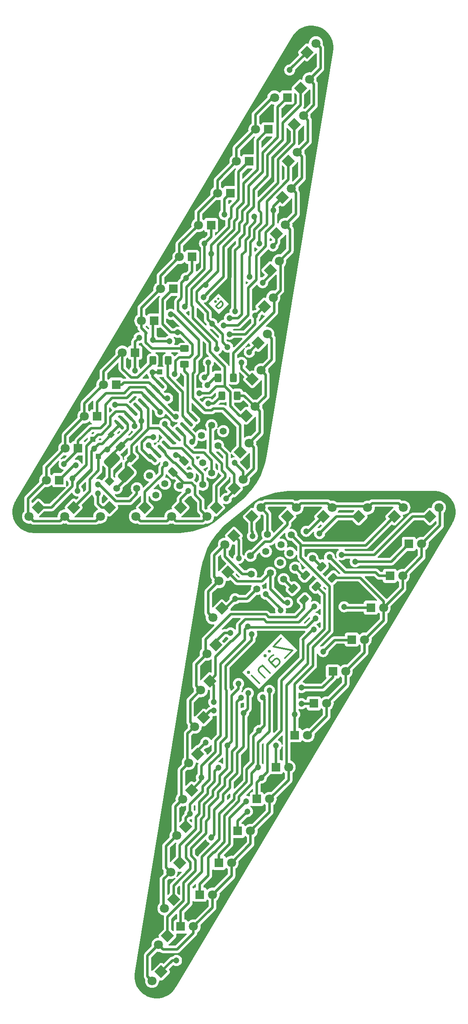
<source format=gbr>
%TF.GenerationSoftware,KiCad,Pcbnew,9.0.7*%
%TF.CreationDate,2026-02-20T01:23:32+02:00*%
%TF.ProjectId,kicad_selka_mk1,6b696361-645f-4736-956c-6b615f6d6b31,rev?*%
%TF.SameCoordinates,Original*%
%TF.FileFunction,Copper,L2,Bot*%
%TF.FilePolarity,Positive*%
%FSLAX46Y46*%
G04 Gerber Fmt 4.6, Leading zero omitted, Abs format (unit mm)*
G04 Created by KiCad (PCBNEW 9.0.7) date 2026-02-20 01:23:32*
%MOMM*%
%LPD*%
G01*
G04 APERTURE LIST*
G04 Aperture macros list*
%AMRoundRect*
0 Rectangle with rounded corners*
0 $1 Rounding radius*
0 $2 $3 $4 $5 $6 $7 $8 $9 X,Y pos of 4 corners*
0 Add a 4 corners polygon primitive as box body*
4,1,4,$2,$3,$4,$5,$6,$7,$8,$9,$2,$3,0*
0 Add four circle primitives for the rounded corners*
1,1,$1+$1,$2,$3*
1,1,$1+$1,$4,$5*
1,1,$1+$1,$6,$7*
1,1,$1+$1,$8,$9*
0 Add four rect primitives between the rounded corners*
20,1,$1+$1,$2,$3,$4,$5,0*
20,1,$1+$1,$4,$5,$6,$7,0*
20,1,$1+$1,$6,$7,$8,$9,0*
20,1,$1+$1,$8,$9,$2,$3,0*%
%AMRotRect*
0 Rectangle, with rotation*
0 The origin of the aperture is its center*
0 $1 length*
0 $2 width*
0 $3 Rotation angle, in degrees counterclockwise*
0 Add horizontal line*
21,1,$1,$2,0,0,$3*%
G04 Aperture macros list end*
%ADD10C,0.300000*%
%TA.AperFunction,NonConductor*%
%ADD11C,0.300000*%
%TD*%
%ADD12C,0.375000*%
%TA.AperFunction,NonConductor*%
%ADD13C,0.375000*%
%TD*%
%TA.AperFunction,ComponentPad*%
%ADD14R,1.800000X1.800000*%
%TD*%
%TA.AperFunction,ComponentPad*%
%ADD15C,1.800000*%
%TD*%
%TA.AperFunction,ComponentPad*%
%ADD16RotRect,1.800000X1.800000X225.000000*%
%TD*%
%TA.AperFunction,ComponentPad*%
%ADD17RotRect,1.800000X1.800000X45.000000*%
%TD*%
%TA.AperFunction,SMDPad,CuDef*%
%ADD18RoundRect,0.150000X-0.724784X0.512652X0.512652X-0.724784X0.724784X-0.512652X-0.512652X0.724784X0*%
%TD*%
%TA.AperFunction,ComponentPad*%
%ADD19C,1.400000*%
%TD*%
%TA.AperFunction,SMDPad,CuDef*%
%ADD20RoundRect,0.250000X-0.724784X-0.159099X-0.159099X-0.724784X0.724784X0.159099X0.159099X0.724784X0*%
%TD*%
%TA.AperFunction,SMDPad,CuDef*%
%ADD21RoundRect,0.250000X-0.159099X0.724784X-0.724784X0.159099X0.159099X-0.724784X0.724784X-0.159099X0*%
%TD*%
%TA.AperFunction,SMDPad,CuDef*%
%ADD22R,1.000000X1.000000*%
%TD*%
%TA.AperFunction,SMDPad,CuDef*%
%ADD23RoundRect,0.396226X-1.242774X-0.318198X-0.318198X-1.242774X1.242774X0.318198X0.318198X1.242774X0*%
%TD*%
%TA.AperFunction,ComponentPad*%
%ADD24RotRect,1.350000X1.350000X225.000000*%
%TD*%
%TA.AperFunction,ComponentPad*%
%ADD25C,1.350000*%
%TD*%
%TA.AperFunction,SMDPad,CuDef*%
%ADD26RoundRect,0.250000X-0.400000X-0.625000X0.400000X-0.625000X0.400000X0.625000X-0.400000X0.625000X0*%
%TD*%
%TA.AperFunction,SMDPad,CuDef*%
%ADD27RoundRect,0.250000X0.400000X0.625000X-0.400000X0.625000X-0.400000X-0.625000X0.400000X-0.625000X0*%
%TD*%
%TA.AperFunction,SMDPad,CuDef*%
%ADD28RotRect,1.000000X1.000000X45.000000*%
%TD*%
%TA.AperFunction,SMDPad,CuDef*%
%ADD29RoundRect,0.250000X0.625000X-0.400000X0.625000X0.400000X-0.625000X0.400000X-0.625000X-0.400000X0*%
%TD*%
%TA.AperFunction,ViaPad*%
%ADD30C,1.200000*%
%TD*%
%TA.AperFunction,Conductor*%
%ADD31C,0.500000*%
%TD*%
G04 APERTURE END LIST*
D10*
D11*
X126108847Y-100709949D02*
X126209862Y-100709949D01*
X126209862Y-100709949D02*
X126209862Y-100608933D01*
X126209862Y-100608933D02*
X126108847Y-100608933D01*
X126108847Y-100608933D02*
X126108847Y-100709949D01*
X126108847Y-100709949D02*
X126209862Y-100608933D01*
X125553263Y-101265533D02*
X125654279Y-101265533D01*
X125654279Y-101265533D02*
X125654279Y-101164517D01*
X125654279Y-101164517D02*
X125553263Y-101164517D01*
X125553263Y-101164517D02*
X125553263Y-101265533D01*
X125553263Y-101265533D02*
X125654279Y-101164517D01*
X126714939Y-101114010D02*
X125654279Y-102174670D01*
X125654279Y-102174670D02*
X125906817Y-102427208D01*
X125906817Y-102427208D02*
X126108847Y-102528223D01*
X126108847Y-102528223D02*
X126310878Y-102528223D01*
X126310878Y-102528223D02*
X126462401Y-102477716D01*
X126462401Y-102477716D02*
X126714939Y-102326193D01*
X126714939Y-102326193D02*
X126866462Y-102174670D01*
X126866462Y-102174670D02*
X127017985Y-101922132D01*
X127017985Y-101922132D02*
X127068492Y-101770609D01*
X127068492Y-101770609D02*
X127068492Y-101568578D01*
X127068492Y-101568578D02*
X126967477Y-101366548D01*
X126967477Y-101366548D02*
X126714939Y-101114010D01*
D12*
D13*
X138636121Y-168140420D02*
X137104056Y-169672485D01*
X137104056Y-169672485D02*
X140934218Y-170438518D01*
X140934218Y-170438518D02*
X139402153Y-171970582D01*
X137541789Y-173830946D02*
X136338024Y-172627181D01*
X136338024Y-172627181D02*
X136228591Y-172298882D01*
X136228591Y-172298882D02*
X136338024Y-171970582D01*
X136338024Y-171970582D02*
X136775756Y-171532849D01*
X136775756Y-171532849D02*
X137104056Y-171423416D01*
X137432356Y-173721513D02*
X137760655Y-173612080D01*
X137760655Y-173612080D02*
X138307821Y-173064914D01*
X138307821Y-173064914D02*
X138417254Y-172736614D01*
X138417254Y-172736614D02*
X138307821Y-172408315D01*
X138307821Y-172408315D02*
X138088955Y-172189449D01*
X138088955Y-172189449D02*
X137760655Y-172080015D01*
X137760655Y-172080015D02*
X137432356Y-172189449D01*
X137432356Y-172189449D02*
X136885190Y-172736614D01*
X136885190Y-172736614D02*
X136556890Y-172846048D01*
X136228591Y-170547951D02*
X136228591Y-170766817D01*
X136228591Y-170766817D02*
X136447457Y-170766817D01*
X136447457Y-170766817D02*
X136447457Y-170547951D01*
X136447457Y-170547951D02*
X136228591Y-170547951D01*
X136228591Y-170547951D02*
X136447457Y-170766817D01*
X135353125Y-171423416D02*
X135353125Y-171642283D01*
X135353125Y-171642283D02*
X135571991Y-171642283D01*
X135571991Y-171642283D02*
X135571991Y-171423416D01*
X135571991Y-171423416D02*
X135353125Y-171423416D01*
X135353125Y-171423416D02*
X135571991Y-171642283D01*
X134915392Y-173393213D02*
X136447457Y-174925278D01*
X135134259Y-173612080D02*
X134915392Y-173612080D01*
X134915392Y-173612080D02*
X134587093Y-173721513D01*
X134587093Y-173721513D02*
X134258793Y-174049813D01*
X134258793Y-174049813D02*
X134149360Y-174378112D01*
X134149360Y-174378112D02*
X134258793Y-174706412D01*
X134258793Y-174706412D02*
X135462558Y-175910177D01*
X134368227Y-177004509D02*
X132836162Y-175472444D01*
X132070129Y-174706412D02*
X132288996Y-174706412D01*
X132288996Y-174706412D02*
X132288996Y-174925278D01*
X132288996Y-174925278D02*
X132070129Y-174925278D01*
X132070129Y-174925278D02*
X132070129Y-174706412D01*
X132070129Y-174706412D02*
X132288996Y-174925278D01*
D14*
%TO.P,D31,1,K*%
%TO.N,Net-(D15-K)*%
X133823200Y-199972000D03*
D15*
%TO.P,D31,2,A*%
%TO.N,Net-(D25-A)*%
X136363200Y-199972000D03*
%TD*%
D16*
%TO.P,D18,1,K*%
%TO.N,Net-(D18-K)*%
X124473161Y-176568439D03*
D15*
%TO.P,D18,2,A*%
%TO.N,Net-(D17-A)*%
X122677110Y-178364490D03*
%TD*%
D16*
%TO.P,D25,1,K*%
%TO.N,Net-(D17-K)*%
X116073161Y-227108439D03*
D15*
%TO.P,D25,2,A*%
%TO.N,Net-(D25-A)*%
X114277110Y-228904490D03*
%TD*%
D16*
%TO.P,D46,1,K*%
%TO.N,Net-(D46-K)*%
X125735000Y-142087600D03*
D15*
%TO.P,D46,2,A*%
%TO.N,Net-(D46-A)*%
X123938949Y-143883651D03*
%TD*%
D14*
%TO.P,D62,1,K*%
%TO.N,Net-(D46-K)*%
X132313800Y-73372000D03*
D15*
%TO.P,D62,2,A*%
%TO.N,Net-(D57-A)*%
X129773800Y-73372000D03*
%TD*%
D14*
%TO.P,D60,1,K*%
%TO.N,Net-(D12-K)*%
X124753800Y-86032000D03*
D15*
%TO.P,D60,2,A*%
%TO.N,Net-(D57-A)*%
X122213800Y-86032000D03*
%TD*%
D17*
%TO.P,D10,1,K*%
%TO.N,Net-(D10-K)*%
X132903839Y-116655561D03*
D15*
%TO.P,D10,2,A*%
%TO.N,Net-(D10-A)*%
X134699890Y-114859510D03*
%TD*%
D16*
%TO.P,D21,1,K*%
%TO.N,Net-(D21-K)*%
X120873161Y-198228439D03*
D15*
%TO.P,D21,2,A*%
%TO.N,Net-(D17-A)*%
X119077110Y-200024490D03*
%TD*%
D17*
%TO.P,D43,1,K*%
%TO.N,Net-(D19-K)*%
X146998000Y-143916400D03*
D15*
%TO.P,D43,2,A*%
%TO.N,Net-(D41-A)*%
X148794051Y-142120349D03*
%TD*%
D17*
%TO.P,D41,1,K*%
%TO.N,Net-(D17-K)*%
X161154000Y-143916400D03*
D15*
%TO.P,D41,2,A*%
%TO.N,Net-(D41-A)*%
X162950051Y-142120349D03*
%TD*%
D14*
%TO.P,D34,1,K*%
%TO.N,Net-(D18-K)*%
X145163200Y-180982000D03*
D15*
%TO.P,D34,2,A*%
%TO.N,Net-(D33-A)*%
X147703200Y-180982000D03*
%TD*%
D14*
%TO.P,D27,1,K*%
%TO.N,Net-(D19-K)*%
X118703200Y-225292000D03*
D15*
%TO.P,D27,2,A*%
%TO.N,Net-(D25-A)*%
X121243200Y-225292000D03*
%TD*%
D17*
%TO.P,D11,1,K*%
%TO.N,Net-(D11-K)*%
X131703839Y-123875561D03*
D15*
%TO.P,D11,2,A*%
%TO.N,Net-(D10-A)*%
X133499890Y-122079510D03*
%TD*%
D16*
%TO.P,D14,1,K*%
%TO.N,Net-(D14-K)*%
X129273161Y-147688439D03*
D15*
%TO.P,D14,2,A*%
%TO.N,Net-(D14-A)*%
X127477110Y-149484490D03*
%TD*%
D14*
%TO.P,D58,1,K*%
%TO.N,Net-(D10-K)*%
X117193800Y-98692000D03*
D15*
%TO.P,D58,2,A*%
%TO.N,Net-(D57-A)*%
X114653800Y-98692000D03*
%TD*%
D14*
%TO.P,D39,1,K*%
%TO.N,Net-(D15-K)*%
X164063200Y-149332000D03*
D15*
%TO.P,D39,2,A*%
%TO.N,Net-(D33-A)*%
X166603200Y-149332000D03*
%TD*%
D14*
%TO.P,D56,1,K*%
%TO.N,Net-(D48-K)*%
X109633800Y-111352000D03*
D15*
%TO.P,D56,2,A*%
%TO.N,Net-(D49-A)*%
X107093800Y-111352000D03*
%TD*%
D14*
%TO.P,D57,1,K*%
%TO.N,Net-(D1-K)*%
X113413800Y-105022000D03*
D15*
%TO.P,D57,2,A*%
%TO.N,Net-(D57-A)*%
X110873800Y-105022000D03*
%TD*%
D16*
%TO.P,D47,1,K*%
%TO.N,Net-(D47-K)*%
X118657000Y-142087600D03*
D15*
%TO.P,D47,2,A*%
%TO.N,Net-(D46-A)*%
X116860949Y-143883651D03*
%TD*%
D17*
%TO.P,D1,1,K*%
%TO.N,Net-(D1-K)*%
X143781839Y-51752361D03*
D15*
%TO.P,D1,2,A*%
%TO.N,Net-(D1-A)*%
X145577890Y-49956310D03*
%TD*%
D17*
%TO.P,D40,1,K*%
%TO.N,Net-(D16-K)*%
X168232000Y-143916400D03*
D15*
%TO.P,D40,2,A*%
%TO.N,Net-(D33-A)*%
X170028051Y-142120349D03*
%TD*%
D14*
%TO.P,D38,1,K*%
%TO.N,Net-(D14-K)*%
X160283200Y-155662000D03*
D15*
%TO.P,D38,2,A*%
%TO.N,Net-(D33-A)*%
X162823200Y-155662000D03*
%TD*%
D14*
%TO.P,D54,1,K*%
%TO.N,Net-(D46-K)*%
X102073800Y-124012000D03*
D15*
%TO.P,D54,2,A*%
%TO.N,Net-(D49-A)*%
X99533800Y-124012000D03*
%TD*%
D16*
%TO.P,D20,1,K*%
%TO.N,Net-(D20-K)*%
X122073161Y-191008439D03*
D15*
%TO.P,D20,2,A*%
%TO.N,Net-(D17-A)*%
X120277110Y-192804490D03*
%TD*%
D14*
%TO.P,D63,1,K*%
%TO.N,Net-(D47-K)*%
X136093800Y-67042000D03*
D15*
%TO.P,D63,2,A*%
%TO.N,Net-(D57-A)*%
X133553800Y-67042000D03*
%TD*%
D17*
%TO.P,D2,1,K*%
%TO.N,Net-(D10-K)*%
X142503839Y-58895561D03*
D15*
%TO.P,D2,2,A*%
%TO.N,Net-(D1-A)*%
X144299890Y-57099510D03*
%TD*%
D16*
%TO.P,D22,1,K*%
%TO.N,Net-(D14-K)*%
X119673161Y-205448439D03*
D15*
%TO.P,D22,2,A*%
%TO.N,Net-(D17-A)*%
X117877110Y-207244490D03*
%TD*%
D16*
%TO.P,D49,1,K*%
%TO.N,Net-(D1-K)*%
X104501000Y-142087600D03*
D15*
%TO.P,D49,2,A*%
%TO.N,Net-(D49-A)*%
X102704949Y-143883651D03*
%TD*%
D17*
%TO.P,D44,1,K*%
%TO.N,Net-(D20-K)*%
X139920000Y-143916400D03*
D15*
%TO.P,D44,2,A*%
%TO.N,Net-(D41-A)*%
X141716051Y-142120349D03*
%TD*%
D14*
%TO.P,D32,1,K*%
%TO.N,Net-(D16-K)*%
X137603200Y-193642000D03*
D15*
%TO.P,D32,2,A*%
%TO.N,Net-(D25-A)*%
X140143200Y-193642000D03*
%TD*%
D16*
%TO.P,D48,1,K*%
%TO.N,Net-(D48-K)*%
X111579000Y-142087600D03*
D15*
%TO.P,D48,2,A*%
%TO.N,Net-(D46-A)*%
X109782949Y-143883651D03*
%TD*%
D16*
%TO.P,D16,1,K*%
%TO.N,Net-(D16-K)*%
X126873161Y-162128439D03*
D15*
%TO.P,D16,2,A*%
%TO.N,Net-(D14-A)*%
X125077110Y-163924490D03*
%TD*%
D16*
%TO.P,D51,1,K*%
%TO.N,Net-(D11-K)*%
X90345000Y-142087600D03*
D15*
%TO.P,D51,2,A*%
%TO.N,Net-(D49-A)*%
X88548949Y-143883651D03*
%TD*%
D14*
%TO.P,D30,1,K*%
%TO.N,Net-(D14-K)*%
X130043200Y-206302000D03*
D15*
%TO.P,D30,2,A*%
%TO.N,Net-(D25-A)*%
X132583200Y-206302000D03*
%TD*%
D17*
%TO.P,D8,1,K*%
%TO.N,Net-(D48-K)*%
X135303839Y-102215561D03*
D15*
%TO.P,D8,2,A*%
%TO.N,Net-(D1-A)*%
X137099890Y-100419510D03*
%TD*%
D14*
%TO.P,D53,1,K*%
%TO.N,Net-(D13-K)*%
X98293800Y-130342000D03*
D15*
%TO.P,D53,2,A*%
%TO.N,Net-(D49-A)*%
X95753800Y-130342000D03*
%TD*%
D14*
%TO.P,D35,1,K*%
%TO.N,Net-(D19-K)*%
X148943200Y-174652000D03*
D15*
%TO.P,D35,2,A*%
%TO.N,Net-(D33-A)*%
X151483200Y-174652000D03*
%TD*%
D17*
%TO.P,D42,1,K*%
%TO.N,Net-(D18-K)*%
X154076000Y-143916400D03*
D15*
%TO.P,D42,2,A*%
%TO.N,Net-(D41-A)*%
X155872051Y-142120349D03*
%TD*%
D17*
%TO.P,D3,1,K*%
%TO.N,Net-(D11-K)*%
X141303839Y-66115561D03*
D15*
%TO.P,D3,2,A*%
%TO.N,Net-(D1-A)*%
X143099890Y-64319510D03*
%TD*%
D16*
%TO.P,D19,1,K*%
%TO.N,Net-(D19-K)*%
X123273161Y-183788439D03*
D15*
%TO.P,D19,2,A*%
%TO.N,Net-(D17-A)*%
X121477110Y-185584490D03*
%TD*%
D16*
%TO.P,D15,1,K*%
%TO.N,Net-(D15-K)*%
X128073161Y-154908439D03*
D15*
%TO.P,D15,2,A*%
%TO.N,Net-(D14-A)*%
X126277110Y-156704490D03*
%TD*%
D17*
%TO.P,D45,1,K*%
%TO.N,Net-(D21-K)*%
X132842000Y-143916400D03*
D15*
%TO.P,D45,2,A*%
%TO.N,Net-(D41-A)*%
X134638051Y-142120349D03*
%TD*%
D17*
%TO.P,D9,1,K*%
%TO.N,Net-(D1-K)*%
X134103839Y-109435561D03*
D15*
%TO.P,D9,2,A*%
%TO.N,Net-(D10-A)*%
X135899890Y-107639510D03*
%TD*%
D14*
%TO.P,D59,1,K*%
%TO.N,Net-(D11-K)*%
X120973800Y-92362000D03*
D15*
%TO.P,D59,2,A*%
%TO.N,Net-(D57-A)*%
X118433800Y-92362000D03*
%TD*%
D16*
%TO.P,D50,1,K*%
%TO.N,Net-(D10-K)*%
X97423000Y-142087600D03*
D15*
%TO.P,D50,2,A*%
%TO.N,Net-(D49-A)*%
X95626949Y-143883651D03*
%TD*%
D14*
%TO.P,D29,1,K*%
%TO.N,Net-(D21-K)*%
X126263200Y-212632000D03*
D15*
%TO.P,D29,2,A*%
%TO.N,Net-(D25-A)*%
X128803200Y-212632000D03*
%TD*%
D16*
%TO.P,D24,1,K*%
%TO.N,Net-(D16-K)*%
X117273161Y-219888439D03*
D15*
%TO.P,D24,2,A*%
%TO.N,Net-(D17-A)*%
X115477110Y-221684490D03*
%TD*%
D14*
%TO.P,D55,1,K*%
%TO.N,Net-(D47-K)*%
X105853800Y-117682000D03*
D15*
%TO.P,D55,2,A*%
%TO.N,Net-(D49-A)*%
X103313800Y-117682000D03*
%TD*%
D16*
%TO.P,D17,1,K*%
%TO.N,Net-(D17-K)*%
X125673161Y-169348439D03*
D15*
%TO.P,D17,2,A*%
%TO.N,Net-(D17-A)*%
X123877110Y-171144490D03*
%TD*%
D17*
%TO.P,D6,1,K*%
%TO.N,Net-(D46-K)*%
X137703839Y-87775561D03*
D15*
%TO.P,D6,2,A*%
%TO.N,Net-(D1-A)*%
X139499890Y-85979510D03*
%TD*%
D17*
%TO.P,D5,1,K*%
%TO.N,Net-(D13-K)*%
X138903839Y-80555561D03*
D15*
%TO.P,D5,2,A*%
%TO.N,Net-(D1-A)*%
X140699890Y-78759510D03*
%TD*%
D14*
%TO.P,D64,1,K*%
%TO.N,Net-(D48-K)*%
X139873800Y-60712000D03*
D15*
%TO.P,D64,2,A*%
%TO.N,Net-(D57-A)*%
X137333800Y-60712000D03*
%TD*%
D14*
%TO.P,D52,1,K*%
%TO.N,Net-(D12-K)*%
X94513800Y-136672000D03*
D15*
%TO.P,D52,2,A*%
%TO.N,Net-(D49-A)*%
X91973800Y-136672000D03*
%TD*%
D14*
%TO.P,D37,1,K*%
%TO.N,Net-(D21-K)*%
X156503200Y-161992000D03*
D15*
%TO.P,D37,2,A*%
%TO.N,Net-(D33-A)*%
X159043200Y-161992000D03*
%TD*%
D16*
%TO.P,D26,1,K*%
%TO.N,Net-(D18-K)*%
X114795161Y-234251639D03*
D15*
%TO.P,D26,2,A*%
%TO.N,Net-(D25-A)*%
X112999110Y-236047690D03*
%TD*%
D17*
%TO.P,D4,1,K*%
%TO.N,Net-(D12-K)*%
X140103839Y-73335561D03*
D15*
%TO.P,D4,2,A*%
%TO.N,Net-(D1-A)*%
X141899890Y-71539510D03*
%TD*%
D14*
%TO.P,D61,1,K*%
%TO.N,Net-(D13-K)*%
X128533800Y-79702000D03*
D15*
%TO.P,D61,2,A*%
%TO.N,Net-(D57-A)*%
X125993800Y-79702000D03*
%TD*%
D14*
%TO.P,D36,1,K*%
%TO.N,Net-(D20-K)*%
X152723200Y-168322000D03*
D15*
%TO.P,D36,2,A*%
%TO.N,Net-(D33-A)*%
X155263200Y-168322000D03*
%TD*%
D14*
%TO.P,D33,1,K*%
%TO.N,Net-(D17-K)*%
X141383200Y-187312000D03*
D15*
%TO.P,D33,2,A*%
%TO.N,Net-(D33-A)*%
X143923200Y-187312000D03*
%TD*%
D17*
%TO.P,D13,1,K*%
%TO.N,Net-(D13-K)*%
X129303839Y-138315561D03*
D15*
%TO.P,D13,2,A*%
%TO.N,Net-(D10-A)*%
X131099890Y-136519510D03*
%TD*%
D17*
%TO.P,D7,1,K*%
%TO.N,Net-(D47-K)*%
X136503839Y-94995561D03*
D15*
%TO.P,D7,2,A*%
%TO.N,Net-(D1-A)*%
X138299890Y-93199510D03*
%TD*%
D17*
%TO.P,D12,1,K*%
%TO.N,Net-(D12-K)*%
X130503839Y-131095561D03*
D15*
%TO.P,D12,2,A*%
%TO.N,Net-(D10-A)*%
X132299890Y-129299510D03*
%TD*%
D16*
%TO.P,D23,1,K*%
%TO.N,Net-(D15-K)*%
X118473161Y-212668439D03*
D15*
%TO.P,D23,2,A*%
%TO.N,Net-(D17-A)*%
X116677110Y-214464490D03*
%TD*%
D14*
%TO.P,D28,1,K*%
%TO.N,Net-(D20-K)*%
X122483200Y-218962000D03*
D15*
%TO.P,D28,2,A*%
%TO.N,Net-(D25-A)*%
X125023200Y-218962000D03*
%TD*%
D18*
%TO.P,U1,1,PB0*%
%TO.N,Net-(D1-K)*%
X106534949Y-125748052D03*
%TO.P,U1,2,PB1*%
%TO.N,Net-(D10-K)*%
X107432975Y-124850026D03*
%TO.P,U1,3,PB2*%
%TO.N,Net-(D11-K)*%
X108331000Y-123952000D03*
%TO.P,U1,4,PB3*%
%TO.N,Net-(D12-K)*%
X109229026Y-123053975D03*
%TO.P,U1,5,VCC*%
%TO.N,+5V*%
X110127052Y-122155949D03*
%TO.P,U1,6,GND*%
%TO.N,GND*%
X111025077Y-121257924D03*
%TO.P,U1,7,XTAL1/PB4*%
%TO.N,Net-(D13-K)*%
X111923103Y-120359898D03*
%TO.P,U1,8,XTAL2/PB5*%
%TO.N,Net-(D46-K)*%
X112821128Y-119461872D03*
%TO.P,U1,9,PB6*%
%TO.N,Net-(D47-K)*%
X113719154Y-118563847D03*
%TO.P,U1,10,~{RESET}/PB7*%
%TO.N,Net-(D48-K)*%
X114617180Y-117665821D03*
%TO.P,U1,11,PA7*%
%TO.N,Net-(U1-PA7)*%
X121193273Y-124241914D03*
%TO.P,U1,12,PA6*%
%TO.N,Net-(U1-PA6)*%
X120295247Y-125139940D03*
%TO.P,U1,13,PA5*%
%TO.N,Net-(U1-PA5)*%
X119397222Y-126037966D03*
%TO.P,U1,14,PA4*%
%TO.N,Net-(J7-Pin_1)*%
X118499196Y-126935991D03*
%TO.P,U1,15,AVCC*%
%TO.N,+5V*%
X117601170Y-127834017D03*
%TO.P,U1,16,AGND*%
%TO.N,GND*%
X116703145Y-128732042D03*
%TO.P,U1,17,AREF/PA3*%
%TO.N,Net-(J5-Pin_1)*%
X115805119Y-129630068D03*
%TO.P,U1,18,PA2*%
%TO.N,Net-(J3-Pin_1)*%
X114907094Y-130528094D03*
%TO.P,U1,19,PA1*%
%TO.N,Net-(U1-PA1)*%
X114009068Y-131426119D03*
%TO.P,U1,20,PA0*%
%TO.N,Net-(U1-PA0)*%
X113111042Y-132324145D03*
%TD*%
D19*
%TO.P,J23,1,Pin_1*%
%TO.N,Net-(D47-K)*%
X127152400Y-126949200D03*
%TD*%
D20*
%TO.P,R3,1*%
%TO.N,Net-(J4-Pin_1)*%
X141042384Y-158212784D03*
%TO.P,R3,2*%
%TO.N,Net-(D17-A)*%
X143234416Y-160404816D03*
%TD*%
D19*
%TO.P,J17,1,Pin_1*%
%TO.N,Net-(D12-K)*%
X112522000Y-135763000D03*
%TD*%
%TO.P,J13,1,Pin_1*%
%TO.N,Net-(D10-K)*%
X115570000Y-137363200D03*
%TD*%
%TO.P,J21,1,Pin_1*%
%TO.N,Net-(D46-K)*%
X124815600Y-125780800D03*
%TD*%
D20*
%TO.P,R5,1*%
%TO.N,Net-(J8-Pin_1)*%
X146681184Y-153843984D03*
%TO.P,R5,2*%
%TO.N,Net-(D33-A)*%
X148873216Y-156036016D03*
%TD*%
D19*
%TO.P,J12,1,Pin_1*%
%TO.N,Net-(D17-K)*%
X140665200Y-147523200D03*
%TD*%
%TO.P,J14,1,Pin_1*%
%TO.N,Net-(D18-K)*%
X138684000Y-149453600D03*
%TD*%
D21*
%TO.P,R6,1*%
%TO.N,Net-(U1-PA5)*%
X119333016Y-132888984D03*
%TO.P,R6,2*%
%TO.N,Net-(D46-A)*%
X117140984Y-135081016D03*
%TD*%
D22*
%TO.P,J29,1,Pin_1*%
%TO.N,Net-(D10-K)*%
X102362000Y-131953000D03*
%TD*%
D19*
%TO.P,J24,1,Pin_1*%
%TO.N,Net-(D15-K)*%
X136499600Y-155041600D03*
%TD*%
D23*
%TO.P,C1,1*%
%TO.N,+5V*%
X105047142Y-132733142D03*
%TO.P,C1,2*%
%TO.N,GND*%
X107804858Y-135490858D03*
%TD*%
D20*
%TO.P,R4,1*%
%TO.N,Net-(J6-Pin_1)*%
X143480784Y-155571184D03*
%TO.P,R4,2*%
%TO.N,Net-(D25-A)*%
X145672816Y-157763216D03*
%TD*%
D19*
%TO.P,J8,1,Pin_1*%
%TO.N,Net-(J8-Pin_1)*%
X144881600Y-152196800D03*
%TD*%
D24*
%TO.P,J27,1,Pin_1*%
%TO.N,+5V*%
X104546400Y-136855200D03*
D25*
%TO.P,J27,2,Pin_2*%
%TO.N,GND*%
X105960614Y-138269414D03*
%TD*%
D19*
%TO.P,J4,1,Pin_1*%
%TO.N,Net-(J4-Pin_1)*%
X139141200Y-156311600D03*
%TD*%
%TO.P,J10,1,Pin_1*%
%TO.N,Net-(D41-A)*%
X135940800Y-147421600D03*
%TD*%
D26*
%TO.P,R2,1*%
%TO.N,Net-(U1-PA1)*%
X126847000Y-119888000D03*
%TO.P,R2,2*%
%TO.N,Net-(D10-A)*%
X129947000Y-119888000D03*
%TD*%
D27*
%TO.P,R7,1*%
%TO.N,Net-(U1-PA6)*%
X116231000Y-112903000D03*
%TO.P,R7,2*%
%TO.N,Net-(D49-A)*%
X113131000Y-112903000D03*
%TD*%
D19*
%TO.P,J2,1,Pin_1*%
%TO.N,Net-(D14-A)*%
X132740400Y-155295600D03*
%TD*%
%TO.P,J26,1,Pin_1*%
%TO.N,Net-(D16-K)*%
X133807200Y-158292800D03*
%TD*%
%TO.P,J18,1,Pin_1*%
%TO.N,Net-(D20-K)*%
X132588000Y-151688800D03*
%TD*%
%TO.P,J9,1,Pin_1*%
%TO.N,Net-(D46-A)*%
X118491000Y-137795000D03*
%TD*%
%TO.P,J11,1,Pin_1*%
%TO.N,Net-(D1-K)*%
X113741200Y-139649200D03*
%TD*%
%TO.P,J1,1,Pin_1*%
%TO.N,Net-(D10-A)*%
X123063000Y-133223000D03*
%TD*%
D28*
%TO.P,J28,1,Pin_1*%
%TO.N,Net-(D1-K)*%
X104902000Y-127635000D03*
%TD*%
D19*
%TO.P,J7,1,Pin_1*%
%TO.N,Net-(J7-Pin_1)*%
X124866400Y-135229600D03*
%TD*%
%TO.P,J22,1,Pin_1*%
%TO.N,Net-(D14-K)*%
X138480800Y-153060400D03*
%TD*%
%TO.P,J25,1,Pin_1*%
%TO.N,Net-(D48-K)*%
X122834400Y-127762000D03*
%TD*%
%TO.P,J3,1,Pin_1*%
%TO.N,Net-(J3-Pin_1)*%
X120523000Y-135763000D03*
%TD*%
D29*
%TO.P,R8,1*%
%TO.N,Net-(U1-PA7)*%
X119430800Y-113665600D03*
%TO.P,R8,2*%
%TO.N,Net-(D57-A)*%
X119430800Y-110565600D03*
%TD*%
D19*
%TO.P,J5,1,Pin_1*%
%TO.N,Net-(J5-Pin_1)*%
X123088400Y-137566400D03*
%TD*%
D22*
%TO.P,J31,1,Pin_1*%
%TO.N,Net-(D48-K)*%
X114554000Y-115189000D03*
%TD*%
D19*
%TO.P,J15,1,Pin_1*%
%TO.N,Net-(D11-K)*%
X109982000Y-138303000D03*
%TD*%
D22*
%TO.P,J30,1,Pin_1*%
%TO.N,Net-(D11-K)*%
X101219000Y-128524000D03*
%TD*%
D20*
%TO.P,R9,1*%
%TO.N,+5V*%
X106726984Y-129967984D03*
%TO.P,R9,2*%
%TO.N,GND*%
X108919016Y-132160016D03*
%TD*%
D19*
%TO.P,J16,1,Pin_1*%
%TO.N,Net-(D19-K)*%
X135636000Y-150825200D03*
%TD*%
D26*
%TO.P,R1,1*%
%TO.N,Net-(U1-PA0)*%
X126085000Y-116332000D03*
%TO.P,R1,2*%
%TO.N,Net-(D1-A)*%
X129185000Y-116332000D03*
%TD*%
D19*
%TO.P,J19,1,Pin_1*%
%TO.N,Net-(D13-K)*%
X126111000Y-129794000D03*
%TD*%
%TO.P,J6,1,Pin_1*%
%TO.N,Net-(J6-Pin_1)*%
X141478000Y-154025600D03*
%TD*%
%TO.P,J20,1,Pin_1*%
%TO.N,Net-(D21-K)*%
X140462000Y-151130000D03*
%TD*%
D30*
%TO.N,Net-(D14-K)*%
X148269698Y-151958302D03*
X131953000Y-202438000D03*
X132801805Y-167244205D03*
X120504615Y-202913307D03*
X130225800Y-152171400D03*
%TO.N,Net-(D16-K)*%
X150694400Y-151485600D03*
X128016000Y-189357000D03*
X130175000Y-177038000D03*
X137668000Y-189357000D03*
X129512505Y-160199895D03*
%TO.N,Net-(D1-K)*%
X113137375Y-108815187D03*
X101439000Y-130397118D03*
X98171000Y-138811000D03*
X128369505Y-104544305D03*
X116459000Y-109093000D03*
X132334000Y-111252000D03*
X133345495Y-84383395D03*
X140360400Y-55270400D03*
X102209600Y-139293600D03*
%TO.N,+5V*%
X110888888Y-124896123D03*
X115570000Y-125476000D03*
%TO.N,Net-(D15-K)*%
X134714600Y-195801600D03*
X145175795Y-166359395D03*
X153394400Y-152857200D03*
X126174500Y-193738500D03*
X139928600Y-160968417D03*
%TO.N,Net-(U1-PA5)*%
X117729000Y-131710765D03*
X120971690Y-129095500D03*
%TO.N,Net-(D10-K)*%
X118110000Y-107315000D03*
X104140000Y-130556000D03*
X129514186Y-103194305D03*
X130810000Y-113284000D03*
X117475000Y-115570000D03*
%TO.N,Net-(D12-K)*%
X134286000Y-89662000D03*
X119516314Y-102244314D03*
X123444000Y-89662000D03*
X116713000Y-103759000D03*
X105664000Y-121731000D03*
X97875020Y-133685664D03*
%TO.N,Net-(U1-PA1)*%
X112320895Y-129745295D03*
X124141000Y-121486791D03*
%TO.N,Net-(D11-K)*%
X97170000Y-136378810D03*
X119768219Y-96527219D03*
X122428000Y-119380000D03*
X109516777Y-125899777D03*
X102235000Y-137541000D03*
X132381000Y-96266000D03*
%TO.N,Net-(D13-K)*%
X127365569Y-83947000D03*
X95504000Y-133477000D03*
X127762000Y-140335000D03*
X127254000Y-105918000D03*
X137160000Y-83058000D03*
X114626733Y-123176667D03*
%TO.N,Net-(U1-PA0)*%
X113284000Y-128177000D03*
X124038133Y-117846178D03*
%TO.N,Net-(D10-A)*%
X129413000Y-133223000D03*
%TO.N,Net-(D46-K)*%
X123377656Y-116279723D03*
X117732202Y-124058955D03*
X137033000Y-90170000D03*
X124794000Y-91694000D03*
X125860950Y-110613050D03*
X124206000Y-113284000D03*
%TO.N,Net-(D47-K)*%
X123655223Y-97874223D03*
X128016000Y-110236000D03*
X124904500Y-105600500D03*
X134964646Y-97449287D03*
X116078000Y-120396000D03*
X120189000Y-138832593D03*
%TO.N,Net-(D48-K)*%
X110410000Y-108392405D03*
X115711621Y-133513179D03*
X109585905Y-114919905D03*
X133491700Y-104027700D03*
X113077000Y-115247187D03*
X123197800Y-100330000D03*
X128397000Y-107696000D03*
%TO.N,Net-(D17-K)*%
X130683000Y-179832000D03*
X128608710Y-166992300D03*
X141351000Y-183134000D03*
%TO.N,Net-(D18-K)*%
X131191000Y-182880000D03*
X125279800Y-180735497D03*
X145288000Y-161747200D03*
X117856000Y-232029000D03*
X132139692Y-178955612D03*
X142701000Y-181067871D03*
X146304000Y-147273000D03*
X124727706Y-207666935D03*
%TO.N,Net-(D19-K)*%
X134277100Y-186397900D03*
X134971000Y-179762013D03*
X143637000Y-146812000D03*
X125279800Y-182435500D03*
X142701000Y-177849509D03*
%TO.N,Net-(D20-K)*%
X136321000Y-178412013D03*
X123698000Y-188722000D03*
X138531600Y-162509200D03*
X146989800Y-170703405D03*
X135636000Y-159308800D03*
X134112000Y-193675000D03*
%TO.N,Net-(D21-K)*%
X151180800Y-161798000D03*
X132082371Y-165703937D03*
X131699000Y-200406000D03*
X132943600Y-147777200D03*
X145491200Y-164134800D03*
X122809000Y-195707000D03*
%TD*%
D31*
%TO.N,Net-(D14-K)*%
X127838000Y-178388200D02*
X127630800Y-178181000D01*
X124460000Y-193185628D02*
X126619000Y-191026628D01*
X123063000Y-198501000D02*
X123063000Y-197485000D01*
X158151200Y-155662000D02*
X160283200Y-155662000D01*
X149524197Y-153212800D02*
X149580600Y-153212800D01*
X130043200Y-206302000D02*
X130043200Y-204347800D01*
X126619000Y-188843397D02*
X127838000Y-187624397D01*
X127630800Y-173583600D02*
X132801805Y-168412595D01*
X149580600Y-153212800D02*
X151358600Y-154990800D01*
X127630800Y-178181000D02*
X127630800Y-173583600D01*
X124460000Y-196088000D02*
X124460000Y-193185628D01*
X123063000Y-197485000D02*
X124460000Y-196088000D01*
X127838000Y-187624397D02*
X127838000Y-178388200D01*
X130225800Y-152171400D02*
X130225800Y-148641078D01*
X126619000Y-191026628D02*
X126619000Y-188843397D01*
X151358600Y-154990800D02*
X157480000Y-154990800D01*
X132801805Y-168412595D02*
X132801805Y-167244205D01*
X120504615Y-202913307D02*
X120504615Y-201059385D01*
X119673161Y-205448439D02*
X119673161Y-203744761D01*
X130225800Y-148641078D02*
X129273161Y-147688439D01*
X130043200Y-204347800D02*
X131953000Y-202438000D01*
X148269698Y-151958302D02*
X149524197Y-153212800D01*
X120504615Y-201059385D02*
X123063000Y-198501000D01*
X119673161Y-203744761D02*
X120504615Y-202913307D01*
X157480000Y-154990800D02*
X158151200Y-155662000D01*
%TO.N,Net-(D16-K)*%
X128016000Y-189357000D02*
X128839000Y-188534000D01*
X125065000Y-199330256D02*
X125065000Y-198314256D01*
X123357400Y-203301600D02*
X123357400Y-201037856D01*
X122700628Y-206375000D02*
X122700628Y-203958372D01*
X164795200Y-143916400D02*
X168232000Y-143916400D01*
X125065000Y-198314256D02*
X126477000Y-196902256D01*
X120650000Y-213849372D02*
X120650000Y-212510412D01*
X120650000Y-212510412D02*
X119761000Y-211621412D01*
X126873161Y-162128439D02*
X127583961Y-162128439D01*
X128839000Y-179445884D02*
X130175000Y-178109884D01*
X119761000Y-211621412D02*
X119761000Y-209314628D01*
X137603200Y-189167800D02*
X137603200Y-193642000D01*
X126477000Y-195346603D02*
X127889000Y-193934603D01*
X131900105Y-160199895D02*
X129512505Y-160199895D01*
X117273161Y-217226211D02*
X120650000Y-213849372D01*
X123357400Y-201037856D02*
X125065000Y-199330256D01*
X133807200Y-158292800D02*
X131900105Y-160199895D01*
X127583961Y-162128439D02*
X129512505Y-160199895D01*
X128839000Y-188534000D02*
X128839000Y-179445884D01*
X127889000Y-193934603D02*
X127889000Y-189484000D01*
X130175000Y-178109884D02*
X130175000Y-177038000D01*
X150694400Y-151485600D02*
X157226000Y-151485600D01*
X117273161Y-219888439D02*
X117273161Y-217226211D01*
X126477000Y-196902256D02*
X126477000Y-195346603D01*
X122700628Y-203958372D02*
X123357400Y-203301600D01*
X157226000Y-151485600D02*
X164795200Y-143916400D01*
X127889000Y-189484000D02*
X128016000Y-189357000D01*
X119761000Y-209314628D02*
X122700628Y-206375000D01*
%TO.N,GND*%
X116703145Y-128732042D02*
X117330868Y-129359765D01*
X107804858Y-135490858D02*
X107804858Y-133274174D01*
X110417186Y-128324186D02*
X112239888Y-126501484D01*
X107804858Y-136425170D02*
X107804858Y-135490858D01*
X117330868Y-129359765D02*
X117602000Y-129359765D01*
X111025077Y-121257924D02*
X110996324Y-121257924D01*
X112239888Y-126501484D02*
X112350972Y-126390400D01*
X115675091Y-127745694D02*
X115716797Y-127745694D01*
X107804858Y-133274174D02*
X108919016Y-132160016D01*
X112239888Y-122472735D02*
X111025077Y-121257924D01*
X116703145Y-128732042D02*
X115716797Y-127745694D01*
X114319796Y-126390400D02*
X115675091Y-127745694D01*
X112350972Y-126390400D02*
X114319796Y-126390400D01*
X105960614Y-138269414D02*
X107804858Y-136425170D01*
X108919016Y-129822356D02*
X110417186Y-128324186D01*
X108919016Y-132160016D02*
X108919016Y-129822356D01*
X112239888Y-126501484D02*
X112239888Y-122472735D01*
%TO.N,Net-(U1-PA6)*%
X118358397Y-118364000D02*
X116124000Y-116129603D01*
X116124000Y-116129603D02*
X116124000Y-113010000D01*
X118358397Y-118364000D02*
X118358397Y-118409397D01*
X119075000Y-123919693D02*
X119075000Y-119126000D01*
X120295247Y-125139940D02*
X120364740Y-125139940D01*
X120295247Y-125139940D02*
X119075000Y-123919693D01*
X118358397Y-118409397D02*
X119075000Y-119126000D01*
%TO.N,Net-(D1-K)*%
X106235500Y-126047500D02*
X104711500Y-127571500D01*
X130082267Y-104544305D02*
X130864186Y-103762386D01*
X102209600Y-141325600D02*
X102971600Y-142087600D01*
X134103839Y-109435561D02*
X132461000Y-111078400D01*
X104902000Y-127381001D02*
X106534949Y-125748052D01*
X131587000Y-88993372D02*
X132349000Y-88231372D01*
X113137375Y-108815187D02*
X113137375Y-105298425D01*
X103070100Y-129466900D02*
X102369218Y-129466900D01*
X102209600Y-139293600D02*
X102209600Y-141325600D01*
X113415188Y-109093000D02*
X113137375Y-108815187D01*
X143781839Y-51752361D02*
X140360400Y-55173800D01*
X140360400Y-55173800D02*
X140360400Y-55270400D01*
X100945800Y-131337200D02*
X100945800Y-134747572D01*
X106534949Y-125748052D02*
X105726800Y-124939903D01*
X128369505Y-104544305D02*
X130082267Y-104544305D01*
X100945800Y-130890318D02*
X100945800Y-131337200D01*
X100945800Y-131337200D02*
X100945800Y-134512200D01*
X130864186Y-103762386D02*
X130864186Y-91908814D01*
X98171000Y-137287000D02*
X98171000Y-138811000D01*
X131587000Y-91186000D02*
X131587000Y-88993372D01*
X106534949Y-125748052D02*
X106235500Y-126047500D01*
X116459000Y-109093000D02*
X113415188Y-109093000D01*
X100945800Y-134747572D02*
X98171000Y-137522372D01*
X104902000Y-127635000D02*
X103070100Y-129466900D01*
X101439000Y-130397118D02*
X100945800Y-130890318D01*
X102971600Y-142087600D02*
X104501000Y-142087600D01*
X100945800Y-134512200D02*
X98171000Y-137287000D01*
X133477000Y-85420650D02*
X133477000Y-84514900D01*
X132349000Y-86548650D02*
X133477000Y-85420650D01*
X130864186Y-91908814D02*
X131587000Y-91186000D01*
X132349000Y-88231372D02*
X132349000Y-86548650D01*
X102369218Y-129466900D02*
X101439000Y-130397118D01*
X104648000Y-127889000D02*
X103070100Y-129466900D01*
X98171000Y-137522372D02*
X98171000Y-138684000D01*
X133477000Y-84514900D02*
X133345495Y-84383395D01*
%TO.N,+5V*%
X117601170Y-127834017D02*
X117623217Y-127834017D01*
X105047142Y-131647826D02*
X106726984Y-129967984D01*
X117623217Y-127834017D02*
X118506000Y-128716800D01*
X115570000Y-125730000D02*
X117601170Y-127761170D01*
X110888888Y-126436856D02*
X108756872Y-128568872D01*
X108756872Y-128568872D02*
X108126096Y-128568872D01*
X115570000Y-125476000D02*
X115570000Y-125730000D01*
X110888888Y-124896123D02*
X110888888Y-126436856D01*
X118506000Y-128716800D02*
X118506000Y-128727200D01*
X110888888Y-124896123D02*
X110888888Y-122953888D01*
X104546400Y-133233884D02*
X105047142Y-132733142D01*
X108126096Y-128568872D02*
X106726984Y-129967984D01*
X110888888Y-122953888D02*
X110127052Y-122192052D01*
X110127052Y-122155949D02*
X110116349Y-122155949D01*
X104546400Y-136855200D02*
X104546400Y-133233884D01*
%TO.N,Net-(D15-K)*%
X122356400Y-202886972D02*
X122356400Y-200623228D01*
X124064000Y-198915628D02*
X124064000Y-197899628D01*
X145175795Y-166359395D02*
X144993805Y-166359395D01*
X136499600Y-158242000D02*
X136499600Y-155041600D01*
X125476000Y-196487628D02*
X125476000Y-194437000D01*
X121696953Y-205963047D02*
X121696953Y-203546419D01*
X143012605Y-168361805D02*
X143012605Y-172197205D01*
X134794600Y-156746600D02*
X136499600Y-155041600D01*
X138731200Y-186383197D02*
X135952200Y-189162197D01*
X143012605Y-172197205D02*
X138731200Y-176478610D01*
X122356400Y-200623228D02*
X124064000Y-198915628D01*
X128073161Y-154908439D02*
X129911322Y-156746600D01*
X138731200Y-176478610D02*
X138731200Y-186383197D01*
X124064000Y-197899628D02*
X125476000Y-196487628D01*
X133823200Y-196693000D02*
X134714600Y-195801600D01*
X129911322Y-156746600D02*
X134794600Y-156746600D01*
X135952200Y-194564000D02*
X134714600Y-195801600D01*
X125476000Y-194437000D02*
X126174500Y-193738500D01*
X118473161Y-209186839D02*
X121696953Y-205963047D01*
X153394400Y-152857200D02*
X153416000Y-152835600D01*
X143002000Y-168351200D02*
X143012605Y-168361805D01*
X144993805Y-166359395D02*
X143002000Y-168351200D01*
X118473161Y-212668439D02*
X118473161Y-209186839D01*
X139928600Y-160968417D02*
X139226017Y-160968417D01*
X133823200Y-199972000D02*
X133823200Y-196693000D01*
X160559600Y-152835600D02*
X164063200Y-149332000D01*
X121696953Y-203546419D02*
X122356400Y-202886972D01*
X139226017Y-160968417D02*
X136499600Y-158242000D01*
X153416000Y-152835600D02*
X160559600Y-152835600D01*
X135952200Y-189162197D02*
X135952200Y-194564000D01*
%TO.N,Net-(U1-PA5)*%
X121348500Y-128718690D02*
X121348500Y-127989244D01*
X118154797Y-131710765D02*
X119333016Y-132888984D01*
X120971690Y-129095500D02*
X121348500Y-128718690D01*
X117729000Y-131710765D02*
X118154797Y-131710765D01*
X121348500Y-127989244D02*
X119397222Y-126037966D01*
X119333016Y-132761984D02*
X118270032Y-131699000D01*
X118270032Y-131699000D02*
X117729000Y-131699000D01*
%TO.N,Net-(D10-K)*%
X129514186Y-96596614D02*
X129540000Y-96570800D01*
X107432975Y-124850026D02*
X108163672Y-125580723D01*
X121056800Y-111685156D02*
X121056800Y-109744044D01*
X131953000Y-83672800D02*
X133208000Y-82417800D01*
X103759000Y-130556000D02*
X102362000Y-131953000D01*
X118627756Y-107315000D02*
X121056800Y-109744044D01*
X108163672Y-126630973D02*
X106557343Y-128237302D01*
X106665949Y-124083000D02*
X106502200Y-124083000D01*
X131348000Y-87816744D02*
X131348000Y-86134022D01*
X106557343Y-128237302D02*
X106458698Y-128237302D01*
X100630000Y-138880600D02*
X97423000Y-142087600D01*
X130410372Y-88754372D02*
X131348000Y-87816744D01*
X138988800Y-69164200D02*
X138988800Y-65735200D01*
X129540000Y-91040372D02*
X130410372Y-90170000D01*
X115064800Y-100821000D02*
X115064800Y-105664000D01*
X120477356Y-112264600D02*
X121056800Y-111685156D01*
X131348000Y-86134022D02*
X131953000Y-85529022D01*
X129540000Y-96570800D02*
X129540000Y-91040372D01*
X117193800Y-98692000D02*
X115064800Y-100821000D01*
X108163672Y-125580723D02*
X108163672Y-126630973D01*
X131953000Y-85529022D02*
X131953000Y-83672800D01*
X130810000Y-113284000D02*
X130810000Y-114561722D01*
X129514186Y-103194305D02*
X129514186Y-96596614D01*
X107432975Y-124850026D02*
X106665949Y-124083000D01*
X133208000Y-82417800D02*
X133208000Y-78994000D01*
X142503839Y-62220161D02*
X142503839Y-58895561D01*
X135966800Y-76235200D02*
X135966800Y-72186200D01*
X104140000Y-130556000D02*
X103759000Y-130556000D01*
X118110000Y-107315000D02*
X118627756Y-107315000D01*
X100630000Y-136479000D02*
X100630000Y-138880600D01*
X117475000Y-115570000D02*
X117632000Y-115413000D01*
X102362000Y-131953000D02*
X102362000Y-134747000D01*
X117632000Y-115413000D02*
X117632000Y-113016844D01*
X118384244Y-112264600D02*
X120477356Y-112264600D01*
X118110000Y-107315000D02*
X116715800Y-107315000D01*
X116715800Y-107315000D02*
X115064800Y-105664000D01*
X100630000Y-136479000D02*
X102362000Y-134747000D01*
X130410372Y-90170000D02*
X130410372Y-88754372D01*
X106458698Y-128237302D02*
X104140000Y-130556000D01*
X133208000Y-78994000D02*
X135966800Y-76235200D01*
X117632000Y-113016844D02*
X118384244Y-112264600D01*
X135966800Y-72186200D02*
X138988800Y-69164200D01*
X130810000Y-114561722D02*
X132903839Y-116655561D01*
X138988800Y-65735200D02*
X142503839Y-62220161D01*
%TO.N,Net-(D12-K)*%
X121077000Y-115524000D02*
X121458000Y-115143000D01*
X124753800Y-88352200D02*
X123444000Y-89662000D01*
X97875020Y-133685664D02*
X97829684Y-133731000D01*
X130503839Y-131095561D02*
X130503839Y-125804839D01*
X109229026Y-123053975D02*
X107906051Y-121731000D01*
X135809000Y-85919906D02*
X135809000Y-81315534D01*
X97829684Y-133731000D02*
X97454800Y-133731000D01*
X124872000Y-122837791D02*
X123581397Y-122837791D01*
X117221000Y-103759000D02*
X116713000Y-103759000D01*
X135809000Y-81315534D02*
X140103839Y-77020695D01*
X97454800Y-133731000D02*
X94513800Y-136672000D01*
X122301000Y-108839000D02*
X117221000Y-103759000D01*
X140103839Y-73335561D02*
X140103839Y-77020695D01*
X125222000Y-122487791D02*
X124872000Y-122837791D01*
X121458000Y-115143000D02*
X121458000Y-112699584D01*
X134366000Y-89582000D02*
X134366000Y-87362906D01*
X107906051Y-121731000D02*
X105664000Y-121731000D01*
X119516314Y-102244314D02*
X119845800Y-101914828D01*
X127186791Y-122487791D02*
X125222000Y-122487791D01*
X123581397Y-122837791D02*
X121077000Y-120333394D01*
X119845800Y-98358828D02*
X123444000Y-94760628D01*
X119845800Y-101914828D02*
X119845800Y-98358828D01*
X123444000Y-94760628D02*
X123444000Y-89662000D01*
X122301000Y-111856584D02*
X122301000Y-108839000D01*
X121077000Y-120333394D02*
X121077000Y-115524000D01*
X124753800Y-86032000D02*
X124753800Y-88352200D01*
X134366000Y-87362906D02*
X135809000Y-85919906D01*
X134286000Y-89662000D02*
X134366000Y-89582000D01*
X130503839Y-125804839D02*
X127186791Y-122487791D01*
X121458000Y-112699584D02*
X122301000Y-111856584D01*
%TO.N,Net-(U1-PA1)*%
X114009068Y-131426119D02*
X114052519Y-131426119D01*
X113094607Y-130519007D02*
X113101956Y-130519007D01*
X112320895Y-129745295D02*
X113094607Y-130519007D01*
X125248209Y-121486791D02*
X126847000Y-119888000D01*
X124141000Y-121486791D02*
X125248209Y-121486791D01*
X113101956Y-130519007D02*
X114009068Y-131426119D01*
%TO.N,Net-(U1-PA7)*%
X119430800Y-115051800D02*
X119430800Y-113665600D01*
X120076000Y-115697000D02*
X119430800Y-115051800D01*
X121193273Y-124241914D02*
X120076000Y-123124641D01*
X121193273Y-124241914D02*
X121193914Y-124241914D01*
X120076000Y-123124641D02*
X120076000Y-115697000D01*
%TO.N,Net-(D11-K)*%
X141303839Y-69800695D02*
X138049000Y-73055534D01*
X105765600Y-140843000D02*
X102463600Y-137541000D01*
X128546000Y-121990514D02*
X130431047Y-123875561D01*
X109982000Y-139420600D02*
X108559600Y-140843000D01*
X92983797Y-142087600D02*
X95247198Y-139824198D01*
X133350000Y-86963278D02*
X133350000Y-88646000D01*
X119768219Y-96527219D02*
X118844800Y-97450638D01*
X138049000Y-73055534D02*
X138049000Y-77659906D01*
X97170000Y-137901396D02*
X95247198Y-139824198D01*
X105824400Y-123082000D02*
X104725800Y-124180600D01*
X118165314Y-102981198D02*
X118165314Y-101219000D01*
X99944800Y-129925200D02*
X99944800Y-133604010D01*
X102235000Y-127635000D02*
X99944800Y-129925200D01*
X102463600Y-137541000D02*
X102235000Y-137541000D01*
X134209000Y-81499906D02*
X138049000Y-77659906D01*
X102888628Y-127635000D02*
X102235000Y-127635000D01*
X132381000Y-96266000D02*
X132381000Y-92282000D01*
X108331000Y-123952000D02*
X109516777Y-125137777D01*
X124433000Y-119380000D02*
X122428000Y-119380000D01*
X124495558Y-109311442D02*
X118165314Y-102981198D01*
X118844800Y-97450638D02*
X118844800Y-100343000D01*
X128546000Y-119139444D02*
X128546000Y-121990514D01*
X99944800Y-133604010D02*
X97170000Y-136378810D01*
X118165314Y-101219000D02*
X118730800Y-100653514D01*
X118730800Y-100457000D02*
X118844800Y-100343000D01*
X97170000Y-136378810D02*
X97170000Y-137901396D01*
X127486000Y-114147289D02*
X125302762Y-111964050D01*
X120973800Y-95321638D02*
X119768219Y-96527219D01*
X134696495Y-85616783D02*
X133350000Y-86963278D01*
X124433000Y-119380000D02*
X125733556Y-118079444D01*
X104725800Y-125797828D02*
X102888628Y-127635000D01*
X104725800Y-124180600D02*
X104725800Y-125797828D01*
X132381000Y-92282000D02*
X132588000Y-92075000D01*
X125302762Y-111964050D02*
X125301347Y-111964050D01*
X125301347Y-111964050D02*
X124495558Y-111158261D01*
X124495558Y-111158261D02*
X124495558Y-109311442D01*
X120973800Y-92362000D02*
X120973800Y-95321638D01*
X134696495Y-83575495D02*
X134696495Y-85616783D01*
X130431047Y-123875561D02*
X131703839Y-123875561D01*
X95247198Y-139824198D02*
X97170000Y-137901397D01*
X127486000Y-114147289D02*
X127486000Y-118079444D01*
X127486000Y-118079444D02*
X125733556Y-118079444D01*
X97170000Y-136378810D02*
X97170000Y-137901397D01*
X107461000Y-123082000D02*
X105824400Y-123082000D01*
X108559600Y-140843000D02*
X105765600Y-140843000D01*
X127486000Y-118079444D02*
X128546000Y-119139444D01*
X90345000Y-142087600D02*
X92983797Y-142087600D01*
X108331000Y-123952000D02*
X107461000Y-123082000D01*
X118730800Y-100653514D02*
X118730800Y-100457000D01*
X133350000Y-88646000D02*
X132588000Y-89408000D01*
X108331000Y-123952000D02*
X109347000Y-124968000D01*
X141303839Y-66115561D02*
X141303839Y-69800695D01*
X134209000Y-81499906D02*
X134209000Y-83088000D01*
X132588000Y-89408000D02*
X132588000Y-92075000D01*
X109516777Y-125137777D02*
X109516777Y-125899777D01*
X134209000Y-83088000D02*
X134696495Y-83575495D01*
X109982000Y-138303000D02*
X109982000Y-139420600D01*
%TO.N,Net-(D13-K)*%
X103724800Y-125383200D02*
X102743000Y-126365000D01*
X126111000Y-129794000D02*
X127874000Y-131557000D01*
X138903839Y-80555561D02*
X137160000Y-82299400D01*
X108011305Y-120381000D02*
X105029000Y-120381000D01*
X133731000Y-96901000D02*
X133731000Y-92127602D01*
X132140700Y-98491300D02*
X133731000Y-96901000D01*
X133731000Y-92127602D02*
X135636000Y-90222603D01*
X105029000Y-120381000D02*
X103724800Y-121685200D01*
X129303839Y-135532442D02*
X129303839Y-138315561D01*
X132140700Y-103901500D02*
X132140700Y-98491300D01*
X130124200Y-105918000D02*
X132140700Y-103901500D01*
X98293800Y-128942000D02*
X98293800Y-130342000D01*
X100870800Y-126365000D02*
X98293800Y-128942000D01*
X127365569Y-80870231D02*
X127365569Y-83947000D01*
X135636000Y-87508534D02*
X137160000Y-85984534D01*
X114626733Y-123176667D02*
X114626733Y-123063528D01*
X127874000Y-134102604D02*
X129303839Y-135532442D01*
X114626733Y-123063528D02*
X111923103Y-120359898D01*
X103724800Y-121685200D02*
X103724800Y-125383200D01*
X127254000Y-105918000D02*
X130124200Y-105918000D01*
X111923103Y-120359898D02*
X110837110Y-119273905D01*
X127874000Y-131557000D02*
X127874000Y-134102604D01*
X137160000Y-85984534D02*
X137160000Y-83058000D01*
X128533800Y-79702000D02*
X127365569Y-80870231D01*
X135636000Y-90222603D02*
X135636000Y-87508534D01*
X98293800Y-130342000D02*
X98293800Y-130687200D01*
X102743000Y-126365000D02*
X100870800Y-126365000D01*
X129303839Y-138793161D02*
X127762000Y-140335000D01*
X109118400Y-119273905D02*
X108011305Y-120381000D01*
X98293800Y-130687200D02*
X95504000Y-133477000D01*
X137160000Y-82299400D02*
X137160000Y-83058000D01*
X110837110Y-119273905D02*
X109118400Y-119273905D01*
%TO.N,Net-(U1-PA0)*%
X113111042Y-132324145D02*
X113121745Y-132324145D01*
X110969895Y-130607262D02*
X110969895Y-129187105D01*
X113111042Y-132324145D02*
X112686778Y-132324145D01*
X111980000Y-128177000D02*
X110969895Y-129187105D01*
X124038133Y-117846178D02*
X124038133Y-117769867D01*
X125476000Y-116332000D02*
X126085000Y-116332000D01*
X124038133Y-117769867D02*
X125476000Y-116332000D01*
X112686778Y-132324145D02*
X110969895Y-130607262D01*
X113284000Y-128177000D02*
X111980000Y-128177000D01*
%TO.N,Net-(D17-A)*%
X115777110Y-209344490D02*
X115777110Y-213564490D01*
X116677110Y-214464490D02*
X115249369Y-215892231D01*
X123877110Y-171144490D02*
X123649369Y-170916749D01*
X122677110Y-178364490D02*
X120577110Y-180464490D01*
X120577110Y-180464490D02*
X120577110Y-184684490D01*
X120049369Y-187012231D02*
X120049369Y-192576749D01*
X123877110Y-171144490D02*
X121777110Y-173244490D01*
X117877110Y-207244490D02*
X115777110Y-209344490D01*
X143234416Y-160404816D02*
X143234416Y-162205184D01*
X121777110Y-173244490D02*
X121777110Y-177464490D01*
X120277110Y-192804490D02*
X118849369Y-194232231D01*
X115777110Y-213564490D02*
X116677110Y-214464490D01*
X141579600Y-163860000D02*
X136203028Y-163860000D01*
X119077110Y-200024490D02*
X117649369Y-201452231D01*
X121777110Y-177464490D02*
X122677110Y-178364490D01*
X115249369Y-215892231D02*
X115249369Y-221456749D01*
X143234416Y-162205184D02*
X141579600Y-163860000D01*
X118849369Y-194232231D02*
X118849369Y-199796749D01*
X123649369Y-170916749D02*
X123649369Y-168305003D01*
X123649369Y-168305003D02*
X128647572Y-163306800D01*
X117649369Y-201452231D02*
X117649369Y-207016749D01*
X135649828Y-163306800D02*
X128647572Y-163306800D01*
X120577110Y-184684490D02*
X121477110Y-185584490D01*
X136203028Y-163860000D02*
X135649828Y-163306800D01*
X121477110Y-185584490D02*
X120049369Y-187012231D01*
%TO.N,Net-(D1-A)*%
X141599890Y-79659510D02*
X141599890Y-83879510D01*
X142799890Y-76659510D02*
X140699890Y-78759510D01*
X142799890Y-72439510D02*
X142799890Y-76659510D01*
X129185000Y-116332000D02*
X129185000Y-111454000D01*
X144299890Y-57099510D02*
X145199890Y-57999510D01*
X143099890Y-64319510D02*
X143999890Y-65219510D01*
X146477890Y-50856310D02*
X145577890Y-49956310D01*
X140399890Y-86879510D02*
X140399890Y-91099510D01*
X129185000Y-111454000D02*
X137327631Y-103311369D01*
X145199890Y-62219510D02*
X143099890Y-64319510D01*
X146477890Y-54921510D02*
X146477890Y-50856310D01*
X145199890Y-57999510D02*
X145199890Y-62219510D01*
X139499890Y-85979510D02*
X140399890Y-86879510D01*
X140399890Y-91099510D02*
X138299890Y-93199510D01*
X141899890Y-71539510D02*
X142799890Y-72439510D01*
X144299890Y-57099510D02*
X146477890Y-54921510D01*
X140699890Y-78759510D02*
X141599890Y-79659510D01*
X138527631Y-98991769D02*
X138527631Y-93427251D01*
X137099890Y-100419510D02*
X138527631Y-98991769D01*
X137327631Y-103311369D02*
X137327631Y-100647251D01*
X141599890Y-83879510D02*
X139499890Y-85979510D01*
X143999890Y-65219510D02*
X143999890Y-69439510D01*
X143999890Y-69439510D02*
X141899890Y-71539510D01*
%TO.N,Net-(D10-A)*%
X134399890Y-122979510D02*
X133499890Y-122079510D01*
X134699890Y-114859510D02*
X135599890Y-115759510D01*
X135899890Y-107639510D02*
X136799890Y-108539510D01*
X135599890Y-115759510D02*
X135599890Y-119979510D01*
X129413000Y-133223000D02*
X131099890Y-134909890D01*
X132299890Y-129299510D02*
X134399890Y-127199510D01*
X133199890Y-130199510D02*
X133199890Y-132080000D01*
X131308380Y-119888000D02*
X133499890Y-122079510D01*
X129947000Y-119888000D02*
X131308380Y-119888000D01*
X132299890Y-129299510D02*
X133199890Y-130199510D01*
X133199890Y-134419510D02*
X131099890Y-136519510D01*
X131099890Y-134909890D02*
X131099890Y-136519510D01*
X134399890Y-127199510D02*
X134399890Y-122979510D01*
X136799890Y-108539510D02*
X136799890Y-112759510D01*
X136799890Y-112759510D02*
X134699890Y-114859510D01*
X133199890Y-132080000D02*
X133199890Y-134419510D01*
X135599890Y-119979510D02*
X133499890Y-122079510D01*
%TO.N,Net-(D25-A)*%
X145720279Y-167725514D02*
X145720279Y-167736726D01*
X112999110Y-236047690D02*
X112099110Y-235147690D01*
X144013605Y-173105395D02*
X144013605Y-169443400D01*
X132583200Y-206302000D02*
X136363200Y-202522000D01*
X145720279Y-167736726D02*
X144013605Y-169443400D01*
X128803200Y-212632000D02*
X132583200Y-208852000D01*
X139732200Y-193231000D02*
X139732200Y-177386800D01*
X121243200Y-225292000D02*
X125023200Y-221512000D01*
X121243200Y-226564792D02*
X121243200Y-225292000D01*
X112099110Y-235147690D02*
X112099110Y-231082490D01*
X112099110Y-231082490D02*
X114277110Y-228904490D01*
X132583200Y-208852000D02*
X132583200Y-206302000D01*
X136363200Y-202522000D02*
X136363200Y-199972000D01*
X125023200Y-221512000D02*
X125023200Y-218962000D01*
X139732200Y-177386800D02*
X144013605Y-173105395D01*
X145720279Y-167725514D02*
X147243000Y-166202793D01*
X140143200Y-196192000D02*
X140143200Y-193642000D01*
X115177110Y-229804490D02*
X118003502Y-229804490D01*
X118003502Y-229804490D02*
X121243200Y-226564792D01*
X128803200Y-215182000D02*
X128803200Y-212632000D01*
X147243000Y-159333400D02*
X145672816Y-157763216D01*
X136363200Y-199972000D02*
X140143200Y-196192000D01*
X125023200Y-218962000D02*
X128803200Y-215182000D01*
X114277110Y-228904490D02*
X115177110Y-229804490D01*
X147243000Y-166202793D02*
X147243000Y-159333400D01*
%TO.N,Net-(D33-A)*%
X159043200Y-164542000D02*
X159043200Y-161992000D01*
X147703200Y-183532000D02*
X147703200Y-180982000D01*
X166603200Y-151882000D02*
X166603200Y-149332000D01*
X170255792Y-145679408D02*
X170255792Y-142348090D01*
X162823200Y-155662000D02*
X166603200Y-151882000D01*
X155263200Y-170872000D02*
X155263200Y-168322000D01*
X159043200Y-160719208D02*
X159043200Y-161992000D01*
X143923200Y-187312000D02*
X147703200Y-183532000D01*
X151483200Y-174652000D02*
X155263200Y-170872000D01*
X151483200Y-177202000D02*
X151483200Y-174652000D01*
X155263200Y-168322000D02*
X159043200Y-164542000D01*
X154360008Y-156036016D02*
X159043200Y-160719208D01*
X166603200Y-149332000D02*
X170255792Y-145679408D01*
X147703200Y-180982000D02*
X151483200Y-177202000D01*
X159043200Y-161992000D02*
X162823200Y-158212000D01*
X148873216Y-156036016D02*
X154360008Y-156036016D01*
X162823200Y-158212000D02*
X162823200Y-155662000D01*
%TO.N,Net-(D41-A)*%
X148794051Y-142120349D02*
X147894051Y-141220349D01*
X156772051Y-141220349D02*
X155872051Y-142120349D01*
X135940800Y-147421600D02*
X135940800Y-143423098D01*
X141716051Y-142120349D02*
X140816051Y-141220349D01*
X135940800Y-143423098D02*
X134638051Y-142120349D01*
X142616051Y-141220349D02*
X141716051Y-142120349D01*
X147894051Y-141220349D02*
X142616051Y-141220349D01*
X155636102Y-141884400D02*
X149030000Y-141884400D01*
X135538051Y-141220349D02*
X134638051Y-142120349D01*
X162950051Y-142120349D02*
X162050051Y-141220349D01*
X162050051Y-141220349D02*
X156772051Y-141220349D01*
X140816051Y-141220349D02*
X135538051Y-141220349D01*
%TO.N,Net-(D49-A)*%
X95753800Y-130342000D02*
X95753800Y-127792000D01*
X89448949Y-144783651D02*
X88548949Y-143883651D01*
X96526949Y-144783651D02*
X95626949Y-143883651D01*
X110144095Y-116270905D02*
X113131000Y-113284000D01*
X99533800Y-121462000D02*
X103313800Y-117682000D01*
X107093800Y-114554000D02*
X108810705Y-116270905D01*
X99533800Y-124012000D02*
X99533800Y-121462000D01*
X107093800Y-111352000D02*
X107093800Y-114554000D01*
X95626949Y-143883651D02*
X94726949Y-144783651D01*
X88321208Y-140324592D02*
X91973800Y-136672000D01*
X88321208Y-143655910D02*
X88321208Y-140324592D01*
X102704949Y-143883651D02*
X101804949Y-144783651D01*
X101804949Y-144783651D02*
X96526949Y-144783651D01*
X91973800Y-136672000D02*
X91973800Y-134122000D01*
X91973800Y-134122000D02*
X95753800Y-130342000D01*
X103313800Y-117682000D02*
X103313800Y-115132000D01*
X94726949Y-144783651D02*
X89448949Y-144783651D01*
X108810705Y-116270905D02*
X110144095Y-116270905D01*
X95753800Y-127792000D02*
X99533800Y-124012000D01*
X103313800Y-115132000D02*
X107093800Y-111352000D01*
%TO.N,Net-(D46-K)*%
X128715569Y-82485431D02*
X130184800Y-81016200D01*
X125735000Y-137895158D02*
X125735000Y-142087600D01*
X126873000Y-134747000D02*
X127556082Y-135430082D01*
X120846800Y-101981000D02*
X120846800Y-98773456D01*
X120846800Y-98773456D02*
X124795000Y-94825256D01*
X108610400Y-118272905D02*
X111618105Y-118272905D01*
X124794000Y-90004244D02*
X128311244Y-86487000D01*
X102073800Y-121192200D02*
X103886000Y-119380000D01*
X124794000Y-92628000D02*
X124794000Y-91694000D01*
X128715569Y-84519569D02*
X128715569Y-82485431D01*
X137703839Y-87775561D02*
X137703839Y-89499161D01*
X124815600Y-125780800D02*
X124587000Y-126009400D01*
X103886000Y-119380000D02*
X107503305Y-119380000D01*
X123496277Y-116279723D02*
X124206000Y-115570000D01*
X117732202Y-124058955D02*
X117418211Y-124058955D01*
X125860950Y-110613050D02*
X125860950Y-109261206D01*
X111618105Y-118272905D02*
X111973401Y-118628201D01*
X121158000Y-104558256D02*
X121158000Y-102292200D01*
X137703839Y-89499161D02*
X137033000Y-90170000D01*
X111987457Y-118628201D02*
X112821128Y-119461872D01*
X107503305Y-119380000D02*
X108610400Y-118272905D01*
X126873000Y-133350000D02*
X126873000Y-134747000D01*
X125860950Y-109261206D02*
X121158000Y-104558256D01*
X124795000Y-92629000D02*
X124794000Y-92628000D01*
X124587000Y-126009400D02*
X124587000Y-131064000D01*
X123377656Y-116279723D02*
X123496277Y-116279723D01*
X130184800Y-75501000D02*
X132313800Y-73372000D01*
X102073800Y-124012000D02*
X102073800Y-121192200D01*
X111973401Y-118628201D02*
X111987457Y-118628201D01*
X124206000Y-115570000D02*
X124206000Y-113284000D01*
X128311244Y-84923894D02*
X128715569Y-84519569D01*
X130184800Y-81016200D02*
X130184800Y-75501000D01*
X121158000Y-102292200D02*
X120846800Y-101981000D01*
X124587000Y-131064000D02*
X126873000Y-133350000D01*
X128311244Y-86487000D02*
X128311244Y-84923894D01*
X127556082Y-136074076D02*
X125735000Y-137895158D01*
X127556082Y-135430082D02*
X127556082Y-136074076D01*
X117418211Y-124058955D02*
X112821128Y-119461872D01*
X124795000Y-94825256D02*
X124795000Y-92629000D01*
X124794000Y-91694000D02*
X124794000Y-90004244D01*
%TO.N,Net-(D14-A)*%
X132740400Y-155295600D02*
X130962400Y-155295600D01*
X127477110Y-151810310D02*
X127477110Y-149484490D01*
X124177110Y-163024490D02*
X125077110Y-163924490D01*
X124177110Y-158804490D02*
X124177110Y-163024490D01*
X125377110Y-155804490D02*
X126277110Y-156704490D01*
X125377110Y-151584490D02*
X125377110Y-155804490D01*
X127477110Y-149484490D02*
X125377110Y-151584490D01*
X130962400Y-155295600D02*
X127477110Y-151810310D01*
X126277110Y-156704490D02*
X124177110Y-158804490D01*
%TO.N,Net-(J5-Pin_1)*%
X123088400Y-137566400D02*
X123088400Y-135512558D01*
X123088400Y-135512558D02*
X121109918Y-133534076D01*
X116535816Y-130360765D02*
X115805119Y-129630068D01*
X121109918Y-133534076D02*
X121109918Y-132558546D01*
X121109918Y-132558546D02*
X118912137Y-130360765D01*
X118912137Y-130360765D02*
X116535816Y-130360765D01*
%TO.N,Net-(J6-Pin_1)*%
X143023584Y-155571184D02*
X141478000Y-154025600D01*
X143480784Y-155571184D02*
X143023584Y-155571184D01*
%TO.N,Net-(J7-Pin_1)*%
X124866400Y-132762242D02*
X124866400Y-135229600D01*
X119507000Y-129540000D02*
X121168921Y-131201921D01*
X121168921Y-131201921D02*
X123306079Y-131201921D01*
X119507000Y-127943795D02*
X119507000Y-129540000D01*
X123306079Y-131201921D02*
X124866400Y-132762242D01*
X118499196Y-126935991D02*
X119507000Y-127943795D01*
%TO.N,Net-(J8-Pin_1)*%
X144881600Y-152196800D02*
X145034000Y-152196800D01*
X145034000Y-152196800D02*
X146681184Y-153843984D01*
%TO.N,Net-(J3-Pin_1)*%
X115697000Y-131318000D02*
X115697000Y-131589368D01*
X117556000Y-133177000D02*
X117284632Y-133177000D01*
X115697000Y-131318000D02*
X114907094Y-130528094D01*
X115697000Y-131589368D02*
X117284632Y-133177000D01*
X120142000Y-135763000D02*
X117556000Y-133177000D01*
%TO.N,Net-(J4-Pin_1)*%
X141042384Y-158212784D02*
X139141200Y-156311600D01*
%TO.N,Net-(D46-A)*%
X116860949Y-143883651D02*
X115960949Y-144783651D01*
X115960949Y-144783651D02*
X110682949Y-144783651D01*
X117760949Y-144783651D02*
X116860949Y-143883651D01*
X121539000Y-139573000D02*
X122682000Y-140716000D01*
X122682000Y-142626702D02*
X122682000Y-140716000D01*
X123938949Y-143883651D02*
X123038949Y-144783651D01*
X121412000Y-137795000D02*
X120831000Y-137214000D01*
X117140984Y-135081016D02*
X119273968Y-137214000D01*
X120015000Y-137214000D02*
X119273968Y-137214000D01*
X121539000Y-139573000D02*
X121539000Y-137795000D01*
X110682949Y-144783651D02*
X109782949Y-143883651D01*
X123938949Y-143883651D02*
X122682000Y-142626702D01*
X121539000Y-137795000D02*
X121412000Y-137795000D01*
X123038949Y-144783651D02*
X117760949Y-144783651D01*
X120831000Y-137214000D02*
X120015000Y-137214000D01*
X120015000Y-137214000D02*
X119072000Y-137214000D01*
X119072000Y-137214000D02*
X118491000Y-137795000D01*
%TO.N,Net-(D47-K)*%
X133964800Y-69171000D02*
X133964800Y-75023000D01*
X118657000Y-140442498D02*
X118657000Y-142087600D01*
X106981000Y-117682000D02*
X105853800Y-117682000D01*
X112427212Y-117271905D02*
X107391095Y-117271905D01*
X120189000Y-138910498D02*
X118657000Y-140442498D01*
X126145000Y-95197372D02*
X123655223Y-97687149D01*
X120189000Y-138832593D02*
X120189000Y-138910498D01*
X113719154Y-118563847D02*
X112427212Y-117271905D01*
X128016000Y-110236000D02*
X127046000Y-109266000D01*
X131185800Y-81608744D02*
X129931383Y-82863161D01*
X129312244Y-86901628D02*
X126145000Y-90068872D01*
X136503839Y-95910094D02*
X134964646Y-97449287D01*
X115551307Y-120396000D02*
X113719154Y-118563847D01*
X123655223Y-97687149D02*
X123655223Y-97874223D01*
X129312244Y-85338522D02*
X129312244Y-86901628D01*
X133964800Y-75023000D02*
X131185800Y-77802000D01*
X123232777Y-97874223D02*
X123655223Y-97874223D01*
X126145000Y-90068872D02*
X126145000Y-95197372D01*
X121847800Y-99259200D02*
X123232777Y-97874223D01*
X127046000Y-109266000D02*
X127046000Y-107742000D01*
X129931383Y-84719383D02*
X129312244Y-85338522D01*
X124079000Y-104775000D02*
X124904500Y-105600500D01*
X124079000Y-103378000D02*
X121847800Y-101146800D01*
X136093800Y-67042000D02*
X133964800Y-69171000D01*
X116078000Y-120396000D02*
X115551307Y-120396000D01*
X124079000Y-103378000D02*
X124079000Y-104775000D01*
X107391095Y-117271905D02*
X106981000Y-117682000D01*
X127046000Y-107742000D02*
X124904500Y-105600500D01*
X131185800Y-77802000D02*
X131185800Y-81608744D01*
X129931383Y-82863161D02*
X129931383Y-84719383D01*
X121847800Y-101146800D02*
X121847800Y-99259200D01*
%TO.N,Net-(D48-K)*%
X109585905Y-114919905D02*
X109585905Y-113299095D01*
X134965800Y-71631028D02*
X137987800Y-68609028D01*
X123888500Y-99631500D02*
X127146000Y-96374000D01*
X113077000Y-115247187D02*
X114485187Y-115247187D01*
X132207000Y-78232000D02*
X134965800Y-75473200D01*
X109585905Y-113299095D02*
X109633800Y-113251200D01*
X109633800Y-109168605D02*
X110410000Y-108392405D01*
X130347000Y-87282500D02*
X130347000Y-85719394D01*
X137987800Y-62598000D02*
X139873800Y-60712000D01*
X123197800Y-100330000D02*
X127254000Y-96273800D01*
X128397000Y-107696000D02*
X131527372Y-107696000D01*
X133491700Y-105731672D02*
X131527372Y-107696000D01*
X134965800Y-75473200D02*
X134965800Y-71631028D01*
X130952000Y-85114394D02*
X130952000Y-83258172D01*
X130347000Y-85719394D02*
X130952000Y-85114394D01*
X115711621Y-133513179D02*
X114987579Y-134237221D01*
X132207000Y-82003172D02*
X132207000Y-78232000D01*
X114987579Y-134237221D02*
X114987579Y-135561579D01*
X137987800Y-68609028D02*
X137987800Y-62598000D01*
X123197800Y-100330000D02*
X123888500Y-99639300D01*
X127254000Y-90375500D02*
X130347000Y-87282500D01*
X130952000Y-83258172D02*
X132207000Y-82003172D01*
X113077000Y-115247187D02*
X113077000Y-116125641D01*
X111579000Y-138970158D02*
X111579000Y-142087600D01*
X109633800Y-111352000D02*
X109633800Y-109168605D01*
X109633800Y-113251200D02*
X109633800Y-111352000D01*
X113077000Y-116125641D02*
X114617180Y-117665821D01*
X114987579Y-135561579D02*
X111579000Y-138970158D01*
X135303839Y-102215561D02*
X133491700Y-104027700D01*
X123888500Y-99639300D02*
X123888500Y-99631500D01*
X133491700Y-104027700D02*
X133491700Y-105731672D01*
X127254000Y-96273800D02*
X127254000Y-90375500D01*
%TO.N,Net-(D17-K)*%
X127478000Y-195864000D02*
X128905000Y-194437000D01*
X123701628Y-204440972D02*
X124358400Y-203784200D01*
X126138942Y-199671942D02*
X126138942Y-198655942D01*
X147365216Y-167507417D02*
X147365217Y-167507417D01*
X119296953Y-216618047D02*
X121666000Y-214249000D01*
X120762000Y-211206784D02*
X120762000Y-209729256D01*
X124358400Y-201452484D02*
X126138942Y-199671942D01*
X119296953Y-217424000D02*
X119296953Y-216618047D01*
X128905000Y-190500000D02*
X129840000Y-189565000D01*
X127478000Y-197316884D02*
X127478000Y-195864000D01*
X142570200Y-152032512D02*
X142570200Y-149606000D01*
X142570200Y-149606000D02*
X142570200Y-149428200D01*
X141383200Y-183166200D02*
X141351000Y-183134000D01*
X141383200Y-187312000D02*
X141383200Y-183166200D01*
X140665200Y-147523200D02*
X142570200Y-149428200D01*
X116073161Y-223423305D02*
X119296953Y-220199513D01*
X142570200Y-149606000D02*
X155464400Y-149606000D01*
X141351000Y-183134000D02*
X141351000Y-177183628D01*
X120762000Y-209729256D02*
X123701628Y-206789628D01*
X145014605Y-173520023D02*
X145014605Y-169858028D01*
X125673161Y-168712839D02*
X127393700Y-166992300D01*
X129840000Y-189565000D02*
X129840000Y-180675000D01*
X148336000Y-157798312D02*
X142570200Y-152032512D01*
X129840000Y-180675000D02*
X130683000Y-179832000D01*
X119296953Y-217424000D02*
X119296953Y-216959953D01*
X121666000Y-212110784D02*
X120762000Y-211206784D01*
X128905000Y-194437000D02*
X128905000Y-190500000D01*
X145014605Y-169858028D02*
X147365216Y-167507417D01*
X147365217Y-167507417D02*
X148336000Y-166536633D01*
X127393700Y-166992300D02*
X128608710Y-166992300D01*
X124358400Y-203784200D02*
X124358400Y-201452484D01*
X121666000Y-214249000D02*
X121666000Y-212110784D01*
X116073161Y-227108439D02*
X116073161Y-223423305D01*
X141351000Y-177183628D02*
X145014605Y-173520023D01*
X123701628Y-206789628D02*
X123701628Y-204440972D01*
X155464400Y-149606000D02*
X161154000Y-143916400D01*
X148336000Y-166536633D02*
X148336000Y-157798312D01*
X119296953Y-220199513D02*
X119296953Y-217424000D01*
X126138942Y-198655942D02*
X127478000Y-197316884D01*
%TO.N,Net-(D18-K)*%
X124473161Y-176568439D02*
X125628800Y-175412800D01*
X146304000Y-147273000D02*
X149660600Y-143916400D01*
X128931734Y-168578466D02*
X130449805Y-167060395D01*
X129906000Y-190914628D02*
X131191000Y-189629628D01*
X142701000Y-181067871D02*
X144929905Y-181067871D01*
X129906000Y-194851628D02*
X128479000Y-196278628D01*
X135788400Y-164861000D02*
X142189200Y-164861000D01*
X132139692Y-178955612D02*
X132034000Y-179061304D01*
X127139942Y-199070570D02*
X127139942Y-200393058D01*
X129906000Y-190914628D02*
X129906000Y-194851628D01*
X114795161Y-234251639D02*
X117017800Y-232029000D01*
X125628800Y-171727666D02*
X128778000Y-168578466D01*
X125364000Y-207030641D02*
X125364000Y-202169000D01*
X130449805Y-165425900D02*
X131567905Y-164307800D01*
X125628800Y-175412800D02*
X125628800Y-171727666D01*
X149660600Y-143916400D02*
X154076000Y-143916400D01*
X125279800Y-177375078D02*
X124473161Y-176568439D01*
X131567905Y-164307800D02*
X135235200Y-164307800D01*
X117017800Y-232029000D02*
X117856000Y-232029000D01*
X131191000Y-182880000D02*
X131191000Y-189629628D01*
X125279800Y-180735497D02*
X125279800Y-177375078D01*
X143281400Y-163753800D02*
X145288000Y-161747200D01*
X128479000Y-197731512D02*
X127139942Y-199070570D01*
X128778000Y-168578466D02*
X128931734Y-168578466D01*
X130449805Y-167060395D02*
X130449805Y-165425900D01*
X143281400Y-163768800D02*
X143281400Y-163753800D01*
X124804623Y-207590018D02*
X124804623Y-207306251D01*
X124727706Y-207666935D02*
X125364000Y-207030641D01*
X124804623Y-207306251D02*
X124702628Y-207204256D01*
X135235200Y-164307800D02*
X135788400Y-164861000D01*
X132034000Y-182037000D02*
X131191000Y-182880000D01*
X132034000Y-179061304D02*
X132034000Y-182037000D01*
X127139942Y-200393058D02*
X125364000Y-202169000D01*
X128479000Y-196278628D02*
X128479000Y-197731512D01*
X142189200Y-164861000D02*
X143281400Y-163768800D01*
X124727706Y-207666935D02*
X124804623Y-207590018D01*
%TO.N,Net-(D19-K)*%
X145719800Y-145161000D02*
X145753400Y-145161000D01*
X143637000Y-146812000D02*
X144068800Y-146812000D01*
X126365000Y-202908744D02*
X129291686Y-199982058D01*
X120297953Y-217032675D02*
X120297953Y-220614141D01*
X148943200Y-174652000D02*
X148943200Y-175770400D01*
X148943200Y-175770400D02*
X146864091Y-177849509D01*
X129291686Y-199982058D02*
X129291686Y-199106082D01*
X131821200Y-194055197D02*
X133111000Y-192765397D01*
X133629400Y-187045600D02*
X135320000Y-185355000D01*
X133111000Y-192765397D02*
X133111000Y-187564000D01*
X118703200Y-222208894D02*
X118703200Y-225292000D01*
X122936000Y-214394628D02*
X120297953Y-217032675D01*
X122936000Y-211436372D02*
X122936000Y-214394628D01*
X134277100Y-186397900D02*
X133629400Y-187045600D01*
X120297953Y-220614141D02*
X118703200Y-222208894D01*
X135320000Y-185355000D02*
X135320000Y-180111013D01*
X124626100Y-182435500D02*
X123273161Y-183788439D01*
X125279800Y-182435500D02*
X124626100Y-182435500D01*
X133111000Y-187564000D02*
X133629400Y-187045600D01*
X144068800Y-146812000D02*
X145719800Y-145161000D01*
X146864091Y-177849509D02*
X142701000Y-177849509D01*
X126365000Y-202908744D02*
X126365000Y-208007372D01*
X131821200Y-196576569D02*
X131821200Y-194055197D01*
X129291686Y-199106082D02*
X131821200Y-196576569D01*
X126365000Y-208007372D02*
X122936000Y-211436372D01*
X145753400Y-145161000D02*
X146998000Y-143916400D01*
X135320000Y-180111013D02*
X134971000Y-179762013D01*
%TO.N,Net-(D20-K)*%
X125222000Y-210566000D02*
X125330372Y-210566000D01*
X132822200Y-196991197D02*
X132822200Y-194837800D01*
X135404200Y-148872600D02*
X132588000Y-151688800D01*
X130292686Y-200396686D02*
X130292686Y-199520710D01*
X122073161Y-190346839D02*
X123698000Y-188722000D01*
X124206000Y-215138000D02*
X124206000Y-211582000D01*
X122483200Y-218962000D02*
X122483200Y-216860800D01*
X138531600Y-162204400D02*
X135636000Y-159308800D01*
X136321000Y-178412013D02*
X136321000Y-186543000D01*
X125222000Y-210566000D02*
X125262200Y-210525800D01*
X132822200Y-194837800D02*
X133985000Y-193675000D01*
X134112000Y-188752000D02*
X134112000Y-193675000D01*
X149291205Y-168402000D02*
X152643200Y-168402000D01*
X130292686Y-199520710D02*
X132822200Y-196991197D01*
X136541824Y-148872600D02*
X135404200Y-148872600D01*
X125330372Y-210566000D02*
X127391200Y-208505172D01*
X122483200Y-216860800D02*
X124206000Y-215138000D01*
X146989800Y-170703405D02*
X149291205Y-168402000D01*
X138531600Y-162509200D02*
X138531600Y-162204400D01*
X124206000Y-211582000D02*
X125222000Y-210566000D01*
X139920000Y-145494424D02*
X136541824Y-148872600D01*
X127391200Y-203298172D02*
X130292686Y-200396686D01*
X127391200Y-208505172D02*
X127391200Y-203298172D01*
X139920000Y-143916400D02*
X139920000Y-145494424D01*
X136321000Y-186543000D02*
X134112000Y-188752000D01*
%TO.N,Net-(D21-K)*%
X132240434Y-165862000D02*
X143764000Y-165862000D01*
X126263200Y-212632000D02*
X126263200Y-211048800D01*
X132082371Y-165703937D02*
X132240434Y-165862000D01*
X151180800Y-161798000D02*
X151374800Y-161992000D01*
X132943600Y-146913600D02*
X132842000Y-146812000D01*
X131450805Y-166335503D02*
X131450805Y-168347967D01*
X132842000Y-146812000D02*
X132842000Y-143916400D01*
X125603000Y-190627000D02*
X122809000Y-193421000D01*
X132082371Y-165703937D02*
X131450805Y-166335503D01*
X128392200Y-208910200D02*
X128392200Y-203712800D01*
X122682000Y-196419600D02*
X122682000Y-195961000D01*
X126629800Y-187416970D02*
X125603000Y-188443769D01*
X125603000Y-188443769D02*
X125603000Y-190627000D01*
X122809000Y-193421000D02*
X122809000Y-195707000D01*
X143764000Y-165862000D02*
X145491200Y-164134800D01*
X128397000Y-208915000D02*
X128392200Y-208910200D01*
X151374800Y-161992000D02*
X156503200Y-161992000D01*
X126629800Y-173168972D02*
X126629800Y-187416970D01*
X128392200Y-203712800D02*
X131699000Y-200406000D01*
X126263200Y-211048800D02*
X128397000Y-208915000D01*
X120873161Y-198228439D02*
X122682000Y-196419600D01*
X132943600Y-147777200D02*
X132943600Y-146913600D01*
X131450805Y-168347967D02*
X126629800Y-173168972D01*
%TO.N,Net-(D57-A)*%
X125993800Y-79702000D02*
X125993800Y-77152000D01*
X110873800Y-105022000D02*
X110873800Y-102472000D01*
X114653800Y-98692000D02*
X114653800Y-96142000D01*
X129773800Y-70822000D02*
X133553800Y-67042000D01*
X122213800Y-83482000D02*
X125993800Y-79702000D01*
X133553800Y-64122816D02*
X133553800Y-67042000D01*
X136964616Y-60712000D02*
X133553800Y-64122816D01*
X111760000Y-107569000D02*
X111887000Y-107442000D01*
X111760000Y-109347000D02*
X111760000Y-107569000D01*
X110873800Y-106428800D02*
X111887000Y-107442000D01*
X122213800Y-86032000D02*
X122213800Y-83482000D01*
X114653800Y-96142000D02*
X118433800Y-92362000D01*
X112978600Y-110565600D02*
X111760000Y-109347000D01*
X110873800Y-102472000D02*
X114653800Y-98692000D01*
X125993800Y-77152000D02*
X129773800Y-73372000D01*
X129773800Y-73372000D02*
X129773800Y-70822000D01*
X119430800Y-110565600D02*
X112978600Y-110565600D01*
X118433800Y-89812000D02*
X122213800Y-86032000D01*
X110873800Y-106428800D02*
X110873800Y-105022000D01*
X118433800Y-92362000D02*
X118433800Y-89812000D01*
%TD*%
%TA.AperFunction,NonConductor*%
G36*
X145009272Y-46442293D02*
G01*
X145020716Y-46443171D01*
X145414201Y-46491845D01*
X145425538Y-46493785D01*
X145812811Y-46578730D01*
X145823923Y-46581714D01*
X146201636Y-46702192D01*
X146212418Y-46706190D01*
X146577359Y-46861179D01*
X146587724Y-46866161D01*
X146789009Y-46974679D01*
X146936697Y-47054301D01*
X146946563Y-47060227D01*
X147276599Y-47279917D01*
X147285866Y-47286726D01*
X147594130Y-47536082D01*
X147602711Y-47543708D01*
X147693439Y-47632212D01*
X147886525Y-47820565D01*
X147894381Y-47828975D01*
X148151287Y-48130934D01*
X148158330Y-48140036D01*
X148386139Y-48464519D01*
X148392308Y-48474235D01*
X148589054Y-48818444D01*
X148594295Y-48828690D01*
X148758277Y-49189647D01*
X148762546Y-49200334D01*
X148892363Y-49574957D01*
X148895622Y-49585995D01*
X148990141Y-49971012D01*
X148992364Y-49982304D01*
X149050784Y-50374459D01*
X149051949Y-50385908D01*
X149073760Y-50781768D01*
X149073859Y-50793277D01*
X149058873Y-51189456D01*
X149057905Y-51200923D01*
X149006084Y-51595298D01*
X149006077Y-51595363D01*
X149005504Y-51599725D01*
X148993897Y-51664587D01*
X148996071Y-51690191D01*
X148994832Y-51701936D01*
X148994079Y-51703763D01*
X148993872Y-51709052D01*
X135880763Y-131416187D01*
X135879591Y-131422337D01*
X135485108Y-133241442D01*
X135481310Y-133255124D01*
X134674277Y-135625794D01*
X134665617Y-135645456D01*
X133811437Y-137203073D01*
X133801912Y-137217850D01*
X132591007Y-138832390D01*
X132584683Y-138840149D01*
X131426463Y-140149441D01*
X131411538Y-140163716D01*
X125330597Y-145079144D01*
X125315861Y-145089386D01*
X123963417Y-145890834D01*
X123939414Y-145901795D01*
X121068341Y-146858819D01*
X121043903Y-146864299D01*
X119103717Y-147097121D01*
X118516400Y-147167600D01*
X118516399Y-147167600D01*
X118497410Y-147169879D01*
X118497188Y-147168036D01*
X118480736Y-147171580D01*
X89482236Y-147149755D01*
X89482228Y-147149755D01*
X89473801Y-147149748D01*
X89473356Y-147149630D01*
X89410260Y-147149696D01*
X89410111Y-147149696D01*
X89410092Y-147149690D01*
X89404595Y-147149569D01*
X89026638Y-147132431D01*
X89015188Y-147131378D01*
X88643303Y-147079701D01*
X88632000Y-147077592D01*
X88316717Y-147003493D01*
X88266498Y-146991690D01*
X88255445Y-146988545D01*
X88172624Y-146960768D01*
X87899466Y-146869153D01*
X87888746Y-146864995D01*
X87545365Y-146713147D01*
X87535086Y-146708019D01*
X87249427Y-146548561D01*
X87207239Y-146525011D01*
X87197470Y-146518947D01*
X86887991Y-146306361D01*
X86878826Y-146299419D01*
X86590365Y-146059079D01*
X86581881Y-146051316D01*
X86558549Y-146027890D01*
X86441134Y-145910000D01*
X86316934Y-145785297D01*
X86309207Y-145776783D01*
X86070029Y-145487355D01*
X86063130Y-145478172D01*
X85851784Y-145167821D01*
X85845761Y-145158029D01*
X85664085Y-144829462D01*
X85658993Y-144819152D01*
X85508526Y-144475152D01*
X85504412Y-144464415D01*
X85413530Y-144189773D01*
X85386459Y-144107965D01*
X85383358Y-144096895D01*
X85374580Y-144058857D01*
X85308709Y-143773429D01*
X87148449Y-143773429D01*
X87148449Y-143993873D01*
X87164766Y-144096895D01*
X87182934Y-144211603D01*
X87251052Y-144421254D01*
X87251053Y-144421257D01*
X87351136Y-144617676D01*
X87480701Y-144796009D01*
X87480705Y-144796014D01*
X87636585Y-144951894D01*
X87636590Y-144951898D01*
X87740902Y-145027684D01*
X87814927Y-145081466D01*
X87942572Y-145146505D01*
X88011342Y-145181546D01*
X88011345Y-145181547D01*
X88116170Y-145215606D01*
X88220998Y-145249666D01*
X88438727Y-145284151D01*
X88438728Y-145284151D01*
X88659169Y-145284151D01*
X88659171Y-145284151D01*
X88794381Y-145262735D01*
X88863672Y-145271689D01*
X88901455Y-145297524D01*
X88970533Y-145366602D01*
X88970534Y-145366603D01*
X89093447Y-145448731D01*
X89093460Y-145448738D01*
X89186691Y-145487355D01*
X89230036Y-145505309D01*
X89230040Y-145505309D01*
X89230041Y-145505310D01*
X89375028Y-145534151D01*
X89375031Y-145534151D01*
X94800869Y-145534151D01*
X94898411Y-145514747D01*
X94945862Y-145505309D01*
X95082444Y-145448735D01*
X95131678Y-145415837D01*
X95205365Y-145366603D01*
X95278565Y-145293401D01*
X95283052Y-145289688D01*
X95310010Y-145278103D01*
X95335761Y-145264042D01*
X95343230Y-145263828D01*
X95347246Y-145262103D01*
X95355488Y-145263478D01*
X95381514Y-145262735D01*
X95516727Y-145284151D01*
X95516729Y-145284151D01*
X95737169Y-145284151D01*
X95737171Y-145284151D01*
X95872381Y-145262735D01*
X95941672Y-145271689D01*
X95979455Y-145297524D01*
X96048533Y-145366602D01*
X96048534Y-145366603D01*
X96171447Y-145448731D01*
X96171460Y-145448738D01*
X96264691Y-145487355D01*
X96308036Y-145505309D01*
X96308040Y-145505309D01*
X96308041Y-145505310D01*
X96453028Y-145534151D01*
X96453031Y-145534151D01*
X101878869Y-145534151D01*
X101976411Y-145514747D01*
X102023862Y-145505309D01*
X102160444Y-145448735D01*
X102209678Y-145415837D01*
X102283365Y-145366603D01*
X102356565Y-145293401D01*
X102361052Y-145289688D01*
X102388010Y-145278103D01*
X102413761Y-145264042D01*
X102421230Y-145263828D01*
X102425246Y-145262103D01*
X102433488Y-145263478D01*
X102459514Y-145262735D01*
X102594727Y-145284151D01*
X102594729Y-145284151D01*
X102815170Y-145284151D01*
X102815171Y-145284151D01*
X103032900Y-145249666D01*
X103242555Y-145181546D01*
X103438971Y-145081466D01*
X103617314Y-144951893D01*
X103773191Y-144796016D01*
X103902764Y-144617673D01*
X104002844Y-144421257D01*
X104070964Y-144211602D01*
X104105449Y-143993873D01*
X104105449Y-143922920D01*
X104125134Y-143855881D01*
X104177938Y-143810126D01*
X104247096Y-143800182D01*
X104280960Y-143810125D01*
X104358543Y-143845557D01*
X104358542Y-143845557D01*
X104376449Y-143848131D01*
X104501000Y-143866039D01*
X104643457Y-143845557D01*
X104774373Y-143785769D01*
X104821056Y-143748150D01*
X106161549Y-142407656D01*
X106199169Y-142360973D01*
X106258957Y-142230057D01*
X106279439Y-142087600D01*
X106258957Y-141945143D01*
X106231688Y-141885433D01*
X106199170Y-141814228D01*
X106191164Y-141804293D01*
X106183921Y-141795305D01*
X106157184Y-141730755D01*
X106169589Y-141661996D01*
X106217199Y-141610858D01*
X106280473Y-141593500D01*
X108633520Y-141593500D01*
X108731062Y-141574096D01*
X108778513Y-141564658D01*
X108915095Y-141508084D01*
X108977330Y-141466500D01*
X109038016Y-141425952D01*
X110564951Y-139899016D01*
X110601397Y-139844469D01*
X110655009Y-139799664D01*
X110724334Y-139790957D01*
X110787362Y-139821111D01*
X110824082Y-139880554D01*
X110828500Y-139913360D01*
X110828500Y-140806132D01*
X110808815Y-140873171D01*
X110792181Y-140893813D01*
X109918458Y-141767536D01*
X109918452Y-141767543D01*
X109880830Y-141814228D01*
X109880829Y-141814230D01*
X109821042Y-141945143D01*
X109800561Y-142087600D01*
X109821042Y-142230056D01*
X109856474Y-142307639D01*
X109866418Y-142376798D01*
X109837393Y-142440353D01*
X109778615Y-142478128D01*
X109743680Y-142483151D01*
X109672727Y-142483151D01*
X109643021Y-142487856D01*
X109454996Y-142517636D01*
X109245345Y-142585754D01*
X109245342Y-142585755D01*
X109048923Y-142685838D01*
X108870590Y-142815403D01*
X108870585Y-142815407D01*
X108714705Y-142971287D01*
X108714701Y-142971292D01*
X108585136Y-143149625D01*
X108485053Y-143346044D01*
X108485052Y-143346047D01*
X108416934Y-143555698D01*
X108386454Y-143748141D01*
X108382449Y-143773429D01*
X108382449Y-143993873D01*
X108398766Y-144096895D01*
X108416934Y-144211603D01*
X108485052Y-144421254D01*
X108485053Y-144421257D01*
X108585136Y-144617676D01*
X108714701Y-144796009D01*
X108714705Y-144796014D01*
X108870585Y-144951894D01*
X108870590Y-144951898D01*
X108974902Y-145027684D01*
X109048927Y-145081466D01*
X109176572Y-145146505D01*
X109245342Y-145181546D01*
X109245345Y-145181547D01*
X109350170Y-145215606D01*
X109454998Y-145249666D01*
X109672727Y-145284151D01*
X109672728Y-145284151D01*
X109893169Y-145284151D01*
X109893171Y-145284151D01*
X110028381Y-145262735D01*
X110097672Y-145271689D01*
X110135455Y-145297524D01*
X110204533Y-145366602D01*
X110204534Y-145366603D01*
X110327447Y-145448731D01*
X110327460Y-145448738D01*
X110420691Y-145487355D01*
X110464036Y-145505309D01*
X110464040Y-145505309D01*
X110464041Y-145505310D01*
X110609028Y-145534151D01*
X110609031Y-145534151D01*
X116034869Y-145534151D01*
X116132411Y-145514747D01*
X116179862Y-145505309D01*
X116316444Y-145448735D01*
X116365678Y-145415837D01*
X116439365Y-145366603D01*
X116512565Y-145293401D01*
X116517052Y-145289688D01*
X116544010Y-145278103D01*
X116569761Y-145264042D01*
X116577230Y-145263828D01*
X116581246Y-145262103D01*
X116589488Y-145263478D01*
X116615514Y-145262735D01*
X116750727Y-145284151D01*
X116750729Y-145284151D01*
X116971169Y-145284151D01*
X116971171Y-145284151D01*
X117106381Y-145262735D01*
X117175672Y-145271689D01*
X117213455Y-145297524D01*
X117282533Y-145366602D01*
X117282534Y-145366603D01*
X117405447Y-145448731D01*
X117405460Y-145448738D01*
X117498691Y-145487355D01*
X117542036Y-145505309D01*
X117542040Y-145505309D01*
X117542041Y-145505310D01*
X117687028Y-145534151D01*
X117687031Y-145534151D01*
X123112869Y-145534151D01*
X123210411Y-145514747D01*
X123257862Y-145505309D01*
X123394444Y-145448735D01*
X123443678Y-145415837D01*
X123517365Y-145366603D01*
X123590565Y-145293401D01*
X123595052Y-145289688D01*
X123622010Y-145278103D01*
X123647761Y-145264042D01*
X123655230Y-145263828D01*
X123659246Y-145262103D01*
X123667488Y-145263478D01*
X123693514Y-145262735D01*
X123828727Y-145284151D01*
X123828729Y-145284151D01*
X124049170Y-145284151D01*
X124049171Y-145284151D01*
X124266900Y-145249666D01*
X124476555Y-145181546D01*
X124672971Y-145081466D01*
X124851314Y-144951893D01*
X125007191Y-144796016D01*
X125136764Y-144617673D01*
X125236844Y-144421257D01*
X125304964Y-144211602D01*
X125339449Y-143993873D01*
X125339449Y-143922920D01*
X125359134Y-143855881D01*
X125411938Y-143810126D01*
X125481096Y-143800182D01*
X125514960Y-143810125D01*
X125592543Y-143845557D01*
X125592542Y-143845557D01*
X125610449Y-143848131D01*
X125735000Y-143866039D01*
X125877457Y-143845557D01*
X126008373Y-143785769D01*
X126055056Y-143748150D01*
X127395549Y-142407656D01*
X127433169Y-142360973D01*
X127492957Y-142230057D01*
X127513439Y-142087600D01*
X127492957Y-141945143D01*
X127433169Y-141814227D01*
X127395550Y-141767544D01*
X127395545Y-141767539D01*
X127395541Y-141767534D01*
X127165948Y-141537941D01*
X127132463Y-141476618D01*
X127137447Y-141406926D01*
X127179319Y-141350993D01*
X127244783Y-141326576D01*
X127309925Y-141339776D01*
X127339550Y-141354871D01*
X127339552Y-141354871D01*
X127339555Y-141354873D01*
X127504299Y-141408402D01*
X127675389Y-141435500D01*
X127675390Y-141435500D01*
X127848610Y-141435500D01*
X127848611Y-141435500D01*
X128019701Y-141408402D01*
X128184445Y-141354873D01*
X128338788Y-141276232D01*
X128478928Y-141174414D01*
X128601414Y-141051928D01*
X128703232Y-140911788D01*
X128781873Y-140757445D01*
X128835402Y-140592701D01*
X128862500Y-140421611D01*
X128862500Y-140347229D01*
X128871144Y-140317788D01*
X128877668Y-140287802D01*
X128881422Y-140282786D01*
X128882185Y-140280190D01*
X128898813Y-140259553D01*
X129050582Y-140107784D01*
X129111902Y-140074302D01*
X129155907Y-140072730D01*
X129161379Y-140073516D01*
X129161382Y-140073518D01*
X129303839Y-140094000D01*
X129446296Y-140073518D01*
X129577212Y-140013730D01*
X129623895Y-139976111D01*
X130964388Y-138635617D01*
X131002008Y-138588934D01*
X131061796Y-138458018D01*
X131082278Y-138315561D01*
X131061796Y-138173104D01*
X131026364Y-138095521D01*
X131016421Y-138026363D01*
X131045446Y-137962808D01*
X131104224Y-137925033D01*
X131139159Y-137920010D01*
X131210111Y-137920010D01*
X131210112Y-137920010D01*
X131427841Y-137885525D01*
X131637496Y-137817405D01*
X131833912Y-137717325D01*
X132012255Y-137587752D01*
X132168132Y-137431875D01*
X132297705Y-137253532D01*
X132397785Y-137057116D01*
X132465905Y-136847461D01*
X132500390Y-136629732D01*
X132500390Y-136409288D01*
X132478974Y-136274076D01*
X132487928Y-136204786D01*
X132513763Y-136167003D01*
X133782841Y-134897926D01*
X133864974Y-134775005D01*
X133867558Y-134768768D01*
X133884658Y-134727484D01*
X133921548Y-134638423D01*
X133931952Y-134586118D01*
X133950390Y-134493428D01*
X133950390Y-132006082D01*
X133950390Y-130125592D01*
X133950390Y-130125589D01*
X133921549Y-129980602D01*
X133921548Y-129980601D01*
X133921548Y-129980597D01*
X133888899Y-129901774D01*
X133864977Y-129844021D01*
X133864970Y-129844008D01*
X133782842Y-129721095D01*
X133748900Y-129687153D01*
X133713764Y-129652017D01*
X133680281Y-129590697D01*
X133678974Y-129544944D01*
X133700390Y-129409732D01*
X133700390Y-129189288D01*
X133678974Y-129054076D01*
X133687928Y-128984786D01*
X133713763Y-128947003D01*
X134982841Y-127677926D01*
X135064974Y-127555005D01*
X135121548Y-127418423D01*
X135131883Y-127366466D01*
X135142403Y-127313581D01*
X135150390Y-127273430D01*
X135150390Y-122905589D01*
X135121549Y-122760602D01*
X135121548Y-122760601D01*
X135121548Y-122760597D01*
X135119004Y-122754455D01*
X135064977Y-122624021D01*
X135064970Y-122624008D01*
X134982842Y-122501095D01*
X134969247Y-122487500D01*
X134913764Y-122432017D01*
X134880281Y-122370697D01*
X134878974Y-122324944D01*
X134900390Y-122189732D01*
X134900390Y-121969288D01*
X134878974Y-121834076D01*
X134887928Y-121764786D01*
X134913763Y-121727003D01*
X136182841Y-120457926D01*
X136264974Y-120335005D01*
X136321548Y-120198423D01*
X136325792Y-120177087D01*
X136350390Y-120053430D01*
X136350390Y-115685589D01*
X136321549Y-115540602D01*
X136321548Y-115540601D01*
X136321548Y-115540597D01*
X136306757Y-115504888D01*
X136264977Y-115404021D01*
X136264970Y-115404008D01*
X136182842Y-115281095D01*
X136161597Y-115259850D01*
X136113764Y-115212017D01*
X136080281Y-115150697D01*
X136078974Y-115104944D01*
X136100390Y-114969732D01*
X136100390Y-114749288D01*
X136078974Y-114614076D01*
X136087928Y-114544786D01*
X136113763Y-114507003D01*
X137382841Y-113237926D01*
X137464974Y-113115005D01*
X137521548Y-112978423D01*
X137530986Y-112930972D01*
X137550390Y-112833430D01*
X137550390Y-108465589D01*
X137521549Y-108320602D01*
X137521548Y-108320601D01*
X137521548Y-108320597D01*
X137515577Y-108306181D01*
X137464977Y-108184021D01*
X137464970Y-108184008D01*
X137382842Y-108061095D01*
X137365193Y-108043446D01*
X137313764Y-107992017D01*
X137280281Y-107930697D01*
X137278974Y-107884944D01*
X137300390Y-107749732D01*
X137300390Y-107529288D01*
X137265905Y-107311559D01*
X137210666Y-107141547D01*
X137197786Y-107101906D01*
X137197785Y-107101903D01*
X137113687Y-106936855D01*
X137097705Y-106905488D01*
X137079555Y-106880507D01*
X136968137Y-106727151D01*
X136968133Y-106727146D01*
X136812253Y-106571266D01*
X136812248Y-106571262D01*
X136633915Y-106441697D01*
X136633914Y-106441696D01*
X136633912Y-106441695D01*
X136569429Y-106408839D01*
X136437496Y-106341614D01*
X136437493Y-106341613D01*
X136227842Y-106273495D01*
X136118976Y-106256252D01*
X136010112Y-106239010D01*
X135789668Y-106239010D01*
X135776503Y-106241095D01*
X135707210Y-106232140D01*
X135653758Y-106187144D01*
X135633119Y-106120392D01*
X135651844Y-106053078D01*
X135669425Y-106030941D01*
X136651281Y-105049086D01*
X137910582Y-103789785D01*
X137992715Y-103666864D01*
X138049289Y-103530282D01*
X138066491Y-103443805D01*
X138078131Y-103385289D01*
X138078131Y-101473238D01*
X138097816Y-101406199D01*
X138114450Y-101385557D01*
X138168132Y-101331875D01*
X138297705Y-101153532D01*
X138397785Y-100957116D01*
X138465905Y-100747461D01*
X138500390Y-100529732D01*
X138500390Y-100309288D01*
X138478974Y-100174076D01*
X138487928Y-100104786D01*
X138513763Y-100067003D01*
X139110583Y-99470184D01*
X139164983Y-99388768D01*
X139192715Y-99347264D01*
X139236400Y-99241800D01*
X139249290Y-99210681D01*
X139278131Y-99065686D01*
X139278131Y-98917851D01*
X139278131Y-94253238D01*
X139297816Y-94186199D01*
X139314450Y-94165557D01*
X139368132Y-94111875D01*
X139497705Y-93933532D01*
X139597785Y-93737116D01*
X139665905Y-93527461D01*
X139700390Y-93309732D01*
X139700390Y-93089288D01*
X139678974Y-92954076D01*
X139687928Y-92884786D01*
X139713763Y-92847003D01*
X140982841Y-91577926D01*
X141064974Y-91455005D01*
X141121548Y-91318423D01*
X141121548Y-91318420D01*
X141121550Y-91318416D01*
X141130871Y-91271556D01*
X141130871Y-91271555D01*
X141150390Y-91173430D01*
X141150390Y-86805589D01*
X141121549Y-86660602D01*
X141121548Y-86660601D01*
X141121548Y-86660597D01*
X141121546Y-86660592D01*
X141064977Y-86524021D01*
X141064970Y-86524008D01*
X140982842Y-86401095D01*
X140966256Y-86384509D01*
X140913764Y-86332017D01*
X140880281Y-86270697D01*
X140878974Y-86224944D01*
X140900390Y-86089732D01*
X140900390Y-85869288D01*
X140878974Y-85734076D01*
X140887928Y-85664786D01*
X140913763Y-85627003D01*
X142182841Y-84357926D01*
X142264974Y-84235005D01*
X142321548Y-84098423D01*
X142332940Y-84041153D01*
X142350390Y-83953428D01*
X142350390Y-79585592D01*
X142350390Y-79585589D01*
X142321549Y-79440602D01*
X142321548Y-79440601D01*
X142321548Y-79440597D01*
X142265327Y-79304867D01*
X142264977Y-79304021D01*
X142264970Y-79304008D01*
X142182842Y-79181095D01*
X142166140Y-79164393D01*
X142113764Y-79112017D01*
X142080281Y-79050697D01*
X142078974Y-79004944D01*
X142100390Y-78869732D01*
X142100390Y-78649288D01*
X142078974Y-78514076D01*
X142087928Y-78444786D01*
X142113763Y-78407003D01*
X143382841Y-77137926D01*
X143464974Y-77015005D01*
X143474863Y-76991132D01*
X143521546Y-76878427D01*
X143521548Y-76878423D01*
X143536793Y-76801782D01*
X143550390Y-76733428D01*
X143550390Y-72365592D01*
X143550390Y-72365589D01*
X143521549Y-72220602D01*
X143521548Y-72220601D01*
X143521548Y-72220597D01*
X143507282Y-72186156D01*
X143464977Y-72084021D01*
X143464970Y-72084008D01*
X143382842Y-71961095D01*
X143382041Y-71960294D01*
X143313764Y-71892017D01*
X143280281Y-71830697D01*
X143278974Y-71784944D01*
X143300390Y-71649732D01*
X143300390Y-71429288D01*
X143278974Y-71294076D01*
X143287928Y-71224786D01*
X143313763Y-71187003D01*
X144582841Y-69917926D01*
X144664974Y-69795005D01*
X144721548Y-69658423D01*
X144723098Y-69650627D01*
X144724692Y-69642617D01*
X144724692Y-69642615D01*
X144749142Y-69519701D01*
X144750390Y-69513429D01*
X144750390Y-65145589D01*
X144721549Y-65000602D01*
X144721548Y-65000601D01*
X144721548Y-65000597D01*
X144689958Y-64924332D01*
X144664977Y-64864021D01*
X144664970Y-64864008D01*
X144582842Y-64741095D01*
X144554398Y-64712651D01*
X144513764Y-64672017D01*
X144480281Y-64610697D01*
X144478974Y-64564944D01*
X144500390Y-64429732D01*
X144500390Y-64209288D01*
X144478974Y-64074076D01*
X144487928Y-64004786D01*
X144513763Y-63967003D01*
X145782841Y-62697926D01*
X145864974Y-62575005D01*
X145921548Y-62438423D01*
X145933351Y-62379087D01*
X145950390Y-62293430D01*
X145950390Y-57925589D01*
X145921549Y-57780602D01*
X145921548Y-57780601D01*
X145921548Y-57780597D01*
X145921546Y-57780592D01*
X145864977Y-57644021D01*
X145864970Y-57644008D01*
X145782842Y-57521095D01*
X145782841Y-57521094D01*
X145713764Y-57452017D01*
X145680281Y-57390697D01*
X145678974Y-57344944D01*
X145700390Y-57209732D01*
X145700390Y-56989288D01*
X145678974Y-56854076D01*
X145687928Y-56784786D01*
X145713763Y-56747003D01*
X147060841Y-55399926D01*
X147097997Y-55344318D01*
X147142974Y-55277005D01*
X147199548Y-55140423D01*
X147228390Y-54995428D01*
X147228390Y-50782392D01*
X147228390Y-50782389D01*
X147199549Y-50637402D01*
X147199548Y-50637401D01*
X147199548Y-50637397D01*
X147199546Y-50637392D01*
X147142977Y-50500821D01*
X147142970Y-50500808D01*
X147060842Y-50377895D01*
X147057406Y-50374459D01*
X146991764Y-50308817D01*
X146958281Y-50247497D01*
X146956974Y-50201744D01*
X146978390Y-50066532D01*
X146978390Y-49846088D01*
X146943905Y-49628359D01*
X146875785Y-49418704D01*
X146875785Y-49418703D01*
X146841127Y-49350685D01*
X146775705Y-49222288D01*
X146751990Y-49189647D01*
X146646137Y-49043951D01*
X146646133Y-49043946D01*
X146490253Y-48888066D01*
X146490248Y-48888062D01*
X146311915Y-48758497D01*
X146311914Y-48758496D01*
X146311912Y-48758495D01*
X146248986Y-48726432D01*
X146115496Y-48658414D01*
X146115493Y-48658413D01*
X145905842Y-48590295D01*
X145796976Y-48573052D01*
X145688112Y-48555810D01*
X145467668Y-48555810D01*
X145395091Y-48567305D01*
X145249937Y-48590295D01*
X145040286Y-48658413D01*
X145040283Y-48658414D01*
X144843864Y-48758497D01*
X144665531Y-48888062D01*
X144665526Y-48888066D01*
X144509646Y-49043946D01*
X144509642Y-49043951D01*
X144380077Y-49222284D01*
X144279994Y-49418703D01*
X144279993Y-49418706D01*
X144211875Y-49628357D01*
X144177390Y-49846088D01*
X144177390Y-49917040D01*
X144157705Y-49984079D01*
X144104901Y-50029834D01*
X144035743Y-50039778D01*
X144001879Y-50029835D01*
X143963425Y-50012273D01*
X143924296Y-49994404D01*
X143924294Y-49994403D01*
X143924293Y-49994403D01*
X143781839Y-49973922D01*
X143639382Y-49994403D01*
X143508468Y-50054190D01*
X143461773Y-50091819D01*
X142121297Y-51432297D01*
X142121291Y-51432304D01*
X142083669Y-51478989D01*
X142083668Y-51478991D01*
X142023881Y-51609904D01*
X142003400Y-51752361D01*
X142023881Y-51894817D01*
X142083668Y-52025731D01*
X142083669Y-52025732D01*
X142083670Y-52025734D01*
X142121289Y-52072417D01*
X142121292Y-52072420D01*
X142121297Y-52072426D01*
X142173170Y-52124299D01*
X142206655Y-52185622D01*
X142201671Y-52255314D01*
X142173170Y-52299661D01*
X140336905Y-54135926D01*
X140275582Y-54169411D01*
X140268622Y-54170718D01*
X140102702Y-54196997D01*
X139937952Y-54250528D01*
X139783611Y-54329168D01*
X139703656Y-54387259D01*
X139643472Y-54430986D01*
X139643470Y-54430988D01*
X139643469Y-54430988D01*
X139520988Y-54553469D01*
X139520988Y-54553470D01*
X139520986Y-54553472D01*
X139516767Y-54559279D01*
X139419168Y-54693611D01*
X139340528Y-54847952D01*
X139286997Y-55012702D01*
X139266768Y-55140427D01*
X139259900Y-55183789D01*
X139259900Y-55357011D01*
X139286998Y-55528101D01*
X139340527Y-55692845D01*
X139419168Y-55847188D01*
X139520986Y-55987328D01*
X139643472Y-56109814D01*
X139783612Y-56211632D01*
X139937955Y-56290273D01*
X140102699Y-56343802D01*
X140273789Y-56370900D01*
X140273790Y-56370900D01*
X140447010Y-56370900D01*
X140447011Y-56370900D01*
X140618101Y-56343802D01*
X140782845Y-56290273D01*
X140937188Y-56211632D01*
X141077328Y-56109814D01*
X141199814Y-55987328D01*
X141301632Y-55847188D01*
X141380273Y-55692845D01*
X141433802Y-55528101D01*
X141460900Y-55357011D01*
X141460900Y-55186029D01*
X141480585Y-55118990D01*
X141497219Y-55098348D01*
X143234539Y-53361028D01*
X143295862Y-53327543D01*
X143365554Y-53332527D01*
X143409901Y-53361028D01*
X143461783Y-53412910D01*
X143508466Y-53450530D01*
X143639382Y-53510318D01*
X143639381Y-53510318D01*
X143657288Y-53512892D01*
X143781839Y-53530800D01*
X143924296Y-53510318D01*
X144055212Y-53450530D01*
X144101895Y-53412911D01*
X145442388Y-52072417D01*
X145480008Y-52025734D01*
X145490595Y-52002549D01*
X145536350Y-51949747D01*
X145603390Y-51930062D01*
X145670429Y-51949746D01*
X145716184Y-52002550D01*
X145727390Y-52054062D01*
X145727390Y-54559279D01*
X145707705Y-54626318D01*
X145691071Y-54646960D01*
X144652398Y-55685632D01*
X144591075Y-55719117D01*
X144545319Y-55720424D01*
X144410117Y-55699010D01*
X144410112Y-55699010D01*
X144189668Y-55699010D01*
X144117091Y-55710505D01*
X143971937Y-55733495D01*
X143762286Y-55801613D01*
X143762283Y-55801614D01*
X143565864Y-55901697D01*
X143387531Y-56031262D01*
X143387526Y-56031266D01*
X143231646Y-56187146D01*
X143231642Y-56187151D01*
X143102077Y-56365484D01*
X143001994Y-56561903D01*
X143001993Y-56561906D01*
X142933875Y-56771557D01*
X142899390Y-56989288D01*
X142899390Y-57060240D01*
X142879705Y-57127279D01*
X142826901Y-57173034D01*
X142757743Y-57182978D01*
X142723879Y-57173035D01*
X142685425Y-57155473D01*
X142646296Y-57137604D01*
X142646294Y-57137603D01*
X142646293Y-57137603D01*
X142503839Y-57117122D01*
X142361382Y-57137603D01*
X142230468Y-57197390D01*
X142183773Y-57235019D01*
X140843297Y-58575497D01*
X140843291Y-58575504D01*
X140805669Y-58622189D01*
X140805668Y-58622191D01*
X140745881Y-58753104D01*
X140725400Y-58895561D01*
X140745881Y-59038015D01*
X140790624Y-59135989D01*
X140800567Y-59205147D01*
X140771542Y-59268703D01*
X140712763Y-59306477D01*
X140677829Y-59311500D01*
X138925929Y-59311500D01*
X138925923Y-59311501D01*
X138866316Y-59317908D01*
X138731471Y-59368202D01*
X138731464Y-59368206D01*
X138616255Y-59454452D01*
X138616252Y-59454455D01*
X138530006Y-59569664D01*
X138530003Y-59569669D01*
X138500198Y-59649581D01*
X138458326Y-59705514D01*
X138392862Y-59729931D01*
X138324589Y-59715079D01*
X138296335Y-59693928D01*
X138246163Y-59643756D01*
X138246158Y-59643752D01*
X138067825Y-59514187D01*
X138067824Y-59514186D01*
X138067822Y-59514185D01*
X137950591Y-59454452D01*
X137871406Y-59414104D01*
X137871403Y-59414103D01*
X137661752Y-59345985D01*
X137552886Y-59328742D01*
X137444022Y-59311500D01*
X137223578Y-59311500D01*
X137151001Y-59322995D01*
X137005847Y-59345985D01*
X136796196Y-59414103D01*
X136796193Y-59414104D01*
X136599774Y-59514187D01*
X136421441Y-59643752D01*
X136421436Y-59643756D01*
X136265556Y-59799636D01*
X136265552Y-59799641D01*
X136135987Y-59977974D01*
X136035904Y-60174393D01*
X136035903Y-60174396D01*
X135967785Y-60384047D01*
X135933300Y-60601778D01*
X135933300Y-60630586D01*
X135913615Y-60697625D01*
X135896981Y-60718267D01*
X132970847Y-63644400D01*
X132970843Y-63644405D01*
X132924611Y-63713600D01*
X132924610Y-63713602D01*
X132906663Y-63740461D01*
X132888716Y-63767320D01*
X132888712Y-63767327D01*
X132832143Y-63903898D01*
X132832140Y-63903908D01*
X132803300Y-64048895D01*
X132803300Y-65792975D01*
X132783615Y-65860014D01*
X132752187Y-65893291D01*
X132743410Y-65899669D01*
X132641432Y-65973760D01*
X132485556Y-66129636D01*
X132485552Y-66129641D01*
X132355987Y-66307974D01*
X132255904Y-66504393D01*
X132255903Y-66504396D01*
X132187785Y-66714047D01*
X132153300Y-66931778D01*
X132153300Y-67152227D01*
X132174714Y-67287430D01*
X132165759Y-67356724D01*
X132139922Y-67394509D01*
X129190852Y-70343578D01*
X129190849Y-70343581D01*
X129164079Y-70383645D01*
X129164080Y-70383646D01*
X129108714Y-70466508D01*
X129052143Y-70603082D01*
X129052140Y-70603092D01*
X129023300Y-70748079D01*
X129023300Y-72122975D01*
X129003615Y-72190014D01*
X128972187Y-72223291D01*
X128963410Y-72229669D01*
X128861432Y-72303760D01*
X128705556Y-72459636D01*
X128705552Y-72459641D01*
X128575987Y-72637974D01*
X128475904Y-72834393D01*
X128475903Y-72834396D01*
X128407785Y-73044047D01*
X128373300Y-73261778D01*
X128373300Y-73482227D01*
X128394714Y-73617430D01*
X128385759Y-73686724D01*
X128359922Y-73724509D01*
X125410850Y-76673580D01*
X125410844Y-76673588D01*
X125361612Y-76747268D01*
X125361613Y-76747269D01*
X125328721Y-76796496D01*
X125328714Y-76796508D01*
X125272142Y-76933086D01*
X125272140Y-76933092D01*
X125243300Y-77078079D01*
X125243300Y-78452975D01*
X125223615Y-78520014D01*
X125192187Y-78553291D01*
X125183410Y-78559669D01*
X125081432Y-78633760D01*
X124925556Y-78789636D01*
X124925552Y-78789641D01*
X124795987Y-78967974D01*
X124695904Y-79164393D01*
X124695903Y-79164396D01*
X124627785Y-79374047D01*
X124593300Y-79591778D01*
X124593300Y-79812227D01*
X124614714Y-79947430D01*
X124605759Y-80016724D01*
X124579922Y-80054509D01*
X121630848Y-83003583D01*
X121609128Y-83036090D01*
X121587552Y-83068383D01*
X121573244Y-83089796D01*
X121548716Y-83126504D01*
X121548712Y-83126511D01*
X121492143Y-83263082D01*
X121492140Y-83263092D01*
X121463300Y-83408079D01*
X121463300Y-84782975D01*
X121443615Y-84850014D01*
X121412187Y-84883291D01*
X121373684Y-84911266D01*
X121301432Y-84963760D01*
X121145556Y-85119636D01*
X121145552Y-85119641D01*
X121015987Y-85297974D01*
X120915904Y-85494393D01*
X120915903Y-85494396D01*
X120847785Y-85704047D01*
X120813300Y-85921778D01*
X120813300Y-86142227D01*
X120834714Y-86277430D01*
X120825759Y-86346724D01*
X120799922Y-86384509D01*
X117850849Y-89333582D01*
X117825188Y-89371988D01*
X117825187Y-89371989D01*
X117768719Y-89456498D01*
X117768712Y-89456511D01*
X117712143Y-89593082D01*
X117712140Y-89593092D01*
X117683300Y-89738079D01*
X117683300Y-91112975D01*
X117663615Y-91180014D01*
X117632187Y-91213291D01*
X117623410Y-91219669D01*
X117521432Y-91293760D01*
X117365558Y-91449635D01*
X117365552Y-91449641D01*
X117235987Y-91627974D01*
X117135904Y-91824393D01*
X117135903Y-91824396D01*
X117067785Y-92034047D01*
X117033300Y-92251778D01*
X117033300Y-92472227D01*
X117054714Y-92607430D01*
X117045759Y-92676724D01*
X117019922Y-92714509D01*
X114070849Y-95663582D01*
X114070848Y-95663584D01*
X114052409Y-95691181D01*
X114020453Y-95739006D01*
X113988714Y-95786507D01*
X113932143Y-95923082D01*
X113932140Y-95923092D01*
X113903300Y-96068079D01*
X113903300Y-97442975D01*
X113883615Y-97510014D01*
X113852187Y-97543291D01*
X113843410Y-97549669D01*
X113741432Y-97623760D01*
X113585556Y-97779636D01*
X113585552Y-97779641D01*
X113455987Y-97957974D01*
X113355904Y-98154393D01*
X113355903Y-98154396D01*
X113287785Y-98364047D01*
X113253300Y-98581778D01*
X113253300Y-98802227D01*
X113274714Y-98937430D01*
X113265759Y-99006724D01*
X113239922Y-99044509D01*
X110290848Y-101993583D01*
X110270290Y-102024351D01*
X110249868Y-102054917D01*
X110237716Y-102073104D01*
X110208716Y-102116504D01*
X110208712Y-102116511D01*
X110152143Y-102253082D01*
X110152140Y-102253092D01*
X110123300Y-102398079D01*
X110123300Y-103772975D01*
X110103615Y-103840014D01*
X110072187Y-103873291D01*
X109994558Y-103929693D01*
X109961432Y-103953760D01*
X109805556Y-104109636D01*
X109805552Y-104109641D01*
X109675987Y-104287974D01*
X109575904Y-104484393D01*
X109575903Y-104484396D01*
X109507785Y-104694047D01*
X109491444Y-104797223D01*
X109473300Y-104911778D01*
X109473300Y-105132222D01*
X109484205Y-105201072D01*
X109507785Y-105349952D01*
X109575903Y-105559603D01*
X109575904Y-105559606D01*
X109675987Y-105756025D01*
X109805552Y-105934358D01*
X109805556Y-105934363D01*
X109961438Y-106090245D01*
X110002933Y-106120392D01*
X110071224Y-106170008D01*
X110072184Y-106170705D01*
X110114851Y-106226035D01*
X110123300Y-106271024D01*
X110123300Y-106502718D01*
X110123300Y-106502720D01*
X110123299Y-106502720D01*
X110152140Y-106647707D01*
X110152143Y-106647717D01*
X110208713Y-106784290D01*
X110208714Y-106784291D01*
X110208716Y-106784295D01*
X110216202Y-106795498D01*
X110216203Y-106795501D01*
X110290846Y-106907214D01*
X110290852Y-106907221D01*
X110463855Y-107080224D01*
X110497340Y-107141547D01*
X110492356Y-107211239D01*
X110450484Y-107267172D01*
X110385020Y-107291589D01*
X110376174Y-107291905D01*
X110323389Y-107291905D01*
X110283728Y-107298186D01*
X110152302Y-107319002D01*
X109987552Y-107372533D01*
X109833211Y-107451173D01*
X109753256Y-107509264D01*
X109693072Y-107552991D01*
X109693070Y-107552993D01*
X109693069Y-107552993D01*
X109570588Y-107675474D01*
X109570588Y-107675475D01*
X109570586Y-107675477D01*
X109569041Y-107677604D01*
X109468768Y-107815616D01*
X109390128Y-107969957D01*
X109390127Y-107969959D01*
X109390127Y-107969960D01*
X109385454Y-107984341D01*
X109336597Y-108134707D01*
X109309500Y-108305794D01*
X109309500Y-108380175D01*
X109289815Y-108447214D01*
X109273181Y-108467856D01*
X109050849Y-108690187D01*
X109050845Y-108690191D01*
X109019234Y-108737504D01*
X109019233Y-108737506D01*
X108968719Y-108813104D01*
X108968712Y-108813116D01*
X108912143Y-108949687D01*
X108912140Y-108949697D01*
X108883300Y-109094684D01*
X108883300Y-109827500D01*
X108863615Y-109894539D01*
X108810811Y-109940294D01*
X108759302Y-109951500D01*
X108685930Y-109951500D01*
X108685923Y-109951501D01*
X108626316Y-109957908D01*
X108491471Y-110008202D01*
X108491464Y-110008206D01*
X108376255Y-110094452D01*
X108376252Y-110094455D01*
X108290006Y-110209664D01*
X108290003Y-110209669D01*
X108260198Y-110289581D01*
X108218326Y-110345514D01*
X108152862Y-110369931D01*
X108084589Y-110355079D01*
X108056335Y-110333928D01*
X108006163Y-110283756D01*
X108006158Y-110283752D01*
X107827825Y-110154187D01*
X107827824Y-110154186D01*
X107827822Y-110154185D01*
X107710591Y-110094452D01*
X107631406Y-110054104D01*
X107631403Y-110054103D01*
X107421752Y-109985985D01*
X107312886Y-109968742D01*
X107204022Y-109951500D01*
X106983578Y-109951500D01*
X106911001Y-109962995D01*
X106765847Y-109985985D01*
X106556196Y-110054103D01*
X106556193Y-110054104D01*
X106359774Y-110154187D01*
X106181441Y-110283752D01*
X106181436Y-110283756D01*
X106025556Y-110439636D01*
X106025552Y-110439641D01*
X105895987Y-110617974D01*
X105795904Y-110814393D01*
X105795903Y-110814396D01*
X105727785Y-111024047D01*
X105693300Y-111241778D01*
X105693300Y-111462227D01*
X105714714Y-111597430D01*
X105705759Y-111666724D01*
X105679922Y-111704509D01*
X102730847Y-114653584D01*
X102730842Y-114653590D01*
X102708997Y-114686287D01*
X102702303Y-114696306D01*
X102689499Y-114715469D01*
X102648714Y-114776507D01*
X102592143Y-114913082D01*
X102592140Y-114913092D01*
X102563300Y-115058079D01*
X102563300Y-116432975D01*
X102543615Y-116500014D01*
X102512187Y-116533291D01*
X102503410Y-116539669D01*
X102401432Y-116613760D01*
X102245556Y-116769636D01*
X102245552Y-116769641D01*
X102115987Y-116947974D01*
X102015904Y-117144393D01*
X102015903Y-117144396D01*
X101947785Y-117354047D01*
X101913300Y-117571778D01*
X101913300Y-117792227D01*
X101934714Y-117927430D01*
X101925759Y-117996724D01*
X101899922Y-118034509D01*
X98950848Y-120983583D01*
X98942616Y-120995904D01*
X98913814Y-121039011D01*
X98868719Y-121106499D01*
X98868712Y-121106511D01*
X98812143Y-121243082D01*
X98812140Y-121243092D01*
X98783300Y-121388079D01*
X98783300Y-122762975D01*
X98763615Y-122830014D01*
X98732187Y-122863291D01*
X98671336Y-122907503D01*
X98621432Y-122943760D01*
X98465556Y-123099636D01*
X98465552Y-123099641D01*
X98335987Y-123277974D01*
X98235904Y-123474393D01*
X98235903Y-123474396D01*
X98167785Y-123684047D01*
X98133300Y-123901778D01*
X98133300Y-124122227D01*
X98154714Y-124257430D01*
X98145759Y-124326724D01*
X98119922Y-124364509D01*
X95170852Y-127313578D01*
X95170849Y-127313581D01*
X95135513Y-127366465D01*
X95135514Y-127366466D01*
X95088714Y-127436508D01*
X95032143Y-127573082D01*
X95032140Y-127573092D01*
X95003300Y-127718079D01*
X95003300Y-129092975D01*
X94983615Y-129160014D01*
X94952187Y-129193291D01*
X94943410Y-129199669D01*
X94841432Y-129273760D01*
X94685556Y-129429636D01*
X94685552Y-129429641D01*
X94555987Y-129607974D01*
X94455904Y-129804393D01*
X94455903Y-129804396D01*
X94387785Y-130014047D01*
X94353300Y-130231778D01*
X94353300Y-130452227D01*
X94374714Y-130587430D01*
X94365759Y-130656724D01*
X94339922Y-130694509D01*
X91390850Y-133643580D01*
X91390844Y-133643588D01*
X91341612Y-133717268D01*
X91341613Y-133717269D01*
X91308721Y-133766496D01*
X91308714Y-133766508D01*
X91252142Y-133903086D01*
X91252140Y-133903092D01*
X91223300Y-134048079D01*
X91223300Y-135422975D01*
X91203615Y-135490014D01*
X91172187Y-135523291D01*
X91094171Y-135579974D01*
X91061432Y-135603760D01*
X90905556Y-135759636D01*
X90905552Y-135759641D01*
X90775987Y-135937974D01*
X90675904Y-136134393D01*
X90675903Y-136134396D01*
X90607785Y-136344047D01*
X90573300Y-136561778D01*
X90573300Y-136782227D01*
X90594714Y-136917429D01*
X90585759Y-136986722D01*
X90559922Y-137024508D01*
X87738257Y-139846173D01*
X87698286Y-139905994D01*
X87698287Y-139905995D01*
X87656122Y-139969100D01*
X87599551Y-140105674D01*
X87599548Y-140105684D01*
X87570708Y-140250671D01*
X87570708Y-142829923D01*
X87551023Y-142896962D01*
X87534389Y-142917604D01*
X87480705Y-142971287D01*
X87480701Y-142971292D01*
X87351136Y-143149625D01*
X87251053Y-143346044D01*
X87251052Y-143346047D01*
X87182934Y-143555698D01*
X87152454Y-143748141D01*
X87148449Y-143773429D01*
X85308709Y-143773429D01*
X85298928Y-143731045D01*
X85296870Y-143719762D01*
X85246689Y-143347641D01*
X85245684Y-143336191D01*
X85245571Y-143333449D01*
X85230189Y-142961047D01*
X85230246Y-142949583D01*
X85249570Y-142574591D01*
X85250694Y-142563150D01*
X85259971Y-142499281D01*
X85304665Y-142191589D01*
X85306837Y-142180326D01*
X85395005Y-141815318D01*
X85398212Y-141804307D01*
X85519799Y-141449073D01*
X85524020Y-141438385D01*
X85537501Y-141408402D01*
X85677996Y-141095922D01*
X85683178Y-141085695D01*
X85869736Y-140756282D01*
X85870086Y-140755672D01*
X85871289Y-140753581D01*
X85906140Y-140698202D01*
X85909584Y-140687062D01*
X85916497Y-140675054D01*
X85916912Y-140674656D01*
X85917492Y-140673356D01*
X140853925Y-48656099D01*
X140856993Y-48651627D01*
X140859493Y-48647391D01*
X140859499Y-48647386D01*
X140891567Y-48593064D01*
X140894528Y-48588304D01*
X141113344Y-48254120D01*
X141120066Y-48244826D01*
X141367078Y-47934683D01*
X141374656Y-47926026D01*
X141624620Y-47665867D01*
X141649353Y-47640125D01*
X141657678Y-47632228D01*
X141957726Y-47373003D01*
X141966737Y-47365922D01*
X142289516Y-47135638D01*
X142299131Y-47129430D01*
X142641891Y-46930052D01*
X142652059Y-46924753D01*
X143011807Y-46758020D01*
X143022420Y-46753688D01*
X143396074Y-46621029D01*
X143407055Y-46617695D01*
X143791390Y-46520250D01*
X143802634Y-46517948D01*
X144194348Y-46456557D01*
X144205775Y-46455306D01*
X144601476Y-46430495D01*
X144612974Y-46430310D01*
X145009272Y-46442293D01*
G37*
%TD.AperFunction*%
%TA.AperFunction,NonConductor*%
G36*
X144392429Y-59092946D02*
G01*
X144438184Y-59145750D01*
X144449390Y-59197262D01*
X144449390Y-61857279D01*
X144429705Y-61924318D01*
X144413071Y-61944960D01*
X143452398Y-62905632D01*
X143444763Y-62909800D01*
X143439589Y-62916795D01*
X143414564Y-62926290D01*
X143391075Y-62939117D01*
X143382398Y-62938496D01*
X143374264Y-62941583D01*
X143345319Y-62940424D01*
X143210117Y-62919010D01*
X143210112Y-62919010D01*
X143165720Y-62919010D01*
X143098681Y-62899325D01*
X143052926Y-62846521D01*
X143042982Y-62777363D01*
X143072007Y-62713807D01*
X143078039Y-62707329D01*
X143078342Y-62707025D01*
X143086791Y-62698577D01*
X143136025Y-62624890D01*
X143168923Y-62575656D01*
X143225497Y-62439074D01*
X143234935Y-62391623D01*
X143254339Y-62294081D01*
X143254339Y-60177028D01*
X143274024Y-60109989D01*
X143290658Y-60089347D01*
X143686077Y-59693928D01*
X144164388Y-59215617D01*
X144202008Y-59168934D01*
X144212595Y-59145749D01*
X144258350Y-59092947D01*
X144325390Y-59073262D01*
X144392429Y-59092946D01*
G37*
%TD.AperFunction*%
%TA.AperFunction,NonConductor*%
G36*
X141479502Y-59852275D02*
G01*
X141485980Y-59858307D01*
X141717020Y-60089347D01*
X141750505Y-60150670D01*
X141753339Y-60177028D01*
X141753339Y-61857931D01*
X141733654Y-61924970D01*
X141717020Y-61945612D01*
X138949981Y-64712651D01*
X138888658Y-64746136D01*
X138818966Y-64741152D01*
X138763033Y-64699280D01*
X138738616Y-64633816D01*
X138738300Y-64624970D01*
X138738300Y-62960229D01*
X138757985Y-62893190D01*
X138774615Y-62872552D01*
X139498349Y-62148817D01*
X139559672Y-62115333D01*
X139586030Y-62112499D01*
X140821671Y-62112499D01*
X140821672Y-62112499D01*
X140881283Y-62106091D01*
X141016131Y-62055796D01*
X141131346Y-61969546D01*
X141217596Y-61854331D01*
X141267891Y-61719483D01*
X141274300Y-61659873D01*
X141274299Y-59945987D01*
X141293984Y-59878949D01*
X141346787Y-59833194D01*
X141415946Y-59823250D01*
X141479502Y-59852275D01*
G37*
%TD.AperFunction*%
%TA.AperFunction,NonConductor*%
G36*
X136817055Y-62016674D02*
G01*
X137000974Y-62076431D01*
X137005849Y-62078015D01*
X137211791Y-62110633D01*
X137274924Y-62140561D01*
X137311856Y-62199872D01*
X137310858Y-62269735D01*
X137306954Y-62280557D01*
X137292044Y-62316552D01*
X137266142Y-62379087D01*
X137266141Y-62379090D01*
X137266141Y-62379091D01*
X137266140Y-62379092D01*
X137237300Y-62524079D01*
X137237300Y-65524486D01*
X137217615Y-65591525D01*
X137164811Y-65637280D01*
X137100046Y-65647776D01*
X137041673Y-65641500D01*
X137041665Y-65641500D01*
X135145929Y-65641500D01*
X135145923Y-65641501D01*
X135086316Y-65647908D01*
X134951471Y-65698202D01*
X134951464Y-65698206D01*
X134836255Y-65784452D01*
X134836252Y-65784455D01*
X134750006Y-65899664D01*
X134750003Y-65899669D01*
X134720198Y-65979581D01*
X134678326Y-66035514D01*
X134612862Y-66059931D01*
X134544589Y-66045079D01*
X134516335Y-66023928D01*
X134466167Y-65973760D01*
X134466165Y-65973758D01*
X134355413Y-65893291D01*
X134312749Y-65837963D01*
X134304300Y-65792975D01*
X134304300Y-64485044D01*
X134323985Y-64418005D01*
X134340614Y-64397368D01*
X136691059Y-62046922D01*
X136704412Y-62039631D01*
X136714704Y-62028418D01*
X136734456Y-62023226D01*
X136752380Y-62013439D01*
X136768603Y-62014250D01*
X136782278Y-62010656D01*
X136817055Y-62016674D01*
G37*
%TD.AperFunction*%
%TA.AperFunction,NonConductor*%
G36*
X143192429Y-66312946D02*
G01*
X143238184Y-66365750D01*
X143249390Y-66417262D01*
X143249390Y-69077279D01*
X143229705Y-69144318D01*
X143213071Y-69164960D01*
X142252398Y-70125632D01*
X142247593Y-70128255D01*
X142244569Y-70132817D01*
X142217256Y-70144820D01*
X142191075Y-70159117D01*
X142184286Y-70159310D01*
X142180605Y-70160929D01*
X142145317Y-70160424D01*
X142135113Y-70158808D01*
X142129376Y-70157899D01*
X142066243Y-70127966D01*
X142029314Y-70068653D01*
X142027162Y-70011236D01*
X142045723Y-69917926D01*
X142054339Y-69874613D01*
X142054339Y-67397028D01*
X142074024Y-67329989D01*
X142090658Y-67309347D01*
X142468227Y-66931778D01*
X142964388Y-66435617D01*
X143002008Y-66388934D01*
X143012595Y-66365749D01*
X143058350Y-66312947D01*
X143125390Y-66293262D01*
X143192429Y-66312946D01*
G37*
%TD.AperFunction*%
%TA.AperFunction,NonConductor*%
G36*
X136860638Y-68462184D02*
G01*
X136906393Y-68514988D01*
X136916337Y-68584146D01*
X136887312Y-68647702D01*
X136881280Y-68654180D01*
X134926981Y-70608479D01*
X134865658Y-70641964D01*
X134795966Y-70636980D01*
X134740033Y-70595108D01*
X134715616Y-70529644D01*
X134715300Y-70520798D01*
X134715300Y-69533228D01*
X134734985Y-69466189D01*
X134751614Y-69445551D01*
X135718348Y-68478817D01*
X135779671Y-68445333D01*
X135806029Y-68442499D01*
X136793599Y-68442499D01*
X136860638Y-68462184D01*
G37*
%TD.AperFunction*%
%TA.AperFunction,NonConductor*%
G36*
X133365813Y-68430183D02*
G01*
X133428946Y-68460111D01*
X133465877Y-68519422D01*
X133464879Y-68589285D01*
X133434095Y-68640335D01*
X133381851Y-68692579D01*
X133381844Y-68692588D01*
X133332612Y-68766268D01*
X133332613Y-68766269D01*
X133299721Y-68815496D01*
X133299714Y-68815508D01*
X133243142Y-68952086D01*
X133243140Y-68952092D01*
X133214300Y-69097079D01*
X133214300Y-71847500D01*
X133194615Y-71914539D01*
X133141811Y-71960294D01*
X133090300Y-71971500D01*
X131365929Y-71971500D01*
X131365923Y-71971501D01*
X131306316Y-71977908D01*
X131171471Y-72028202D01*
X131171464Y-72028206D01*
X131056255Y-72114452D01*
X131056252Y-72114455D01*
X130970006Y-72229664D01*
X130970003Y-72229669D01*
X130940198Y-72309581D01*
X130922878Y-72332716D01*
X130907990Y-72357485D01*
X130902196Y-72360343D01*
X130898326Y-72365514D01*
X130871249Y-72375613D01*
X130845332Y-72388401D01*
X130838913Y-72387673D01*
X130832862Y-72389931D01*
X130804623Y-72383788D01*
X130775907Y-72380534D01*
X130769326Y-72376109D01*
X130764589Y-72375079D01*
X130745657Y-72362350D01*
X130740782Y-72358375D01*
X130686165Y-72303758D01*
X130572622Y-72221264D01*
X130569941Y-72219078D01*
X130552061Y-72193007D01*
X130532749Y-72167963D01*
X130531943Y-72163675D01*
X130530423Y-72161458D01*
X130530213Y-72154461D01*
X130524300Y-72122975D01*
X130524300Y-71184228D01*
X130543985Y-71117189D01*
X130560614Y-71096552D01*
X133201291Y-68455874D01*
X133262612Y-68422391D01*
X133308364Y-68421084D01*
X133365813Y-68430183D01*
G37*
%TD.AperFunction*%
%TA.AperFunction,NonConductor*%
G36*
X132921610Y-74792184D02*
G01*
X132967365Y-74844988D01*
X132977309Y-74914146D01*
X132948284Y-74977702D01*
X132942252Y-74984180D01*
X131146981Y-76779451D01*
X131085658Y-76812936D01*
X131015966Y-76807952D01*
X130960033Y-76766080D01*
X130935616Y-76700616D01*
X130935300Y-76691770D01*
X130935300Y-75863228D01*
X130954985Y-75796189D01*
X130971614Y-75775551D01*
X131938348Y-74808817D01*
X131999671Y-74775333D01*
X132026029Y-74772499D01*
X132854571Y-74772499D01*
X132921610Y-74792184D01*
G37*
%TD.AperFunction*%
%TA.AperFunction,NonConductor*%
G36*
X139004703Y-74217476D02*
G01*
X139011181Y-74223508D01*
X139317020Y-74529347D01*
X139350505Y-74590670D01*
X139353339Y-74617028D01*
X139353339Y-76658465D01*
X139333654Y-76725504D01*
X139317020Y-76746146D01*
X139011181Y-77051985D01*
X138949858Y-77085470D01*
X138880166Y-77080486D01*
X138824233Y-77038614D01*
X138799816Y-76973150D01*
X138799500Y-76964304D01*
X138799500Y-74311189D01*
X138819185Y-74244150D01*
X138871989Y-74198395D01*
X138941147Y-74188451D01*
X139004703Y-74217476D01*
G37*
%TD.AperFunction*%
%TA.AperFunction,NonConductor*%
G36*
X141992429Y-73532946D02*
G01*
X142038184Y-73585750D01*
X142049390Y-73637262D01*
X142049390Y-76297279D01*
X142029705Y-76364318D01*
X142013071Y-76384960D01*
X141052398Y-77345632D01*
X141047593Y-77348255D01*
X141044568Y-77352818D01*
X141017257Y-77364820D01*
X140991075Y-77379117D01*
X140984285Y-77379310D01*
X140980603Y-77380929D01*
X140945313Y-77380423D01*
X140929376Y-77377898D01*
X140866243Y-77347966D01*
X140829314Y-77288652D01*
X140827163Y-77231234D01*
X140854339Y-77094612D01*
X140854339Y-76946777D01*
X140854339Y-74617028D01*
X140874024Y-74549989D01*
X140890658Y-74529347D01*
X141231554Y-74188451D01*
X141764388Y-73655617D01*
X141802008Y-73608934D01*
X141812595Y-73585749D01*
X141858350Y-73532947D01*
X141925390Y-73513262D01*
X141992429Y-73532946D01*
G37*
%TD.AperFunction*%
%TA.AperFunction,NonConductor*%
G36*
X129585813Y-74760183D02*
G01*
X129648946Y-74790111D01*
X129685877Y-74849422D01*
X129684879Y-74919285D01*
X129654095Y-74970335D01*
X129601851Y-75022579D01*
X129601844Y-75022588D01*
X129552612Y-75096268D01*
X129552613Y-75096269D01*
X129519721Y-75145496D01*
X129519714Y-75145508D01*
X129463142Y-75282086D01*
X129463140Y-75282092D01*
X129434300Y-75427079D01*
X129434300Y-78177500D01*
X129414615Y-78244539D01*
X129361811Y-78290294D01*
X129310300Y-78301500D01*
X127585929Y-78301500D01*
X127585923Y-78301501D01*
X127526316Y-78307908D01*
X127391471Y-78358202D01*
X127391464Y-78358206D01*
X127276255Y-78444452D01*
X127276252Y-78444455D01*
X127190006Y-78559664D01*
X127190003Y-78559669D01*
X127160198Y-78639581D01*
X127142878Y-78662716D01*
X127127990Y-78687485D01*
X127122196Y-78690343D01*
X127118326Y-78695514D01*
X127091249Y-78705613D01*
X127065332Y-78718401D01*
X127058913Y-78717673D01*
X127052862Y-78719931D01*
X127024623Y-78713788D01*
X126995907Y-78710534D01*
X126989326Y-78706109D01*
X126984589Y-78705079D01*
X126965657Y-78692350D01*
X126960782Y-78688375D01*
X126906165Y-78633758D01*
X126792622Y-78551264D01*
X126789941Y-78549078D01*
X126772061Y-78523007D01*
X126752749Y-78497963D01*
X126751943Y-78493675D01*
X126750423Y-78491458D01*
X126750213Y-78484461D01*
X126744300Y-78452975D01*
X126744300Y-77514228D01*
X126763985Y-77447189D01*
X126780614Y-77426552D01*
X129421291Y-74785874D01*
X129482612Y-74752391D01*
X129528364Y-74751084D01*
X129585813Y-74760183D01*
G37*
%TD.AperFunction*%
%TA.AperFunction,NonConductor*%
G36*
X139944503Y-66737276D02*
G01*
X139950981Y-66743308D01*
X140517020Y-67309347D01*
X140550505Y-67370670D01*
X140553339Y-67397028D01*
X140553339Y-69438465D01*
X140533654Y-69505504D01*
X140517020Y-69526146D01*
X137466048Y-72577117D01*
X137445648Y-72607648D01*
X137425384Y-72637978D01*
X137404650Y-72669008D01*
X137383916Y-72700038D01*
X137383912Y-72700045D01*
X137327343Y-72836616D01*
X137327340Y-72836626D01*
X137298500Y-72981613D01*
X137298500Y-77297676D01*
X137278815Y-77364715D01*
X137262181Y-77385357D01*
X134170181Y-80477357D01*
X134108858Y-80510842D01*
X134039166Y-80505858D01*
X133983233Y-80463986D01*
X133958816Y-80398522D01*
X133958500Y-80389676D01*
X133958500Y-79356229D01*
X133978185Y-79289190D01*
X133994819Y-79268548D01*
X136549748Y-76713619D01*
X136549751Y-76713616D01*
X136631884Y-76590695D01*
X136688458Y-76454113D01*
X136717300Y-76309118D01*
X136717300Y-76161283D01*
X136717300Y-72548429D01*
X136736985Y-72481390D01*
X136753619Y-72460748D01*
X139571748Y-69642619D01*
X139571750Y-69642617D01*
X139571751Y-69642616D01*
X139653884Y-69519695D01*
X139656480Y-69513429D01*
X139710456Y-69383117D01*
X139710458Y-69383113D01*
X139739300Y-69238118D01*
X139739300Y-69090283D01*
X139739300Y-66830989D01*
X139758985Y-66763950D01*
X139811789Y-66718195D01*
X139880947Y-66708251D01*
X139944503Y-66737276D01*
G37*
%TD.AperFunction*%
%TA.AperFunction,NonConductor*%
G36*
X128804810Y-81122184D02*
G01*
X128850565Y-81174988D01*
X128860509Y-81244146D01*
X128831484Y-81307702D01*
X128825452Y-81314180D01*
X128327750Y-81811881D01*
X128266427Y-81845366D01*
X128196735Y-81840382D01*
X128140802Y-81798510D01*
X128116385Y-81733046D01*
X128116069Y-81724200D01*
X128116069Y-81232460D01*
X128124713Y-81203019D01*
X128131237Y-81173033D01*
X128134991Y-81168017D01*
X128135754Y-81165421D01*
X128152388Y-81144779D01*
X128158349Y-81138818D01*
X128219672Y-81105333D01*
X128246030Y-81102499D01*
X128737771Y-81102499D01*
X128804810Y-81122184D01*
G37*
%TD.AperFunction*%
%TA.AperFunction,NonConductor*%
G36*
X140792429Y-80752946D02*
G01*
X140838184Y-80805750D01*
X140849390Y-80857262D01*
X140849390Y-83517279D01*
X140829705Y-83584318D01*
X140813071Y-83604960D01*
X139852398Y-84565632D01*
X139791075Y-84599117D01*
X139745319Y-84600424D01*
X139610117Y-84579010D01*
X139610112Y-84579010D01*
X139389668Y-84579010D01*
X139317091Y-84590505D01*
X139171937Y-84613495D01*
X138962286Y-84681613D01*
X138962283Y-84681614D01*
X138765864Y-84781697D01*
X138587531Y-84911262D01*
X138587526Y-84911266D01*
X138431646Y-85067146D01*
X138431642Y-85067151D01*
X138302077Y-85245484D01*
X138201994Y-85441903D01*
X138201993Y-85441906D01*
X138152431Y-85594447D01*
X138112994Y-85652122D01*
X138048635Y-85679321D01*
X137979789Y-85667407D01*
X137928313Y-85620163D01*
X137910500Y-85556129D01*
X137910500Y-83915204D01*
X137930185Y-83848165D01*
X137946819Y-83827523D01*
X137999414Y-83774928D01*
X138101232Y-83634788D01*
X138179873Y-83480445D01*
X138233402Y-83315701D01*
X138260500Y-83144611D01*
X138260500Y-82971389D01*
X138233402Y-82800299D01*
X138179873Y-82635555D01*
X138121312Y-82520622D01*
X138108417Y-82451956D01*
X138134693Y-82387215D01*
X138144108Y-82376658D01*
X138356539Y-82164228D01*
X138417862Y-82130743D01*
X138487554Y-82135727D01*
X138531901Y-82164228D01*
X138583783Y-82216110D01*
X138630466Y-82253730D01*
X138761382Y-82313518D01*
X138761381Y-82313518D01*
X138779288Y-82316092D01*
X138903839Y-82334000D01*
X139046296Y-82313518D01*
X139177212Y-82253730D01*
X139223895Y-82216111D01*
X140564388Y-80875617D01*
X140602008Y-80828934D01*
X140612595Y-80805749D01*
X140658350Y-80752947D01*
X140725390Y-80733262D01*
X140792429Y-80752946D01*
G37*
%TD.AperFunction*%
%TA.AperFunction,NonConductor*%
G36*
X126582425Y-81059536D02*
G01*
X126613253Y-81122237D01*
X126615069Y-81143382D01*
X126615069Y-83089796D01*
X126595384Y-83156835D01*
X126578750Y-83177477D01*
X126526157Y-83230069D01*
X126526157Y-83230070D01*
X126526155Y-83230072D01*
X126487777Y-83282895D01*
X126424337Y-83370211D01*
X126345697Y-83524552D01*
X126292166Y-83689302D01*
X126275763Y-83792867D01*
X126265069Y-83860389D01*
X126265069Y-84033611D01*
X126292167Y-84204701D01*
X126345696Y-84369445D01*
X126424337Y-84523788D01*
X126526155Y-84663928D01*
X126648641Y-84786414D01*
X126788781Y-84888232D01*
X126943124Y-84966873D01*
X127107868Y-85020402D01*
X127278958Y-85047500D01*
X127278959Y-85047500D01*
X127436744Y-85047500D01*
X127503783Y-85067185D01*
X127549538Y-85119989D01*
X127560744Y-85171500D01*
X127560744Y-86124770D01*
X127541059Y-86191809D01*
X127524425Y-86212451D01*
X125715981Y-88020895D01*
X125654658Y-88054380D01*
X125584966Y-88049396D01*
X125529033Y-88007524D01*
X125504616Y-87942060D01*
X125504300Y-87933214D01*
X125504300Y-87556499D01*
X125523985Y-87489460D01*
X125576789Y-87443705D01*
X125628300Y-87432499D01*
X125701671Y-87432499D01*
X125701672Y-87432499D01*
X125761283Y-87426091D01*
X125896131Y-87375796D01*
X126011346Y-87289546D01*
X126097596Y-87174331D01*
X126147891Y-87039483D01*
X126154300Y-86979873D01*
X126154299Y-85084128D01*
X126147891Y-85024517D01*
X126146356Y-85020402D01*
X126097597Y-84889671D01*
X126097593Y-84889664D01*
X126011347Y-84774455D01*
X126011344Y-84774452D01*
X125896135Y-84688206D01*
X125896128Y-84688202D01*
X125761282Y-84637908D01*
X125761283Y-84637908D01*
X125701683Y-84631501D01*
X125701681Y-84631500D01*
X125701673Y-84631500D01*
X125701664Y-84631500D01*
X123805929Y-84631500D01*
X123805923Y-84631501D01*
X123746316Y-84637908D01*
X123611471Y-84688202D01*
X123611464Y-84688206D01*
X123496255Y-84774452D01*
X123496252Y-84774455D01*
X123410006Y-84889664D01*
X123410003Y-84889669D01*
X123380198Y-84969581D01*
X123362878Y-84992716D01*
X123347990Y-85017485D01*
X123342196Y-85020343D01*
X123338326Y-85025514D01*
X123311249Y-85035613D01*
X123285332Y-85048401D01*
X123278913Y-85047673D01*
X123272862Y-85049931D01*
X123244623Y-85043788D01*
X123215907Y-85040534D01*
X123209326Y-85036109D01*
X123204589Y-85035079D01*
X123185657Y-85022350D01*
X123180782Y-85018375D01*
X123126165Y-84963758D01*
X123012622Y-84881264D01*
X123009941Y-84879078D01*
X122992061Y-84853007D01*
X122972749Y-84827963D01*
X122971943Y-84823675D01*
X122970423Y-84821458D01*
X122970213Y-84814461D01*
X122964300Y-84782975D01*
X122964300Y-83844228D01*
X122983985Y-83777189D01*
X123000614Y-83756552D01*
X125641291Y-81115874D01*
X125702612Y-81082391D01*
X125748364Y-81081084D01*
X125883578Y-81102500D01*
X125883579Y-81102500D01*
X126104021Y-81102500D01*
X126104022Y-81102500D01*
X126321751Y-81068015D01*
X126452751Y-81025450D01*
X126522592Y-81023456D01*
X126582425Y-81059536D01*
G37*
%TD.AperFunction*%
%TA.AperFunction,NonConductor*%
G36*
X136591703Y-88644476D02*
G01*
X136598181Y-88650508D01*
X136835632Y-88887959D01*
X136869117Y-88949282D01*
X136864133Y-89018974D01*
X136822261Y-89074907D01*
X136779846Y-89094830D01*
X136779932Y-89095093D01*
X136777846Y-89095770D01*
X136776909Y-89096211D01*
X136775307Y-89096595D01*
X136610549Y-89150129D01*
X136566794Y-89172423D01*
X136498124Y-89185319D01*
X136433384Y-89159042D01*
X136393128Y-89101935D01*
X136386500Y-89061938D01*
X136386500Y-88738189D01*
X136406185Y-88671150D01*
X136458989Y-88625395D01*
X136528147Y-88615451D01*
X136591703Y-88644476D01*
G37*
%TD.AperFunction*%
%TA.AperFunction,NonConductor*%
G36*
X133543703Y-90476491D02*
G01*
X133550181Y-90482523D01*
X133569072Y-90501414D01*
X133709212Y-90603232D01*
X133863555Y-90681873D01*
X133863559Y-90681874D01*
X133868048Y-90683734D01*
X133867378Y-90685351D01*
X133918824Y-90720514D01*
X133946034Y-90784868D01*
X133934133Y-90853716D01*
X133910526Y-90886707D01*
X133550181Y-91247053D01*
X133488858Y-91280538D01*
X133419167Y-91275554D01*
X133363233Y-91233683D01*
X133338816Y-91168218D01*
X133338500Y-91159372D01*
X133338500Y-90570204D01*
X133358185Y-90503165D01*
X133410989Y-90457410D01*
X133480147Y-90447466D01*
X133543703Y-90476491D01*
G37*
%TD.AperFunction*%
%TA.AperFunction,NonConductor*%
G36*
X123307348Y-87021570D02*
G01*
X123363282Y-87063441D01*
X123380198Y-87094419D01*
X123410002Y-87174328D01*
X123410006Y-87174335D01*
X123496252Y-87289544D01*
X123496255Y-87289547D01*
X123611464Y-87375793D01*
X123611471Y-87375797D01*
X123622767Y-87380010D01*
X123746317Y-87426091D01*
X123805927Y-87432500D01*
X123879300Y-87432499D01*
X123946338Y-87452183D01*
X123992094Y-87504986D01*
X124003300Y-87556499D01*
X124003300Y-87989970D01*
X123983615Y-88057009D01*
X123966981Y-88077651D01*
X123519451Y-88525181D01*
X123458128Y-88558666D01*
X123431770Y-88561500D01*
X123357389Y-88561500D01*
X123317728Y-88567781D01*
X123186302Y-88588597D01*
X123021552Y-88642128D01*
X122867211Y-88720768D01*
X122787256Y-88778859D01*
X122727072Y-88822586D01*
X122727070Y-88822588D01*
X122727069Y-88822588D01*
X122604588Y-88945069D01*
X122604588Y-88945070D01*
X122604586Y-88945072D01*
X122586949Y-88969347D01*
X122502768Y-89085211D01*
X122424128Y-89239552D01*
X122370597Y-89404302D01*
X122343500Y-89575389D01*
X122343500Y-89748610D01*
X122369498Y-89912761D01*
X122370598Y-89919701D01*
X122424127Y-90084445D01*
X122502768Y-90238788D01*
X122604586Y-90378928D01*
X122604588Y-90378930D01*
X122657181Y-90431523D01*
X122690666Y-90492846D01*
X122693500Y-90519204D01*
X122693500Y-94398398D01*
X122673815Y-94465437D01*
X122657181Y-94486079D01*
X121935981Y-95207279D01*
X121874658Y-95240764D01*
X121804966Y-95235780D01*
X121749033Y-95193908D01*
X121724616Y-95128444D01*
X121724300Y-95119598D01*
X121724300Y-93886499D01*
X121743985Y-93819460D01*
X121796789Y-93773705D01*
X121848300Y-93762499D01*
X121921671Y-93762499D01*
X121921672Y-93762499D01*
X121981283Y-93756091D01*
X122116131Y-93705796D01*
X122231346Y-93619546D01*
X122317596Y-93504331D01*
X122367891Y-93369483D01*
X122374300Y-93309873D01*
X122374299Y-91414128D01*
X122367891Y-91354517D01*
X122366334Y-91350343D01*
X122317597Y-91219671D01*
X122317593Y-91219664D01*
X122231347Y-91104455D01*
X122231344Y-91104452D01*
X122116135Y-91018206D01*
X122116128Y-91018202D01*
X121981282Y-90967908D01*
X121981283Y-90967908D01*
X121921683Y-90961501D01*
X121921681Y-90961500D01*
X121921673Y-90961500D01*
X121921664Y-90961500D01*
X120025929Y-90961500D01*
X120025923Y-90961501D01*
X119966316Y-90967908D01*
X119831471Y-91018202D01*
X119831464Y-91018206D01*
X119716255Y-91104452D01*
X119716252Y-91104455D01*
X119630006Y-91219664D01*
X119630003Y-91219669D01*
X119600198Y-91299581D01*
X119582878Y-91322716D01*
X119567990Y-91347485D01*
X119562196Y-91350343D01*
X119558326Y-91355514D01*
X119531249Y-91365613D01*
X119505332Y-91378401D01*
X119498913Y-91377673D01*
X119492862Y-91379931D01*
X119464623Y-91373788D01*
X119435907Y-91370534D01*
X119429326Y-91366109D01*
X119424589Y-91365079D01*
X119405657Y-91352350D01*
X119400782Y-91348375D01*
X119346165Y-91293758D01*
X119232622Y-91211264D01*
X119229941Y-91209078D01*
X119212061Y-91183007D01*
X119192749Y-91157963D01*
X119191943Y-91153675D01*
X119190423Y-91151458D01*
X119190213Y-91144461D01*
X119184300Y-91112975D01*
X119184300Y-90174228D01*
X119203985Y-90107189D01*
X119220614Y-90086552D01*
X121861291Y-87445874D01*
X121922612Y-87412391D01*
X121968364Y-87411084D01*
X122103578Y-87432500D01*
X122103579Y-87432500D01*
X122324021Y-87432500D01*
X122324022Y-87432500D01*
X122541751Y-87398015D01*
X122751406Y-87329895D01*
X122947822Y-87229815D01*
X123126165Y-87100242D01*
X123176336Y-87050070D01*
X123237657Y-87016586D01*
X123307348Y-87021570D01*
G37*
%TD.AperFunction*%
%TA.AperFunction,NonConductor*%
G36*
X139592429Y-87972946D02*
G01*
X139638184Y-88025750D01*
X139649390Y-88077262D01*
X139649390Y-90737279D01*
X139629705Y-90804318D01*
X139613071Y-90824960D01*
X138652398Y-91785632D01*
X138591075Y-91819117D01*
X138545319Y-91820424D01*
X138410117Y-91799010D01*
X138410112Y-91799010D01*
X138189668Y-91799010D01*
X138117091Y-91810505D01*
X137971937Y-91833495D01*
X137762286Y-91901613D01*
X137762283Y-91901614D01*
X137565864Y-92001697D01*
X137387531Y-92131262D01*
X137387526Y-92131266D01*
X137231646Y-92287146D01*
X137231642Y-92287151D01*
X137102077Y-92465484D01*
X137001994Y-92661903D01*
X137001993Y-92661906D01*
X136933875Y-92871557D01*
X136899390Y-93089288D01*
X136899390Y-93160240D01*
X136879705Y-93227279D01*
X136826901Y-93273034D01*
X136757743Y-93282978D01*
X136723879Y-93273035D01*
X136685425Y-93255473D01*
X136646296Y-93237604D01*
X136646294Y-93237603D01*
X136646293Y-93237603D01*
X136503839Y-93217122D01*
X136361382Y-93237603D01*
X136230468Y-93297390D01*
X136183773Y-93335019D01*
X134843297Y-94675497D01*
X134843291Y-94675504D01*
X134805669Y-94722189D01*
X134805668Y-94722191D01*
X134745881Y-94853104D01*
X134728238Y-94975822D01*
X134721182Y-94991270D01*
X134722055Y-94994243D01*
X134724477Y-94998011D01*
X134728238Y-95015299D01*
X134745881Y-95138017D01*
X134805668Y-95268931D01*
X134805669Y-95268932D01*
X134805670Y-95268934D01*
X134843289Y-95315617D01*
X134843292Y-95315620D01*
X134843297Y-95315626D01*
X135352437Y-95824765D01*
X135385922Y-95886088D01*
X135380938Y-95955779D01*
X135352437Y-96000127D01*
X135040097Y-96312468D01*
X134978774Y-96345953D01*
X134952416Y-96348787D01*
X134878035Y-96348787D01*
X134845838Y-96353886D01*
X134706947Y-96375884D01*
X134706943Y-96375885D01*
X134643817Y-96396396D01*
X134573976Y-96398391D01*
X134514143Y-96362310D01*
X134483316Y-96299609D01*
X134481500Y-96278465D01*
X134481500Y-95032946D01*
X134488944Y-95007591D01*
X134490938Y-94993726D01*
X134482762Y-94975822D01*
X134481500Y-94958175D01*
X134481500Y-92489831D01*
X134501185Y-92422792D01*
X134517814Y-92402155D01*
X136025634Y-90894334D01*
X136086955Y-90860851D01*
X136156647Y-90865835D01*
X136200994Y-90894336D01*
X136316072Y-91009414D01*
X136456212Y-91111232D01*
X136610555Y-91189873D01*
X136775299Y-91243402D01*
X136946389Y-91270500D01*
X136946390Y-91270500D01*
X137119610Y-91270500D01*
X137119611Y-91270500D01*
X137290701Y-91243402D01*
X137455445Y-91189873D01*
X137609788Y-91111232D01*
X137749928Y-91009414D01*
X137872414Y-90886928D01*
X137974232Y-90746788D01*
X138052873Y-90592445D01*
X138106402Y-90427701D01*
X138133500Y-90256611D01*
X138133500Y-90182229D01*
X138153185Y-90115190D01*
X138169814Y-90094552D01*
X138286791Y-89977576D01*
X138333725Y-89907334D01*
X138368923Y-89854656D01*
X138397638Y-89785331D01*
X138425498Y-89718073D01*
X138451560Y-89587048D01*
X138454339Y-89573079D01*
X138454339Y-89057028D01*
X138474024Y-88989989D01*
X138490658Y-88969347D01*
X138901339Y-88558666D01*
X139364388Y-88095617D01*
X139402008Y-88048934D01*
X139412595Y-88025749D01*
X139458350Y-87972947D01*
X139525390Y-87953262D01*
X139592429Y-87972946D01*
G37*
%TD.AperFunction*%
%TA.AperFunction,NonConductor*%
G36*
X119527348Y-93351570D02*
G01*
X119583282Y-93393441D01*
X119600198Y-93424419D01*
X119630002Y-93504328D01*
X119630006Y-93504335D01*
X119716252Y-93619544D01*
X119716255Y-93619547D01*
X119831464Y-93705793D01*
X119831471Y-93705797D01*
X119876418Y-93722561D01*
X119966317Y-93756091D01*
X120025927Y-93762500D01*
X120099300Y-93762499D01*
X120166338Y-93782183D01*
X120212094Y-93834986D01*
X120223300Y-93886499D01*
X120223300Y-94959408D01*
X120203615Y-95026447D01*
X120186981Y-95047089D01*
X119843670Y-95390400D01*
X119782347Y-95423885D01*
X119755989Y-95426719D01*
X119681608Y-95426719D01*
X119641947Y-95433000D01*
X119510521Y-95453816D01*
X119345771Y-95507347D01*
X119191430Y-95585987D01*
X119111475Y-95644078D01*
X119051291Y-95687805D01*
X119051289Y-95687807D01*
X119051288Y-95687807D01*
X118928807Y-95810288D01*
X118928807Y-95810289D01*
X118928805Y-95810291D01*
X118918289Y-95824765D01*
X118826987Y-95950430D01*
X118748347Y-96104771D01*
X118694816Y-96269521D01*
X118667719Y-96440608D01*
X118667719Y-96514989D01*
X118648034Y-96582028D01*
X118631400Y-96602670D01*
X118261847Y-96972222D01*
X118261843Y-96972227D01*
X118229423Y-97020749D01*
X118229419Y-97020755D01*
X118225353Y-97026842D01*
X118179716Y-97095143D01*
X118128229Y-97219441D01*
X118126023Y-97223775D01*
X118105242Y-97245785D01*
X118086248Y-97269356D01*
X118081495Y-97270937D01*
X118078058Y-97274579D01*
X118048679Y-97281860D01*
X118019954Y-97291421D01*
X118015528Y-97291500D01*
X116245929Y-97291500D01*
X116245923Y-97291501D01*
X116186316Y-97297908D01*
X116051471Y-97348202D01*
X116051464Y-97348206D01*
X115936255Y-97434452D01*
X115936252Y-97434455D01*
X115850006Y-97549664D01*
X115850003Y-97549669D01*
X115820198Y-97629581D01*
X115802878Y-97652716D01*
X115787990Y-97677485D01*
X115782196Y-97680343D01*
X115778326Y-97685514D01*
X115751249Y-97695613D01*
X115725332Y-97708401D01*
X115718913Y-97707673D01*
X115712862Y-97709931D01*
X115684623Y-97703788D01*
X115655907Y-97700534D01*
X115649326Y-97696109D01*
X115644589Y-97695079D01*
X115625657Y-97682350D01*
X115620782Y-97678375D01*
X115566165Y-97623758D01*
X115452622Y-97541264D01*
X115449941Y-97539078D01*
X115432061Y-97513007D01*
X115412749Y-97487963D01*
X115411943Y-97483675D01*
X115410423Y-97481458D01*
X115410213Y-97474461D01*
X115404300Y-97442975D01*
X115404300Y-96504228D01*
X115423985Y-96437189D01*
X115440614Y-96416552D01*
X118081291Y-93775874D01*
X118142612Y-93742391D01*
X118188364Y-93741084D01*
X118323578Y-93762500D01*
X118323579Y-93762500D01*
X118544021Y-93762500D01*
X118544022Y-93762500D01*
X118761751Y-93728015D01*
X118971406Y-93659895D01*
X119167822Y-93559815D01*
X119346165Y-93430242D01*
X119396336Y-93380070D01*
X119457657Y-93346586D01*
X119527348Y-93351570D01*
G37*
%TD.AperFunction*%
%TA.AperFunction,NonConductor*%
G36*
X131765115Y-97192939D02*
G01*
X131771072Y-97192812D01*
X131799784Y-97205190D01*
X131799871Y-97205020D01*
X131802526Y-97206373D01*
X131803482Y-97206785D01*
X131804206Y-97207229D01*
X131804212Y-97207232D01*
X131958555Y-97285873D01*
X132012315Y-97303340D01*
X132069990Y-97342777D01*
X132097189Y-97407135D01*
X132085275Y-97475982D01*
X132061678Y-97508952D01*
X131826367Y-97744264D01*
X131765044Y-97777749D01*
X131695353Y-97772765D01*
X131639419Y-97730894D01*
X131615002Y-97665429D01*
X131614686Y-97656583D01*
X131614686Y-97312508D01*
X131616860Y-97305102D01*
X131615599Y-97297486D01*
X131626567Y-97272043D01*
X131634371Y-97245469D01*
X131640203Y-97240415D01*
X131643260Y-97233325D01*
X131666244Y-97217850D01*
X131687175Y-97199714D01*
X131694813Y-97198615D01*
X131701218Y-97194304D01*
X131728914Y-97193712D01*
X131756333Y-97189770D01*
X131765115Y-97192939D01*
G37*
%TD.AperFunction*%
%TA.AperFunction,NonConductor*%
G36*
X117954045Y-100112184D02*
G01*
X117999800Y-100164988D01*
X118009744Y-100234146D01*
X118008623Y-100240691D01*
X117997678Y-100295713D01*
X117965293Y-100357624D01*
X117963742Y-100359202D01*
X117582364Y-100740581D01*
X117582358Y-100740589D01*
X117537038Y-100808415D01*
X117537039Y-100808416D01*
X117500228Y-100863508D01*
X117443657Y-101000082D01*
X117443654Y-101000092D01*
X117414814Y-101145079D01*
X117414814Y-102679122D01*
X117395129Y-102746161D01*
X117342325Y-102791916D01*
X117273167Y-102801860D01*
X117234520Y-102789607D01*
X117135450Y-102739129D01*
X117135447Y-102739128D01*
X117135445Y-102739127D01*
X116970701Y-102685598D01*
X116970699Y-102685597D01*
X116970698Y-102685597D01*
X116839271Y-102664781D01*
X116799611Y-102658500D01*
X116626389Y-102658500D01*
X116586728Y-102664781D01*
X116455302Y-102685597D01*
X116290552Y-102739128D01*
X116136211Y-102817768D01*
X116070614Y-102865428D01*
X116012184Y-102907879D01*
X115946380Y-102931359D01*
X115878326Y-102915534D01*
X115829631Y-102865428D01*
X115815300Y-102807561D01*
X115815300Y-101183228D01*
X115834985Y-101116189D01*
X115851614Y-101095551D01*
X116818348Y-100128817D01*
X116879671Y-100095333D01*
X116906029Y-100092499D01*
X117887006Y-100092499D01*
X117954045Y-100112184D01*
G37*
%TD.AperFunction*%
%TA.AperFunction,NonConductor*%
G36*
X137696464Y-95886054D02*
G01*
X137752398Y-95927926D01*
X137776815Y-95993390D01*
X137777131Y-96002236D01*
X137777131Y-98629538D01*
X137757446Y-98696577D01*
X137740812Y-98717219D01*
X137452398Y-99005632D01*
X137391075Y-99039117D01*
X137345319Y-99040424D01*
X137210117Y-99019010D01*
X137210112Y-99019010D01*
X136989668Y-99019010D01*
X136917091Y-99030505D01*
X136771937Y-99053495D01*
X136562286Y-99121613D01*
X136562283Y-99121614D01*
X136365864Y-99221697D01*
X136187531Y-99351262D01*
X136187526Y-99351266D01*
X136031646Y-99507146D01*
X136031642Y-99507151D01*
X135902077Y-99685484D01*
X135801994Y-99881903D01*
X135801993Y-99881906D01*
X135733875Y-100091557D01*
X135699390Y-100309288D01*
X135699390Y-100380240D01*
X135679705Y-100447279D01*
X135626901Y-100493034D01*
X135557743Y-100502978D01*
X135523879Y-100493035D01*
X135463601Y-100465507D01*
X135446296Y-100457604D01*
X135446294Y-100457603D01*
X135446293Y-100457603D01*
X135303839Y-100437122D01*
X135161382Y-100457603D01*
X135030468Y-100517390D01*
X134983773Y-100555019D01*
X133643297Y-101895497D01*
X133643291Y-101895504D01*
X133605669Y-101942189D01*
X133605668Y-101942191D01*
X133545881Y-102073104D01*
X133525400Y-102215561D01*
X133545881Y-102358017D01*
X133605668Y-102488931D01*
X133605669Y-102488932D01*
X133605670Y-102488934D01*
X133643289Y-102535617D01*
X133643292Y-102535620D01*
X133643297Y-102535626D01*
X133695170Y-102587499D01*
X133699507Y-102595443D01*
X133706756Y-102600869D01*
X133715992Y-102625631D01*
X133728655Y-102648822D01*
X133728009Y-102657850D01*
X133731173Y-102666333D01*
X133725556Y-102692152D01*
X133723671Y-102718514D01*
X133717851Y-102727568D01*
X133716321Y-102734606D01*
X133695171Y-102762861D01*
X133567149Y-102890882D01*
X133505829Y-102924366D01*
X133479470Y-102927200D01*
X133405089Y-102927200D01*
X133378830Y-102931359D01*
X133234002Y-102954297D01*
X133069247Y-103007829D01*
X133064746Y-103009694D01*
X133064078Y-103008083D01*
X133002802Y-103019579D01*
X132938066Y-102993290D01*
X132897820Y-102936175D01*
X132891200Y-102896200D01*
X132891200Y-98853529D01*
X132910885Y-98786490D01*
X132927514Y-98765852D01*
X133782527Y-97910839D01*
X133843848Y-97877356D01*
X133913539Y-97882340D01*
X133969473Y-97924212D01*
X133980691Y-97942227D01*
X133988715Y-97957974D01*
X134023414Y-98026075D01*
X134125232Y-98166215D01*
X134247718Y-98288701D01*
X134387858Y-98390519D01*
X134542201Y-98469160D01*
X134706945Y-98522689D01*
X134878035Y-98549787D01*
X134878036Y-98549787D01*
X135051256Y-98549787D01*
X135051257Y-98549787D01*
X135222347Y-98522689D01*
X135387091Y-98469160D01*
X135541434Y-98390519D01*
X135681574Y-98288701D01*
X135804060Y-98166215D01*
X135905878Y-98026075D01*
X135984519Y-97871732D01*
X136038048Y-97706988D01*
X136065146Y-97535898D01*
X136065146Y-97461515D01*
X136084831Y-97394476D01*
X136101461Y-97373838D01*
X136794964Y-96680334D01*
X136804819Y-96671481D01*
X136823895Y-96656111D01*
X137565450Y-95914554D01*
X137626773Y-95881070D01*
X137696464Y-95886054D01*
G37*
%TD.AperFunction*%
%TA.AperFunction,NonConductor*%
G36*
X120344474Y-103092512D02*
G01*
X120393169Y-103142617D01*
X120407500Y-103200485D01*
X120407500Y-103862654D01*
X120387815Y-103929693D01*
X120335011Y-103975448D01*
X120265853Y-103985392D01*
X120202297Y-103956367D01*
X120195819Y-103950335D01*
X119757981Y-103512497D01*
X119724496Y-103451174D01*
X119729480Y-103381482D01*
X119771352Y-103325549D01*
X119807338Y-103306888D01*
X119938759Y-103264187D01*
X120093102Y-103185546D01*
X120210617Y-103100165D01*
X120276420Y-103076687D01*
X120344474Y-103092512D01*
G37*
%TD.AperFunction*%
%TA.AperFunction,NonConductor*%
G36*
X114380711Y-100071873D02*
G01*
X114408363Y-100071084D01*
X114465813Y-100080183D01*
X114528946Y-100110111D01*
X114565878Y-100169422D01*
X114564880Y-100239285D01*
X114534096Y-100290335D01*
X114481847Y-100342583D01*
X114465356Y-100367266D01*
X114455512Y-100382000D01*
X114432386Y-100416611D01*
X114399714Y-100465507D01*
X114343143Y-100602082D01*
X114343140Y-100602092D01*
X114314300Y-100747079D01*
X114314300Y-103497500D01*
X114294615Y-103564539D01*
X114241811Y-103610294D01*
X114190300Y-103621500D01*
X112465929Y-103621500D01*
X112465923Y-103621501D01*
X112406316Y-103627908D01*
X112271471Y-103678202D01*
X112271464Y-103678206D01*
X112156255Y-103764452D01*
X112156252Y-103764455D01*
X112070006Y-103879664D01*
X112070003Y-103879669D01*
X112040198Y-103959581D01*
X111998326Y-104015514D01*
X111932862Y-104039931D01*
X111864589Y-104025079D01*
X111836335Y-104003928D01*
X111786167Y-103953760D01*
X111786165Y-103953758D01*
X111675413Y-103873291D01*
X111632749Y-103817963D01*
X111624300Y-103772975D01*
X111624300Y-102834228D01*
X111643985Y-102767189D01*
X111660614Y-102746552D01*
X114301291Y-100105874D01*
X114305918Y-100103348D01*
X114308820Y-100098942D01*
X114336266Y-100086776D01*
X114362612Y-100072391D01*
X114369143Y-100072204D01*
X114372696Y-100070630D01*
X114380711Y-100071873D01*
G37*
%TD.AperFunction*%
%TA.AperFunction,NonConductor*%
G36*
X134887554Y-103795727D02*
G01*
X134931901Y-103824228D01*
X134983783Y-103876110D01*
X135030466Y-103913730D01*
X135161382Y-103973518D01*
X135303263Y-103993917D01*
X135366817Y-104022940D01*
X135404592Y-104081718D01*
X135404592Y-104151588D01*
X135373296Y-104204335D01*
X134453881Y-105123751D01*
X134434444Y-105134363D01*
X134417711Y-105148864D01*
X134404379Y-105150780D01*
X134392558Y-105157236D01*
X134370471Y-105155656D01*
X134348553Y-105158808D01*
X134336301Y-105153212D01*
X134322867Y-105152252D01*
X134305141Y-105138982D01*
X134284997Y-105129783D01*
X134277714Y-105118450D01*
X134266933Y-105110380D01*
X134259195Y-105089634D01*
X134247223Y-105071005D01*
X134244071Y-105049086D01*
X134242516Y-105044916D01*
X134242200Y-105036070D01*
X134242200Y-104884904D01*
X134261885Y-104817865D01*
X134278519Y-104797223D01*
X134296871Y-104778871D01*
X134331114Y-104744628D01*
X134432932Y-104604488D01*
X134511573Y-104450145D01*
X134565102Y-104285401D01*
X134592200Y-104114311D01*
X134592200Y-104039929D01*
X134600844Y-104010488D01*
X134607368Y-103980502D01*
X134611122Y-103975486D01*
X134611885Y-103972890D01*
X134628519Y-103952248D01*
X134756539Y-103824228D01*
X134817862Y-103790743D01*
X134887554Y-103795727D01*
G37*
%TD.AperFunction*%
%TA.AperFunction,NonConductor*%
G36*
X129579206Y-89214175D02*
G01*
X129635139Y-89256047D01*
X129659556Y-89321511D01*
X129659872Y-89330357D01*
X129659872Y-89807769D01*
X129640187Y-89874808D01*
X129623553Y-89895450D01*
X128957050Y-90561952D01*
X128957044Y-90561960D01*
X128907812Y-90635640D01*
X128907813Y-90635641D01*
X128874921Y-90684868D01*
X128874914Y-90684880D01*
X128818342Y-90821458D01*
X128818340Y-90821464D01*
X128789500Y-90966451D01*
X128789500Y-96380710D01*
X128787117Y-96404902D01*
X128763686Y-96522693D01*
X128763686Y-102337101D01*
X128744001Y-102404140D01*
X128727367Y-102424782D01*
X128674774Y-102477374D01*
X128674774Y-102477375D01*
X128674772Y-102477377D01*
X128631045Y-102537561D01*
X128572954Y-102617516D01*
X128494314Y-102771857D01*
X128440783Y-102936607D01*
X128413686Y-103107694D01*
X128413686Y-103280916D01*
X128416773Y-103300408D01*
X128407817Y-103369702D01*
X128362820Y-103423153D01*
X128296069Y-103443792D01*
X128294299Y-103443805D01*
X128282894Y-103443805D01*
X128243233Y-103450086D01*
X128111807Y-103470902D01*
X127947057Y-103524433D01*
X127792716Y-103603073D01*
X127758533Y-103627909D01*
X127652577Y-103704891D01*
X127652575Y-103704893D01*
X127652574Y-103704893D01*
X127530093Y-103827374D01*
X127530093Y-103827375D01*
X127530091Y-103827377D01*
X127523713Y-103836156D01*
X127428273Y-103967516D01*
X127349633Y-104121857D01*
X127296102Y-104286607D01*
X127270201Y-104450145D01*
X127269005Y-104457694D01*
X127269005Y-104630916D01*
X127274946Y-104668425D01*
X127275958Y-104674815D01*
X127267002Y-104744108D01*
X127222005Y-104797560D01*
X127171901Y-104814849D01*
X127172201Y-104816738D01*
X127167390Y-104817500D01*
X127167389Y-104817500D01*
X127140253Y-104821798D01*
X126996302Y-104844597D01*
X126982997Y-104848920D01*
X126876357Y-104883570D01*
X126831552Y-104898128D01*
X126677211Y-104976768D01*
X126612601Y-105023711D01*
X126537072Y-105078586D01*
X126537070Y-105078588D01*
X126537069Y-105078588D01*
X126414588Y-105201069D01*
X126414588Y-105201070D01*
X126414586Y-105201072D01*
X126376556Y-105253416D01*
X126312768Y-105341211D01*
X126231915Y-105499896D01*
X126230735Y-105499295D01*
X126190672Y-105548993D01*
X126124374Y-105571046D01*
X126056678Y-105553755D01*
X126009076Y-105502609D01*
X125997498Y-105466524D01*
X125977902Y-105342799D01*
X125924373Y-105178055D01*
X125845732Y-105023712D01*
X125743914Y-104883572D01*
X125621428Y-104761086D01*
X125481288Y-104659268D01*
X125326945Y-104580627D01*
X125162201Y-104527098D01*
X125162199Y-104527097D01*
X125162198Y-104527097D01*
X125030771Y-104506281D01*
X124991111Y-104500000D01*
X124991110Y-104500000D01*
X124953500Y-104500000D01*
X124886461Y-104480315D01*
X124840706Y-104427511D01*
X124829500Y-104376000D01*
X124829500Y-103304079D01*
X124800659Y-103159092D01*
X124800658Y-103159091D01*
X124800658Y-103159087D01*
X124785418Y-103122295D01*
X124744087Y-103022511D01*
X124744080Y-103022498D01*
X124661952Y-102899585D01*
X124627795Y-102865428D01*
X124557416Y-102795049D01*
X124015449Y-102253082D01*
X123418992Y-101656624D01*
X123382672Y-101620304D01*
X124170458Y-101620304D01*
X124170458Y-101620305D01*
X126261063Y-103710910D01*
X126261064Y-103710910D01*
X128251179Y-101720793D01*
X126160574Y-99630188D01*
X126160573Y-99630188D01*
X124170458Y-101620304D01*
X123382672Y-101620304D01*
X123377468Y-101615100D01*
X123343983Y-101553777D01*
X123348967Y-101484085D01*
X123390839Y-101428152D01*
X123445751Y-101404946D01*
X123455501Y-101403402D01*
X123620245Y-101349873D01*
X123774588Y-101271232D01*
X123914728Y-101169414D01*
X124037214Y-101046928D01*
X124139032Y-100906788D01*
X124217673Y-100752445D01*
X124271202Y-100587701D01*
X124298300Y-100416611D01*
X124298300Y-100342230D01*
X124317985Y-100275191D01*
X124334619Y-100254549D01*
X127836948Y-96752220D01*
X127836952Y-96752216D01*
X127904398Y-96651274D01*
X127919084Y-96629295D01*
X127975658Y-96492713D01*
X127995508Y-96392923D01*
X128004500Y-96347720D01*
X128004500Y-90737729D01*
X128024185Y-90670690D01*
X128040819Y-90650048D01*
X129448191Y-89242676D01*
X129509514Y-89209191D01*
X129579206Y-89214175D01*
G37*
%TD.AperFunction*%
%TA.AperFunction,NonConductor*%
G36*
X122113703Y-102474516D02*
G01*
X122120181Y-102480548D01*
X123292181Y-103652548D01*
X123325666Y-103713871D01*
X123328500Y-103740229D01*
X123328500Y-104848918D01*
X123328500Y-104848920D01*
X123328499Y-104848920D01*
X123357340Y-104993907D01*
X123357343Y-104993917D01*
X123413912Y-105130488D01*
X123413917Y-105130497D01*
X123419587Y-105138982D01*
X123438640Y-105167497D01*
X123438641Y-105167500D01*
X123438642Y-105167500D01*
X123496048Y-105253416D01*
X123767682Y-105525049D01*
X123801166Y-105586370D01*
X123804000Y-105612729D01*
X123804000Y-105687111D01*
X123803999Y-105687111D01*
X123830072Y-105851728D01*
X123821117Y-105921021D01*
X123776121Y-105974473D01*
X123709369Y-105995112D01*
X123642055Y-105976387D01*
X123619918Y-105958806D01*
X121944819Y-104283707D01*
X121911334Y-104222384D01*
X121908500Y-104196026D01*
X121908500Y-102568229D01*
X121928185Y-102501190D01*
X121980989Y-102455435D01*
X122050147Y-102445491D01*
X122113703Y-102474516D01*
G37*
%TD.AperFunction*%
%TA.AperFunction,NonConductor*%
G36*
X116012184Y-104610120D02*
G01*
X116040807Y-104630916D01*
X116136207Y-104700229D01*
X116136209Y-104700230D01*
X116136212Y-104700232D01*
X116290555Y-104778873D01*
X116455299Y-104832402D01*
X116626389Y-104859500D01*
X116626390Y-104859500D01*
X116799610Y-104859500D01*
X116799611Y-104859500D01*
X116970701Y-104832402D01*
X117096436Y-104791547D01*
X117166271Y-104789552D01*
X117222430Y-104821798D01*
X118424039Y-106023407D01*
X118457524Y-106084730D01*
X118452540Y-106154422D01*
X118410668Y-106210355D01*
X118345204Y-106234772D01*
X118316961Y-106233561D01*
X118196611Y-106214500D01*
X118023389Y-106214500D01*
X117983728Y-106220781D01*
X117852302Y-106241597D01*
X117687552Y-106295128D01*
X117533211Y-106373768D01*
X117466141Y-106422498D01*
X117393072Y-106475586D01*
X117393070Y-106475588D01*
X117393069Y-106475588D01*
X117340477Y-106528181D01*
X117313549Y-106542884D01*
X117287731Y-106559477D01*
X117281530Y-106560368D01*
X117279154Y-106561666D01*
X117252796Y-106564500D01*
X117078029Y-106564500D01*
X117010990Y-106544815D01*
X116990348Y-106528181D01*
X115851619Y-105389451D01*
X115818134Y-105328128D01*
X115815300Y-105301770D01*
X115815300Y-104710438D01*
X115834985Y-104643399D01*
X115887789Y-104597644D01*
X115956947Y-104587700D01*
X116012184Y-104610120D01*
G37*
%TD.AperFunction*%
%TA.AperFunction,NonConductor*%
G36*
X111932841Y-106009102D02*
G01*
X111967348Y-106011570D01*
X111967607Y-106011764D01*
X111967932Y-106011789D01*
X111995627Y-106032739D01*
X112023282Y-106053441D01*
X112023484Y-106053812D01*
X112023655Y-106053941D01*
X112023860Y-106054500D01*
X112040198Y-106084419D01*
X112070002Y-106164328D01*
X112070006Y-106164335D01*
X112156252Y-106279544D01*
X112156255Y-106279547D01*
X112271466Y-106365794D01*
X112271467Y-106365794D01*
X112271469Y-106365796D01*
X112306208Y-106378752D01*
X112362140Y-106420621D01*
X112386559Y-106486085D01*
X112386875Y-106494934D01*
X112386875Y-106581145D01*
X112367190Y-106648184D01*
X112314386Y-106693939D01*
X112245228Y-106703883D01*
X112181672Y-106674858D01*
X112175194Y-106668826D01*
X111778780Y-106272413D01*
X111774291Y-106264193D01*
X111766822Y-106258543D01*
X111757814Y-106234017D01*
X111745295Y-106211090D01*
X111745963Y-106201748D01*
X111742734Y-106192957D01*
X111748415Y-106167458D01*
X111750279Y-106141399D01*
X111756296Y-106132087D01*
X111757929Y-106124760D01*
X111772837Y-106106490D01*
X111779221Y-106096612D01*
X111784249Y-106091633D01*
X111786165Y-106090242D01*
X111836675Y-106039731D01*
X111836776Y-106039632D01*
X111867256Y-106023186D01*
X111897657Y-106006586D01*
X111897981Y-106006609D01*
X111898267Y-106006455D01*
X111932841Y-106009102D01*
G37*
%TD.AperFunction*%
%TA.AperFunction,NonConductor*%
G36*
X132540277Y-104647673D02*
G01*
X132557195Y-104648883D01*
X132572161Y-104660086D01*
X132589582Y-104666869D01*
X132611903Y-104689836D01*
X132613129Y-104690754D01*
X132614142Y-104692128D01*
X132652286Y-104744628D01*
X132652288Y-104744630D01*
X132704881Y-104797223D01*
X132738366Y-104858546D01*
X132741200Y-104884904D01*
X132741200Y-105369442D01*
X132721515Y-105436481D01*
X132704881Y-105457123D01*
X131252823Y-106909181D01*
X131191500Y-106942666D01*
X131165142Y-106945500D01*
X129254204Y-106945500D01*
X129224763Y-106936855D01*
X129194777Y-106930332D01*
X129189761Y-106926577D01*
X129187165Y-106925815D01*
X129166523Y-106909181D01*
X129137523Y-106880181D01*
X129104038Y-106818858D01*
X129109022Y-106749166D01*
X129150894Y-106693233D01*
X129216358Y-106668816D01*
X129225204Y-106668500D01*
X130198120Y-106668500D01*
X130302649Y-106647707D01*
X130343113Y-106639658D01*
X130479695Y-106583084D01*
X130541583Y-106541732D01*
X130541583Y-106541731D01*
X130541585Y-106541731D01*
X130572099Y-106521342D01*
X130602616Y-106500952D01*
X132426183Y-104677382D01*
X132442586Y-104668425D01*
X132455995Y-104655395D01*
X132472619Y-104652026D01*
X132487504Y-104643899D01*
X132506150Y-104645232D01*
X132524473Y-104641520D01*
X132540277Y-104647673D01*
G37*
%TD.AperFunction*%
%TA.AperFunction,NonConductor*%
G36*
X114689115Y-106356788D02*
G01*
X114717374Y-106377942D01*
X116177266Y-107837834D01*
X116210751Y-107899157D01*
X116205767Y-107968849D01*
X116163895Y-108024782D01*
X116127905Y-108043445D01*
X116098908Y-108052867D01*
X116036550Y-108073128D01*
X115882211Y-108151768D01*
X115818742Y-108197882D01*
X115742072Y-108253586D01*
X115742070Y-108253588D01*
X115742069Y-108253588D01*
X115689477Y-108306181D01*
X115628154Y-108339666D01*
X115601796Y-108342500D01*
X114207637Y-108342500D01*
X114140598Y-108322815D01*
X114097153Y-108274796D01*
X114078608Y-108238401D01*
X114078607Y-108238399D01*
X113976789Y-108098259D01*
X113924194Y-108045664D01*
X113890709Y-107984341D01*
X113887875Y-107957983D01*
X113887875Y-106546499D01*
X113907560Y-106479460D01*
X113960364Y-106433705D01*
X114011875Y-106422499D01*
X114361671Y-106422499D01*
X114361672Y-106422499D01*
X114421283Y-106416091D01*
X114523566Y-106377942D01*
X114556129Y-106365797D01*
X114563912Y-106361547D01*
X114564650Y-106362899D01*
X114620841Y-106341939D01*
X114689115Y-106356788D01*
G37*
%TD.AperFunction*%
%TA.AperFunction,NonConductor*%
G36*
X124653270Y-106674926D02*
G01*
X124817889Y-106701000D01*
X124892755Y-106701000D01*
X124893336Y-106701005D01*
X124926278Y-106710986D01*
X124959309Y-106720685D01*
X124959923Y-106721179D01*
X124960204Y-106721265D01*
X124960587Y-106721715D01*
X124979951Y-106737319D01*
X126259181Y-108016548D01*
X126292666Y-108077871D01*
X126295500Y-108104229D01*
X126295500Y-108335026D01*
X126275815Y-108402065D01*
X126223011Y-108447820D01*
X126153853Y-108457764D01*
X126090297Y-108428739D01*
X126083819Y-108422707D01*
X124546193Y-106885081D01*
X124512708Y-106823758D01*
X124517692Y-106754066D01*
X124559564Y-106698133D01*
X124625028Y-106673716D01*
X124653270Y-106674926D01*
G37*
%TD.AperFunction*%
%TA.AperFunction,NonConductor*%
G36*
X117484868Y-108221108D02*
G01*
X117533212Y-108256232D01*
X117687555Y-108334873D01*
X117852299Y-108388402D01*
X118023389Y-108415500D01*
X118023390Y-108415500D01*
X118196610Y-108415500D01*
X118196611Y-108415500D01*
X118367701Y-108388402D01*
X118500797Y-108345155D01*
X118570635Y-108343161D01*
X118626794Y-108375406D01*
X119454807Y-109203419D01*
X119488292Y-109264742D01*
X119483308Y-109334434D01*
X119441436Y-109390367D01*
X119375972Y-109414784D01*
X119367126Y-109415100D01*
X118755798Y-109415100D01*
X118755780Y-109415101D01*
X118653003Y-109425600D01*
X118653000Y-109425601D01*
X118486468Y-109480785D01*
X118486463Y-109480787D01*
X118337142Y-109572889D01*
X118213089Y-109696942D01*
X118200424Y-109717474D01*
X118176899Y-109755617D01*
X118176541Y-109756197D01*
X118124593Y-109802921D01*
X118071002Y-109815100D01*
X117528541Y-109815100D01*
X117461502Y-109795415D01*
X117415747Y-109742611D01*
X117405803Y-109673453D01*
X117418055Y-109634807D01*
X117478873Y-109515445D01*
X117532402Y-109350701D01*
X117559500Y-109179611D01*
X117559500Y-109006389D01*
X117532402Y-108835299D01*
X117478873Y-108670555D01*
X117400232Y-108516212D01*
X117311665Y-108394310D01*
X117288186Y-108328507D01*
X117304011Y-108260453D01*
X117354117Y-108211758D01*
X117422595Y-108197882D01*
X117484868Y-108221108D01*
G37*
%TD.AperFunction*%
%TA.AperFunction,NonConductor*%
G36*
X130898809Y-108466185D02*
G01*
X130944564Y-108518989D01*
X130954508Y-108588147D01*
X130925483Y-108651703D01*
X130919451Y-108658181D01*
X129328181Y-110249450D01*
X129266858Y-110282935D01*
X129197166Y-110277951D01*
X129141233Y-110236079D01*
X129116816Y-110170615D01*
X129116500Y-110161769D01*
X129116500Y-110149389D01*
X129101408Y-110054103D01*
X129089402Y-109978299D01*
X129035873Y-109813555D01*
X128957232Y-109659212D01*
X128855414Y-109519072D01*
X128732928Y-109396586D01*
X128592788Y-109294768D01*
X128438445Y-109216127D01*
X128273701Y-109162598D01*
X128273699Y-109162597D01*
X128273698Y-109162597D01*
X128133757Y-109140433D01*
X128102611Y-109135500D01*
X128102610Y-109135500D01*
X128028230Y-109135500D01*
X127998789Y-109126855D01*
X127968803Y-109120332D01*
X127963787Y-109116577D01*
X127961191Y-109115815D01*
X127940549Y-109099181D01*
X127832819Y-108991451D01*
X127799334Y-108930128D01*
X127796500Y-108903770D01*
X127796500Y-108827499D01*
X127816185Y-108760460D01*
X127868989Y-108714705D01*
X127938147Y-108704761D01*
X127969726Y-108714776D01*
X127970046Y-108714006D01*
X127974547Y-108715870D01*
X127974552Y-108715871D01*
X127974555Y-108715873D01*
X128139299Y-108769402D01*
X128310389Y-108796500D01*
X128310390Y-108796500D01*
X128483610Y-108796500D01*
X128483611Y-108796500D01*
X128654701Y-108769402D01*
X128819445Y-108715873D01*
X128973788Y-108637232D01*
X129113928Y-108535414D01*
X129166523Y-108482819D01*
X129227846Y-108449334D01*
X129254204Y-108446500D01*
X130831770Y-108446500D01*
X130898809Y-108466185D01*
G37*
%TD.AperFunction*%
%TA.AperFunction,NonConductor*%
G36*
X132280531Y-109522347D02*
G01*
X132336465Y-109564218D01*
X132349992Y-109587018D01*
X132405667Y-109708930D01*
X132405669Y-109708933D01*
X132405670Y-109708934D01*
X132443289Y-109755617D01*
X132443292Y-109755620D01*
X132443297Y-109755626D01*
X132495170Y-109807499D01*
X132499507Y-109815443D01*
X132506756Y-109820869D01*
X132515992Y-109845631D01*
X132528655Y-109868822D01*
X132528009Y-109877850D01*
X132531173Y-109886333D01*
X132525556Y-109912152D01*
X132523671Y-109938514D01*
X132517851Y-109947568D01*
X132516321Y-109954606D01*
X132495171Y-109982861D01*
X132362849Y-110115182D01*
X132301529Y-110148666D01*
X132275170Y-110151500D01*
X132247389Y-110151500D01*
X132207728Y-110157781D01*
X132076302Y-110178597D01*
X131911552Y-110232128D01*
X131757211Y-110310768D01*
X131687555Y-110361377D01*
X131621748Y-110384857D01*
X131553694Y-110369032D01*
X131504999Y-110318926D01*
X131491124Y-110250448D01*
X131516473Y-110185339D01*
X131526988Y-110173378D01*
X131837931Y-109862435D01*
X132149519Y-109550846D01*
X132210840Y-109517363D01*
X132280531Y-109522347D01*
G37*
%TD.AperFunction*%
%TA.AperFunction,NonConductor*%
G36*
X118074162Y-111317027D02*
G01*
X118077368Y-111316263D01*
X118107461Y-111326805D01*
X118138041Y-111335785D01*
X118140634Y-111338427D01*
X118143308Y-111339364D01*
X118150107Y-111348077D01*
X118176544Y-111375009D01*
X118177876Y-111377168D01*
X118180327Y-111381142D01*
X118182711Y-111389858D01*
X118186292Y-111394447D01*
X118187464Y-111407235D01*
X118198762Y-111448536D01*
X118177834Y-111515198D01*
X118124189Y-111559963D01*
X118122236Y-111560792D01*
X118077070Y-111579500D01*
X118077065Y-111579502D01*
X118028749Y-111599516D01*
X117952575Y-111650414D01*
X117949020Y-111652788D01*
X117949010Y-111652795D01*
X117905830Y-111681647D01*
X117905826Y-111681650D01*
X117535868Y-112051607D01*
X117474545Y-112085092D01*
X117404853Y-112080108D01*
X117348920Y-112038236D01*
X117330482Y-112002933D01*
X117315814Y-111958666D01*
X117223712Y-111809344D01*
X117099656Y-111685288D01*
X116950334Y-111593186D01*
X116843561Y-111557805D01*
X116786118Y-111518033D01*
X116759295Y-111453518D01*
X116771610Y-111384742D01*
X116819153Y-111333542D01*
X116882567Y-111316100D01*
X118071002Y-111316100D01*
X118074162Y-111317027D01*
G37*
%TD.AperFunction*%
%TA.AperFunction,NonConductor*%
G36*
X127088194Y-110855647D02*
G01*
X127133799Y-110894037D01*
X127176586Y-110952928D01*
X127299072Y-111075414D01*
X127439212Y-111177232D01*
X127593555Y-111255873D01*
X127758299Y-111309402D01*
X127929389Y-111336500D01*
X127929390Y-111336500D01*
X128102610Y-111336500D01*
X128102611Y-111336500D01*
X128273701Y-111309402D01*
X128273709Y-111309399D01*
X128278436Y-111308265D01*
X128278782Y-111309707D01*
X128342016Y-111307898D01*
X128401851Y-111343975D01*
X128432683Y-111406674D01*
X128434500Y-111427826D01*
X128434500Y-113852631D01*
X128414815Y-113919670D01*
X128362011Y-113965425D01*
X128292853Y-113975369D01*
X128229297Y-113946344D01*
X128195939Y-113900083D01*
X128151087Y-113791800D01*
X128151080Y-113791787D01*
X128068952Y-113668874D01*
X128061773Y-113661695D01*
X127964416Y-113564338D01*
X127107289Y-112707211D01*
X126237490Y-111837411D01*
X126204005Y-111776088D01*
X126208989Y-111706396D01*
X126250861Y-111650463D01*
X126279290Y-111635721D01*
X126278902Y-111634784D01*
X126283385Y-111632926D01*
X126283395Y-111632923D01*
X126437738Y-111554282D01*
X126577878Y-111452464D01*
X126700364Y-111329978D01*
X126802182Y-111189838D01*
X126880823Y-111035495D01*
X126915553Y-110928605D01*
X126954989Y-110870932D01*
X127019347Y-110843733D01*
X127088194Y-110855647D01*
G37*
%TD.AperFunction*%
%TA.AperFunction,NonConductor*%
G36*
X115594528Y-111320532D02*
G01*
X115610256Y-111319992D01*
X115627368Y-111330175D01*
X115646471Y-111335785D01*
X115656774Y-111347676D01*
X115670298Y-111355724D01*
X115679188Y-111373542D01*
X115692226Y-111388589D01*
X115694465Y-111404162D01*
X115701491Y-111418244D01*
X115699336Y-111438039D01*
X115702170Y-111457747D01*
X115695633Y-111472059D01*
X115693931Y-111487703D01*
X115681416Y-111503190D01*
X115673145Y-111521303D01*
X115659336Y-111530516D01*
X115650018Y-111542049D01*
X115618436Y-111557805D01*
X115587045Y-111568207D01*
X115511668Y-111593185D01*
X115511663Y-111593187D01*
X115362342Y-111685289D01*
X115238289Y-111809342D01*
X115146187Y-111958663D01*
X115146185Y-111958668D01*
X115131518Y-112002930D01*
X115091001Y-112125203D01*
X115091001Y-112125204D01*
X115091000Y-112125204D01*
X115080500Y-112227983D01*
X115080500Y-113578001D01*
X115080501Y-113578018D01*
X115091000Y-113680796D01*
X115091001Y-113680799D01*
X115146185Y-113847331D01*
X115146189Y-113847340D01*
X115241824Y-114002389D01*
X115260264Y-114069781D01*
X115239341Y-114136444D01*
X115185699Y-114181214D01*
X115123033Y-114190775D01*
X115101873Y-114188500D01*
X115101872Y-114188500D01*
X114227555Y-114188500D01*
X114160516Y-114168815D01*
X114114761Y-114116011D01*
X114104817Y-114046853D01*
X114122017Y-113999403D01*
X114123710Y-113996657D01*
X114123712Y-113996656D01*
X114215814Y-113847334D01*
X114270999Y-113680797D01*
X114281500Y-113578009D01*
X114281499Y-112227992D01*
X114280844Y-112221584D01*
X114270999Y-112125203D01*
X114270998Y-112125200D01*
X114259801Y-112091411D01*
X114215814Y-111958666D01*
X114123712Y-111809344D01*
X113999656Y-111685288D01*
X113850334Y-111593186D01*
X113743561Y-111557805D01*
X113686118Y-111518033D01*
X113659295Y-111453518D01*
X113671610Y-111384742D01*
X113719153Y-111333542D01*
X113782567Y-111316100D01*
X115579432Y-111316100D01*
X115594528Y-111320532D01*
G37*
%TD.AperFunction*%
%TA.AperFunction,NonConductor*%
G36*
X110979097Y-109418905D02*
G01*
X111019356Y-109476010D01*
X111023603Y-109491821D01*
X111038340Y-109565906D01*
X111038343Y-109565917D01*
X111094914Y-109702492D01*
X111094915Y-109702494D01*
X111094916Y-109702495D01*
X111118146Y-109737262D01*
X111127697Y-109751555D01*
X111127698Y-109751558D01*
X111177046Y-109825414D01*
X111177052Y-109825421D01*
X112395649Y-111044016D01*
X112500184Y-111148551D01*
X112500187Y-111148553D01*
X112500188Y-111148554D01*
X112623094Y-111230677D01*
X112623096Y-111230678D01*
X112623105Y-111230684D01*
X112651371Y-111242392D01*
X112759688Y-111287259D01*
X112759692Y-111287259D01*
X112763746Y-111288939D01*
X112797450Y-111316100D01*
X112818150Y-111332781D01*
X112826195Y-111356953D01*
X112840214Y-111399074D01*
X112822935Y-111466773D01*
X112771798Y-111514384D01*
X112716296Y-111527500D01*
X112681000Y-111527500D01*
X112680980Y-111527501D01*
X112578203Y-111538000D01*
X112578200Y-111538001D01*
X112411668Y-111593185D01*
X112411663Y-111593187D01*
X112262342Y-111685289D01*
X112138289Y-111809342D01*
X112046187Y-111958663D01*
X112046185Y-111958668D01*
X112031518Y-112002930D01*
X111991001Y-112125203D01*
X111991001Y-112125204D01*
X111991000Y-112125204D01*
X111980500Y-112227983D01*
X111980500Y-113321769D01*
X111960815Y-113388808D01*
X111944181Y-113409450D01*
X110810266Y-114543364D01*
X110748943Y-114576849D01*
X110679251Y-114571865D01*
X110623318Y-114529993D01*
X110608573Y-114501566D01*
X110607639Y-114501953D01*
X110605778Y-114497461D01*
X110605778Y-114497460D01*
X110527137Y-114343117D01*
X110425319Y-114202977D01*
X110372724Y-114150382D01*
X110339239Y-114089059D01*
X110336405Y-114062701D01*
X110336405Y-113540775D01*
X110345846Y-113493318D01*
X110355457Y-113470116D01*
X110355459Y-113470112D01*
X110384300Y-113325117D01*
X110384300Y-113177282D01*
X110384300Y-112876499D01*
X110403985Y-112809460D01*
X110456789Y-112763705D01*
X110508300Y-112752499D01*
X110581671Y-112752499D01*
X110581672Y-112752499D01*
X110641283Y-112746091D01*
X110776131Y-112695796D01*
X110891346Y-112609546D01*
X110977596Y-112494331D01*
X111027891Y-112359483D01*
X111034300Y-112299873D01*
X111034299Y-110404128D01*
X111027891Y-110344517D01*
X111018346Y-110318926D01*
X110977597Y-110209671D01*
X110977593Y-110209664D01*
X110891347Y-110094455D01*
X110891344Y-110094452D01*
X110776135Y-110008206D01*
X110776128Y-110008202D01*
X110641282Y-109957908D01*
X110641283Y-109957908D01*
X110581683Y-109951501D01*
X110581681Y-109951500D01*
X110581673Y-109951500D01*
X110581665Y-109951500D01*
X110508300Y-109951500D01*
X110499614Y-109948949D01*
X110490653Y-109950238D01*
X110466612Y-109939259D01*
X110441261Y-109931815D01*
X110435333Y-109924974D01*
X110427097Y-109921213D01*
X110412807Y-109898978D01*
X110395506Y-109879011D01*
X110393218Y-109868496D01*
X110389323Y-109862435D01*
X110384300Y-109827500D01*
X110384300Y-109616368D01*
X110403985Y-109549329D01*
X110456789Y-109503574D01*
X110491926Y-109494471D01*
X110491799Y-109493667D01*
X110496610Y-109492905D01*
X110496611Y-109492905D01*
X110667701Y-109465807D01*
X110832445Y-109412278D01*
X110845687Y-109405530D01*
X110914355Y-109392631D01*
X110979097Y-109418905D01*
G37*
%TD.AperFunction*%
%TA.AperFunction,NonConductor*%
G36*
X108158522Y-112339508D02*
G01*
X108187348Y-112341570D01*
X108192518Y-112345440D01*
X108198883Y-112346551D01*
X108220150Y-112366125D01*
X108243282Y-112383441D01*
X108247644Y-112391430D01*
X108250293Y-112393868D01*
X108251502Y-112398494D01*
X108260198Y-112414419D01*
X108290002Y-112494328D01*
X108290006Y-112494335D01*
X108376252Y-112609544D01*
X108376255Y-112609547D01*
X108491464Y-112695793D01*
X108491471Y-112695797D01*
X108522074Y-112707211D01*
X108626317Y-112746091D01*
X108685927Y-112752500D01*
X108759300Y-112752499D01*
X108767984Y-112755049D01*
X108776947Y-112753761D01*
X108800986Y-112764739D01*
X108826338Y-112772183D01*
X108832266Y-112779024D01*
X108840503Y-112782786D01*
X108854789Y-112805016D01*
X108872094Y-112824986D01*
X108874381Y-112835502D01*
X108878277Y-112841564D01*
X108883300Y-112876499D01*
X108883300Y-113009519D01*
X108873862Y-113056967D01*
X108864247Y-113080182D01*
X108864246Y-113080185D01*
X108864245Y-113080188D01*
X108835405Y-113225174D01*
X108835405Y-114062701D01*
X108815720Y-114129740D01*
X108799086Y-114150382D01*
X108746493Y-114202974D01*
X108746493Y-114202975D01*
X108746491Y-114202977D01*
X108717317Y-114243132D01*
X108644673Y-114343116D01*
X108566033Y-114497455D01*
X108513936Y-114657794D01*
X108474498Y-114715469D01*
X108410139Y-114742667D01*
X108341293Y-114730752D01*
X108308324Y-114707156D01*
X107880619Y-114279451D01*
X107847134Y-114218128D01*
X107844300Y-114191770D01*
X107844300Y-112601024D01*
X107844843Y-112599173D01*
X107844356Y-112597309D01*
X107854644Y-112565794D01*
X107863985Y-112533985D01*
X107865631Y-112532141D01*
X107866040Y-112530890D01*
X107874650Y-112522042D01*
X107889941Y-112504921D01*
X107892619Y-112502737D01*
X108006165Y-112420242D01*
X108060788Y-112365618D01*
X108065657Y-112361649D01*
X108092290Y-112350437D01*
X108117657Y-112336586D01*
X108124101Y-112337046D01*
X108130054Y-112334541D01*
X108158522Y-112339508D01*
G37*
%TD.AperFunction*%
%TA.AperFunction,NonConductor*%
G36*
X135992429Y-109632946D02*
G01*
X136038184Y-109685750D01*
X136049390Y-109737262D01*
X136049390Y-112397279D01*
X136029705Y-112464318D01*
X136013071Y-112484960D01*
X135052398Y-113445632D01*
X134991075Y-113479117D01*
X134945319Y-113480424D01*
X134810117Y-113459010D01*
X134810112Y-113459010D01*
X134589668Y-113459010D01*
X134519617Y-113470105D01*
X134371937Y-113493495D01*
X134162286Y-113561613D01*
X134162283Y-113561614D01*
X133965864Y-113661697D01*
X133787531Y-113791262D01*
X133787526Y-113791266D01*
X133631646Y-113947146D01*
X133631642Y-113947151D01*
X133502077Y-114125484D01*
X133401994Y-114321903D01*
X133401993Y-114321906D01*
X133333875Y-114531557D01*
X133299390Y-114749288D01*
X133299390Y-114820240D01*
X133279705Y-114887279D01*
X133226901Y-114933034D01*
X133157743Y-114942978D01*
X133123879Y-114933035D01*
X133072322Y-114909490D01*
X133046296Y-114897604D01*
X133046294Y-114897603D01*
X133046293Y-114897603D01*
X132903839Y-114877122D01*
X132761382Y-114897603D01*
X132630468Y-114957390D01*
X132583778Y-114995015D01*
X132531898Y-115046894D01*
X132470574Y-115080378D01*
X132400882Y-115075392D01*
X132356537Y-115046892D01*
X131999578Y-114689933D01*
X131596819Y-114287173D01*
X131582115Y-114260245D01*
X131565523Y-114234427D01*
X131564631Y-114228226D01*
X131563334Y-114225850D01*
X131560500Y-114199492D01*
X131560500Y-114141204D01*
X131580185Y-114074165D01*
X131596819Y-114053523D01*
X131603489Y-114046853D01*
X131649414Y-114000928D01*
X131751232Y-113860788D01*
X131829873Y-113706445D01*
X131883402Y-113541701D01*
X131910500Y-113370611D01*
X131910500Y-113197389D01*
X131883402Y-113026299D01*
X131829873Y-112861555D01*
X131751232Y-112707212D01*
X131649414Y-112567072D01*
X131526928Y-112444586D01*
X131386788Y-112342768D01*
X131232445Y-112264127D01*
X131067701Y-112210598D01*
X131067699Y-112210597D01*
X131067698Y-112210597D01*
X130936271Y-112189781D01*
X130896611Y-112183500D01*
X130723389Y-112183500D01*
X130683728Y-112189781D01*
X130552302Y-112210597D01*
X130387552Y-112264128D01*
X130233211Y-112342768D01*
X130167341Y-112390626D01*
X130132384Y-112416023D01*
X130066579Y-112439503D01*
X129998526Y-112423678D01*
X129949831Y-112373572D01*
X129935500Y-112315705D01*
X129935500Y-111816228D01*
X129955185Y-111749189D01*
X129971814Y-111728552D01*
X131255380Y-110444986D01*
X131316700Y-110411503D01*
X131386392Y-110416487D01*
X131442325Y-110458359D01*
X131466742Y-110523823D01*
X131451890Y-110592096D01*
X131443377Y-110605554D01*
X131392767Y-110675212D01*
X131314128Y-110829552D01*
X131260597Y-110994302D01*
X131239113Y-111129948D01*
X131233500Y-111165389D01*
X131233500Y-111338611D01*
X131236405Y-111356953D01*
X131259566Y-111503190D01*
X131260598Y-111509701D01*
X131314127Y-111674445D01*
X131392768Y-111828788D01*
X131494586Y-111968928D01*
X131617072Y-112091414D01*
X131757212Y-112193232D01*
X131911555Y-112271873D01*
X132076299Y-112325402D01*
X132247389Y-112352500D01*
X132247390Y-112352500D01*
X132420610Y-112352500D01*
X132420611Y-112352500D01*
X132591701Y-112325402D01*
X132756445Y-112271873D01*
X132910788Y-112193232D01*
X133050928Y-112091414D01*
X133173414Y-111968928D01*
X133275232Y-111828788D01*
X133353873Y-111674445D01*
X133407402Y-111509701D01*
X133434500Y-111338611D01*
X133434500Y-111217629D01*
X133443144Y-111188188D01*
X133449668Y-111158202D01*
X133453422Y-111153186D01*
X133454185Y-111150590D01*
X133470819Y-111129948D01*
X133556539Y-111044228D01*
X133617862Y-111010743D01*
X133687554Y-111015727D01*
X133731901Y-111044228D01*
X133783783Y-111096110D01*
X133830466Y-111133730D01*
X133961382Y-111193518D01*
X133961381Y-111193518D01*
X133979288Y-111196092D01*
X134103839Y-111214000D01*
X134246296Y-111193518D01*
X134377212Y-111133730D01*
X134423895Y-111096111D01*
X135764388Y-109755617D01*
X135802008Y-109708934D01*
X135812595Y-109685749D01*
X135858350Y-109632947D01*
X135925390Y-109613262D01*
X135992429Y-109632946D01*
G37*
%TD.AperFunction*%
%TA.AperFunction,NonConductor*%
G36*
X125511703Y-113234805D02*
G01*
X125518181Y-113240837D01*
X126699181Y-114421837D01*
X126732666Y-114483160D01*
X126735500Y-114509518D01*
X126735500Y-114839668D01*
X126715815Y-114906707D01*
X126663011Y-114952462D01*
X126598899Y-114963026D01*
X126535012Y-114956500D01*
X125634998Y-114956500D01*
X125634980Y-114956501D01*
X125532203Y-114967000D01*
X125532200Y-114967001D01*
X125365668Y-115022185D01*
X125365663Y-115022187D01*
X125216342Y-115114289D01*
X125168181Y-115162451D01*
X125106858Y-115195936D01*
X125037166Y-115190952D01*
X124981233Y-115149080D01*
X124956816Y-115083616D01*
X124956500Y-115074770D01*
X124956500Y-114141204D01*
X124976185Y-114074165D01*
X124992819Y-114053523D01*
X124999489Y-114046853D01*
X125045414Y-114000928D01*
X125147232Y-113860788D01*
X125225873Y-113706445D01*
X125279402Y-113541701D01*
X125306500Y-113370611D01*
X125306500Y-113328518D01*
X125326185Y-113261479D01*
X125378989Y-113215724D01*
X125448147Y-113205780D01*
X125511703Y-113234805D01*
G37*
%TD.AperFunction*%
%TA.AperFunction,NonConductor*%
G36*
X111951355Y-115592916D02*
G01*
X111983653Y-115595226D01*
X111985860Y-115596878D01*
X111988599Y-115597193D01*
X112013661Y-115617689D01*
X112039587Y-115637097D01*
X112041203Y-115640213D01*
X112042684Y-115641425D01*
X112054497Y-115665457D01*
X112055266Y-115665139D01*
X112057126Y-115669630D01*
X112057127Y-115669632D01*
X112135768Y-115823975D01*
X112237586Y-115964115D01*
X112237588Y-115964117D01*
X112290181Y-116016710D01*
X112323666Y-116078033D01*
X112326500Y-116104391D01*
X112326500Y-116199559D01*
X112326500Y-116199561D01*
X112326499Y-116199561D01*
X112355340Y-116344548D01*
X112355343Y-116344558D01*
X112357578Y-116349953D01*
X112365047Y-116419423D01*
X112333771Y-116481902D01*
X112273682Y-116517554D01*
X112243017Y-116521405D01*
X111254325Y-116521405D01*
X111187286Y-116501720D01*
X111141531Y-116448916D01*
X111131587Y-116379758D01*
X111160612Y-116316202D01*
X111166644Y-116309724D01*
X111329580Y-116146788D01*
X111852641Y-115623725D01*
X111855057Y-115622406D01*
X111856482Y-115620045D01*
X111885553Y-115605754D01*
X111913962Y-115590242D01*
X111916710Y-115590438D01*
X111919185Y-115589222D01*
X111951355Y-115592916D01*
G37*
%TD.AperFunction*%
%TA.AperFunction,NonConductor*%
G36*
X106262634Y-113347047D02*
G01*
X106318567Y-113388919D01*
X106342984Y-113454383D01*
X106343300Y-113463229D01*
X106343300Y-114627918D01*
X106343300Y-114627920D01*
X106343299Y-114627920D01*
X106372140Y-114772907D01*
X106372143Y-114772917D01*
X106428712Y-114909490D01*
X106433873Y-114917212D01*
X106433874Y-114917217D01*
X106433876Y-114917217D01*
X106504013Y-115022187D01*
X106510851Y-115032420D01*
X106510852Y-115032421D01*
X107788157Y-116309724D01*
X107821642Y-116371047D01*
X107816658Y-116440738D01*
X107774787Y-116496672D01*
X107709322Y-116521089D01*
X107700476Y-116521405D01*
X107317176Y-116521405D01*
X107277824Y-116529232D01*
X107208233Y-116523003D01*
X107154369Y-116481926D01*
X107111346Y-116424454D01*
X107054890Y-116382191D01*
X106996135Y-116338206D01*
X106996128Y-116338202D01*
X106861282Y-116287908D01*
X106861283Y-116287908D01*
X106801683Y-116281501D01*
X106801681Y-116281500D01*
X106801673Y-116281500D01*
X106801664Y-116281500D01*
X104905929Y-116281500D01*
X104905923Y-116281501D01*
X104846316Y-116287908D01*
X104711471Y-116338202D01*
X104711464Y-116338206D01*
X104596255Y-116424452D01*
X104596252Y-116424455D01*
X104510006Y-116539664D01*
X104510003Y-116539669D01*
X104480198Y-116619581D01*
X104462878Y-116642716D01*
X104447990Y-116667485D01*
X104442196Y-116670343D01*
X104438326Y-116675514D01*
X104411249Y-116685613D01*
X104385332Y-116698401D01*
X104378913Y-116697673D01*
X104372862Y-116699931D01*
X104344623Y-116693788D01*
X104315907Y-116690534D01*
X104309326Y-116686109D01*
X104304589Y-116685079D01*
X104285657Y-116672350D01*
X104280782Y-116668375D01*
X104226165Y-116613758D01*
X104112622Y-116531264D01*
X104109941Y-116529078D01*
X104092061Y-116503007D01*
X104072749Y-116477963D01*
X104071943Y-116473675D01*
X104070423Y-116471458D01*
X104070213Y-116464461D01*
X104064300Y-116432975D01*
X104064300Y-115494229D01*
X104083985Y-115427190D01*
X104100619Y-115406548D01*
X106131619Y-113375548D01*
X106192942Y-113342063D01*
X106262634Y-113347047D01*
G37*
%TD.AperFunction*%
%TA.AperFunction,NonConductor*%
G36*
X118780703Y-115437677D02*
G01*
X118802600Y-115462497D01*
X118830925Y-115504888D01*
X118847851Y-115530220D01*
X118847852Y-115530221D01*
X119289181Y-115971548D01*
X119322666Y-116032871D01*
X119325500Y-116059229D01*
X119325500Y-118015770D01*
X119319261Y-118037015D01*
X119317682Y-118059104D01*
X119309609Y-118069887D01*
X119305815Y-118082809D01*
X119289081Y-118097308D01*
X119275810Y-118115037D01*
X119263189Y-118119744D01*
X119253011Y-118128564D01*
X119231093Y-118131715D01*
X119210346Y-118139454D01*
X119197185Y-118136591D01*
X119183853Y-118138508D01*
X119163709Y-118129308D01*
X119142073Y-118124602D01*
X119124347Y-118111333D01*
X119120297Y-118109483D01*
X119113819Y-118103451D01*
X119041396Y-118031028D01*
X119025975Y-118012238D01*
X118955352Y-117906543D01*
X118955351Y-117906541D01*
X118941351Y-117885587D01*
X117850472Y-116794708D01*
X117816987Y-116733385D01*
X117821971Y-116663693D01*
X117863843Y-116607760D01*
X117893269Y-116592501D01*
X117892952Y-116591734D01*
X117897435Y-116589876D01*
X117897445Y-116589873D01*
X118051788Y-116511232D01*
X118191928Y-116409414D01*
X118314414Y-116286928D01*
X118416232Y-116146788D01*
X118494873Y-115992445D01*
X118548402Y-115827701D01*
X118575500Y-115656611D01*
X118575500Y-115531390D01*
X118595185Y-115464351D01*
X118647989Y-115418596D01*
X118717147Y-115408652D01*
X118780703Y-115437677D01*
G37*
%TD.AperFunction*%
%TA.AperFunction,NonConductor*%
G36*
X123256703Y-109134401D02*
G01*
X123263181Y-109140433D01*
X123708739Y-109585991D01*
X123742224Y-109647314D01*
X123745058Y-109673672D01*
X123745058Y-111232179D01*
X123745058Y-111232181D01*
X123745057Y-111232181D01*
X123773898Y-111377168D01*
X123773901Y-111377178D01*
X123830471Y-111513751D01*
X123830472Y-111513753D01*
X123857553Y-111554282D01*
X123857554Y-111554284D01*
X123912601Y-111636671D01*
X123912605Y-111636676D01*
X124247748Y-111971819D01*
X124281233Y-112033142D01*
X124276249Y-112102834D01*
X124234377Y-112158767D01*
X124168913Y-112183184D01*
X124160067Y-112183500D01*
X124119389Y-112183500D01*
X124079728Y-112189781D01*
X123948302Y-112210597D01*
X123783552Y-112264128D01*
X123629211Y-112342768D01*
X123562235Y-112391430D01*
X123489072Y-112444586D01*
X123489070Y-112444588D01*
X123489069Y-112444588D01*
X123366588Y-112567069D01*
X123366588Y-112567070D01*
X123366586Y-112567072D01*
X123322859Y-112627256D01*
X123264768Y-112707211D01*
X123186128Y-112861552D01*
X123132597Y-113026302D01*
X123118549Y-113114998D01*
X123105500Y-113197389D01*
X123105500Y-113370611D01*
X123113677Y-113422239D01*
X123127578Y-113510010D01*
X123132598Y-113541701D01*
X123186127Y-113706445D01*
X123264768Y-113860788D01*
X123366586Y-114000928D01*
X123366588Y-114000930D01*
X123419181Y-114053523D01*
X123452666Y-114114846D01*
X123455500Y-114141204D01*
X123455500Y-115055223D01*
X123435815Y-115122262D01*
X123383011Y-115168017D01*
X123331500Y-115179223D01*
X123291045Y-115179223D01*
X123251384Y-115185504D01*
X123119958Y-115206320D01*
X122955208Y-115259851D01*
X122800867Y-115338491D01*
X122720912Y-115396582D01*
X122660728Y-115440309D01*
X122660726Y-115440311D01*
X122660725Y-115440311D01*
X122538244Y-115562792D01*
X122538244Y-115562793D01*
X122538242Y-115562795D01*
X122498359Y-115617689D01*
X122436424Y-115702934D01*
X122357784Y-115857275D01*
X122304253Y-116022025D01*
X122291208Y-116104391D01*
X122277156Y-116193112D01*
X122277156Y-116366334D01*
X122279282Y-116379758D01*
X122303599Y-116533293D01*
X122304254Y-116537424D01*
X122357783Y-116702168D01*
X122436424Y-116856511D01*
X122538242Y-116996651D01*
X122660728Y-117119137D01*
X122800868Y-117220955D01*
X122879537Y-117261038D01*
X122949546Y-117296710D01*
X123000342Y-117344685D01*
X123017137Y-117412505D01*
X123011182Y-117445512D01*
X122964731Y-117588475D01*
X122964730Y-117588479D01*
X122937633Y-117759567D01*
X122937633Y-117932788D01*
X122964730Y-118103876D01*
X122996105Y-118200437D01*
X122998100Y-118270278D01*
X122962020Y-118330111D01*
X122899319Y-118360939D01*
X122839856Y-118356686D01*
X122685698Y-118306597D01*
X122554271Y-118285781D01*
X122514611Y-118279500D01*
X122341389Y-118279500D01*
X122301728Y-118285781D01*
X122170302Y-118306597D01*
X122005547Y-118360129D01*
X122001046Y-118361994D01*
X122000378Y-118360383D01*
X121939102Y-118371879D01*
X121874366Y-118345590D01*
X121834120Y-118288475D01*
X121827500Y-118248500D01*
X121827500Y-115886229D01*
X121847185Y-115819190D01*
X121863819Y-115798548D01*
X122040948Y-115621419D01*
X122040951Y-115621416D01*
X122123084Y-115498495D01*
X122179658Y-115361913D01*
X122208500Y-115216918D01*
X122208500Y-115069083D01*
X122208500Y-113061814D01*
X122228185Y-112994775D01*
X122244819Y-112974133D01*
X122883947Y-112335005D01*
X122883952Y-112335000D01*
X122955452Y-112227991D01*
X122966084Y-112212079D01*
X123022658Y-112075497D01*
X123037093Y-112002930D01*
X123051500Y-111930504D01*
X123051500Y-109228114D01*
X123071185Y-109161075D01*
X123123989Y-109115320D01*
X123193147Y-109105376D01*
X123256703Y-109134401D01*
G37*
%TD.AperFunction*%
%TA.AperFunction,NonConductor*%
G36*
X130448657Y-115275007D02*
G01*
X130488735Y-115301825D01*
X131295170Y-116108260D01*
X131328655Y-116169583D01*
X131323671Y-116239275D01*
X131295172Y-116283621D01*
X131243290Y-116335504D01*
X131205668Y-116382189D01*
X131205668Y-116382191D01*
X131145881Y-116513104D01*
X131125400Y-116655561D01*
X131145881Y-116798017D01*
X131205668Y-116928931D01*
X131205669Y-116928932D01*
X131205670Y-116928934D01*
X131243289Y-116975617D01*
X131243292Y-116975620D01*
X131243297Y-116975626D01*
X132257507Y-117989834D01*
X132583783Y-118316110D01*
X132630466Y-118353730D01*
X132761382Y-118413518D01*
X132761381Y-118413518D01*
X132779288Y-118416092D01*
X132903839Y-118434000D01*
X133046296Y-118413518D01*
X133177212Y-118353730D01*
X133223895Y-118316111D01*
X134564388Y-116975617D01*
X134602008Y-116928934D01*
X134612595Y-116905749D01*
X134658350Y-116852947D01*
X134725390Y-116833262D01*
X134792429Y-116852946D01*
X134838184Y-116905750D01*
X134849390Y-116957262D01*
X134849390Y-119617279D01*
X134829705Y-119684318D01*
X134813071Y-119704960D01*
X133852398Y-120665632D01*
X133791075Y-120699117D01*
X133745319Y-120700424D01*
X133610117Y-120679010D01*
X133610112Y-120679010D01*
X133389668Y-120679010D01*
X133389663Y-120679010D01*
X133254459Y-120700424D01*
X133185165Y-120691469D01*
X133147380Y-120665632D01*
X131786801Y-119305052D01*
X131786794Y-119305046D01*
X131693873Y-119242959D01*
X131693872Y-119242959D01*
X131663880Y-119222919D01*
X131663868Y-119222912D01*
X131527297Y-119166343D01*
X131527287Y-119166340D01*
X131382300Y-119137500D01*
X131382298Y-119137500D01*
X131185585Y-119137500D01*
X131118546Y-119117815D01*
X131072791Y-119065011D01*
X131067879Y-119052504D01*
X131031814Y-118943666D01*
X130939712Y-118794344D01*
X130815656Y-118670288D01*
X130710711Y-118605558D01*
X130666336Y-118578187D01*
X130666331Y-118578185D01*
X130623113Y-118563864D01*
X130499797Y-118523001D01*
X130499795Y-118523000D01*
X130397010Y-118512500D01*
X129496998Y-118512500D01*
X129496980Y-118512501D01*
X129394203Y-118523000D01*
X129394200Y-118523001D01*
X129227668Y-118578185D01*
X129227659Y-118578189D01*
X129198820Y-118595978D01*
X129170284Y-118603786D01*
X129142570Y-118614123D01*
X129136963Y-118612903D01*
X129131428Y-118614418D01*
X129103200Y-118605558D01*
X129074297Y-118599271D01*
X129067893Y-118594477D01*
X129064764Y-118593495D01*
X129046043Y-118578120D01*
X129024416Y-118556493D01*
X128286973Y-117819049D01*
X128253488Y-117757726D01*
X128258472Y-117688034D01*
X128300344Y-117632101D01*
X128365808Y-117607684D01*
X128434081Y-117622536D01*
X128439734Y-117625819D01*
X128465666Y-117641814D01*
X128632203Y-117696999D01*
X128734991Y-117707500D01*
X129635008Y-117707499D01*
X129635016Y-117707498D01*
X129635019Y-117707498D01*
X129691302Y-117701748D01*
X129737797Y-117696999D01*
X129904334Y-117641814D01*
X130053656Y-117549712D01*
X130177712Y-117425656D01*
X130269814Y-117276334D01*
X130324999Y-117109797D01*
X130335500Y-117007009D01*
X130335499Y-115656992D01*
X130329390Y-115597193D01*
X130324999Y-115554203D01*
X130320489Y-115540592D01*
X130283347Y-115428508D01*
X130280946Y-115358682D01*
X130316678Y-115298640D01*
X130379198Y-115267447D01*
X130448657Y-115275007D01*
G37*
%TD.AperFunction*%
%TA.AperFunction,NonConductor*%
G36*
X125615833Y-119361047D02*
G01*
X125671767Y-119402918D01*
X125696184Y-119468383D01*
X125696500Y-119477229D01*
X125696500Y-119925769D01*
X125676815Y-119992808D01*
X125660181Y-120013450D01*
X125029766Y-120643864D01*
X124968443Y-120677349D01*
X124898751Y-120672365D01*
X124861557Y-120650476D01*
X124857935Y-120647382D01*
X124717788Y-120545559D01*
X124563447Y-120466919D01*
X124563446Y-120466918D01*
X124563445Y-120466918D01*
X124398701Y-120413389D01*
X124398699Y-120413388D01*
X124398698Y-120413388D01*
X124267271Y-120392572D01*
X124227611Y-120386291D01*
X124054389Y-120386291D01*
X124014728Y-120392572D01*
X123883302Y-120413388D01*
X123718552Y-120466919D01*
X123564211Y-120545559D01*
X123484256Y-120603650D01*
X123424072Y-120647377D01*
X123424070Y-120647379D01*
X123424069Y-120647379D01*
X123301588Y-120769860D01*
X123301588Y-120769861D01*
X123301586Y-120769863D01*
X123264042Y-120821538D01*
X123199768Y-120910002D01*
X123121126Y-121064347D01*
X123119266Y-121068839D01*
X123117664Y-121068175D01*
X123082419Y-121119669D01*
X123018047Y-121146836D01*
X122949207Y-121134888D01*
X122916291Y-121111318D01*
X122488886Y-120683913D01*
X122455401Y-120622590D01*
X122460385Y-120552898D01*
X122502257Y-120496965D01*
X122557168Y-120473759D01*
X122657144Y-120457925D01*
X122685696Y-120453403D01*
X122685696Y-120453402D01*
X122685701Y-120453402D01*
X122850445Y-120399873D01*
X123004788Y-120321232D01*
X123144928Y-120219414D01*
X123197523Y-120166819D01*
X123258846Y-120133334D01*
X123285204Y-120130500D01*
X124506920Y-120130500D01*
X124604462Y-120111096D01*
X124651913Y-120101658D01*
X124788495Y-120045084D01*
X124862609Y-119995563D01*
X124911416Y-119962952D01*
X125484819Y-119389547D01*
X125546142Y-119356063D01*
X125615833Y-119361047D01*
G37*
%TD.AperFunction*%
%TA.AperFunction,NonConductor*%
G36*
X109868889Y-120044090D02*
G01*
X109914644Y-120096894D01*
X109924588Y-120166052D01*
X109895563Y-120229608D01*
X109889531Y-120236086D01*
X109793874Y-120331742D01*
X109793863Y-120331753D01*
X109769844Y-120359877D01*
X109769842Y-120359880D01*
X109690666Y-120503901D01*
X109649792Y-120663091D01*
X109648814Y-120670837D01*
X109645744Y-120670449D01*
X109630107Y-120723703D01*
X109577303Y-120769458D01*
X109539706Y-120777637D01*
X109539965Y-120779686D01*
X109532219Y-120780664D01*
X109373029Y-120821538D01*
X109229008Y-120900714D01*
X109229005Y-120900716D01*
X109200881Y-120924735D01*
X108895838Y-121229778D01*
X108871819Y-121257902D01*
X108871817Y-121257905D01*
X108817470Y-121356763D01*
X108767924Y-121406027D01*
X108699609Y-121420684D01*
X108634214Y-121396080D01*
X108621127Y-121384707D01*
X108423108Y-121186688D01*
X108389623Y-121125365D01*
X108394607Y-121055673D01*
X108436479Y-120999740D01*
X108441900Y-120995904D01*
X108489721Y-120963952D01*
X109392949Y-120060724D01*
X109454272Y-120027239D01*
X109480630Y-120024405D01*
X109801850Y-120024405D01*
X109868889Y-120044090D01*
G37*
%TD.AperFunction*%
%TA.AperFunction,NonConductor*%
G36*
X127740458Y-121175580D02*
G01*
X127785228Y-121229221D01*
X127795500Y-121278637D01*
X127795500Y-121759911D01*
X127792636Y-121769662D01*
X127793903Y-121779745D01*
X127782959Y-121802619D01*
X127775815Y-121826950D01*
X127768135Y-121833604D01*
X127763749Y-121842773D01*
X127742172Y-121856101D01*
X127723011Y-121872705D01*
X127712953Y-121874151D01*
X127704306Y-121879493D01*
X127678950Y-121879040D01*
X127653853Y-121882649D01*
X127642748Y-121878394D01*
X127634448Y-121878246D01*
X127602610Y-121863014D01*
X127571588Y-121842286D01*
X127571587Y-121842285D01*
X127542291Y-121822710D01*
X127542279Y-121822703D01*
X127405708Y-121766134D01*
X127405698Y-121766131D01*
X127260711Y-121737291D01*
X127260709Y-121737291D01*
X126358439Y-121737291D01*
X126291400Y-121717606D01*
X126245645Y-121664802D01*
X126235701Y-121595644D01*
X126264726Y-121532088D01*
X126270758Y-121525610D01*
X126496549Y-121299818D01*
X126557872Y-121266333D01*
X126584230Y-121263499D01*
X127297002Y-121263499D01*
X127297008Y-121263499D01*
X127399797Y-121252999D01*
X127566334Y-121197814D01*
X127606404Y-121173098D01*
X127673794Y-121154658D01*
X127740458Y-121175580D01*
G37*
%TD.AperFunction*%
%TA.AperFunction,NonConductor*%
G36*
X131195338Y-120837034D02*
G01*
X131203566Y-120844554D01*
X132086012Y-121727000D01*
X132086935Y-121728692D01*
X132088599Y-121729666D01*
X132103606Y-121759222D01*
X132119497Y-121788323D01*
X132119563Y-121790647D01*
X132120232Y-121791964D01*
X132121695Y-121827228D01*
X132121345Y-121830661D01*
X132099390Y-121969288D01*
X132099390Y-122046533D01*
X132098754Y-122052787D01*
X132087845Y-122079557D01*
X132079705Y-122107279D01*
X132074825Y-122111507D01*
X132072387Y-122117491D01*
X132048734Y-122134115D01*
X132026901Y-122153034D01*
X132020509Y-122153952D01*
X132015224Y-122157668D01*
X131986347Y-122158865D01*
X131957743Y-122162978D01*
X131951866Y-122160294D01*
X131945414Y-122160562D01*
X131923879Y-122153035D01*
X131882450Y-122134115D01*
X131846296Y-122117604D01*
X131846294Y-122117603D01*
X131846293Y-122117603D01*
X131703839Y-122097122D01*
X131561382Y-122117603D01*
X131430468Y-122177390D01*
X131383773Y-122215019D01*
X130695504Y-122903288D01*
X130634181Y-122936773D01*
X130564489Y-122931789D01*
X130520142Y-122903288D01*
X129332819Y-121715965D01*
X129318115Y-121689037D01*
X129301523Y-121663219D01*
X129300631Y-121657018D01*
X129299334Y-121654642D01*
X129296500Y-121628284D01*
X129296500Y-121380331D01*
X129316185Y-121313292D01*
X129368989Y-121267537D01*
X129433102Y-121256973D01*
X129496991Y-121263500D01*
X130397008Y-121263499D01*
X130397016Y-121263498D01*
X130397019Y-121263498D01*
X130460894Y-121256973D01*
X130499797Y-121252999D01*
X130666334Y-121197814D01*
X130815656Y-121105712D01*
X130939712Y-120981656D01*
X131010346Y-120867138D01*
X131062294Y-120820414D01*
X131131256Y-120809191D01*
X131195338Y-120837034D01*
G37*
%TD.AperFunction*%
%TA.AperFunction,NonConductor*%
G36*
X101260719Y-120898959D02*
G01*
X101316653Y-120940831D01*
X101341070Y-121006295D01*
X101339003Y-121039332D01*
X101323300Y-121118277D01*
X101323300Y-122487500D01*
X101303615Y-122554539D01*
X101250811Y-122600294D01*
X101199302Y-122611500D01*
X101125930Y-122611500D01*
X101125923Y-122611501D01*
X101066316Y-122617908D01*
X100931471Y-122668202D01*
X100931464Y-122668206D01*
X100816255Y-122754452D01*
X100816252Y-122754455D01*
X100730006Y-122869664D01*
X100730003Y-122869669D01*
X100700198Y-122949581D01*
X100682878Y-122972716D01*
X100667990Y-122997485D01*
X100662196Y-123000343D01*
X100658326Y-123005514D01*
X100631249Y-123015613D01*
X100605332Y-123028401D01*
X100598913Y-123027673D01*
X100592862Y-123029931D01*
X100564623Y-123023788D01*
X100535907Y-123020534D01*
X100529326Y-123016109D01*
X100524589Y-123015079D01*
X100505657Y-123002350D01*
X100500782Y-122998375D01*
X100446165Y-122943758D01*
X100332622Y-122861264D01*
X100329941Y-122859078D01*
X100312061Y-122833007D01*
X100292749Y-122807963D01*
X100291943Y-122803675D01*
X100290423Y-122801458D01*
X100290213Y-122794461D01*
X100284300Y-122762975D01*
X100284300Y-121824228D01*
X100303985Y-121757189D01*
X100320614Y-121736552D01*
X101129708Y-120927457D01*
X101191028Y-120893975D01*
X101260719Y-120898959D01*
G37*
%TD.AperFunction*%
%TA.AperFunction,NonConductor*%
G36*
X115271540Y-116158016D02*
G01*
X115288241Y-116156822D01*
X115304837Y-116165884D01*
X115323242Y-116170233D01*
X115334868Y-116182281D01*
X115349564Y-116190306D01*
X115358627Y-116206904D01*
X115371758Y-116220512D01*
X115382163Y-116250006D01*
X115383049Y-116251629D01*
X115383500Y-116253796D01*
X115402340Y-116348510D01*
X115402343Y-116348520D01*
X115458913Y-116485093D01*
X115458915Y-116485096D01*
X115467964Y-116498640D01*
X115467963Y-116498640D01*
X115541046Y-116608017D01*
X115541052Y-116608024D01*
X117675395Y-118742365D01*
X117690816Y-118761154D01*
X117693311Y-118764889D01*
X117693313Y-118764892D01*
X117708358Y-118787409D01*
X117708359Y-118787412D01*
X117775443Y-118887811D01*
X117775449Y-118887818D01*
X118288181Y-119400548D01*
X118321666Y-119461871D01*
X118324500Y-119488229D01*
X118324500Y-122923858D01*
X118304815Y-122990897D01*
X118252011Y-123036652D01*
X118182853Y-123046596D01*
X118159417Y-123040168D01*
X118159281Y-123040588D01*
X118154648Y-123039082D01*
X118154647Y-123039082D01*
X117989903Y-122985553D01*
X117989901Y-122985552D01*
X117989900Y-122985552D01*
X117858473Y-122964736D01*
X117818813Y-122958455D01*
X117645591Y-122958455D01*
X117563903Y-122971393D01*
X117477922Y-122985011D01*
X117408628Y-122976056D01*
X117370843Y-122950219D01*
X116123046Y-121702422D01*
X116089561Y-121641099D01*
X116094545Y-121571407D01*
X116136417Y-121515474D01*
X116191327Y-121492268D01*
X116335701Y-121469402D01*
X116500445Y-121415873D01*
X116654788Y-121337232D01*
X116794928Y-121235414D01*
X116917414Y-121112928D01*
X117019232Y-120972788D01*
X117097873Y-120818445D01*
X117151402Y-120653701D01*
X117178500Y-120482611D01*
X117178500Y-120309389D01*
X117151402Y-120138299D01*
X117097873Y-119973555D01*
X117019232Y-119819212D01*
X116917414Y-119679072D01*
X116794928Y-119556586D01*
X116654788Y-119454768D01*
X116500445Y-119376127D01*
X116335701Y-119322598D01*
X116335699Y-119322597D01*
X116335698Y-119322597D01*
X116204271Y-119301781D01*
X116164611Y-119295500D01*
X115991389Y-119295500D01*
X115959192Y-119300599D01*
X115820301Y-119322597D01*
X115820297Y-119322598D01*
X115680457Y-119368034D01*
X115665245Y-119368468D01*
X115650986Y-119373787D01*
X115631030Y-119369445D01*
X115610616Y-119370029D01*
X115596529Y-119361940D01*
X115582713Y-119358935D01*
X115554459Y-119337784D01*
X115388421Y-119171746D01*
X115354936Y-119110423D01*
X115359920Y-119040731D01*
X115401792Y-118984798D01*
X115416365Y-118975403D01*
X115452048Y-118955785D01*
X115515226Y-118921054D01*
X115534787Y-118904346D01*
X115543350Y-118897034D01*
X115848393Y-118591991D01*
X115855705Y-118583428D01*
X115872413Y-118563867D01*
X115951591Y-118419841D01*
X115992465Y-118260651D01*
X115992465Y-118096296D01*
X115951591Y-117937105D01*
X115934789Y-117906543D01*
X115898805Y-117841088D01*
X115872414Y-117793082D01*
X115872415Y-117793082D01*
X115848393Y-117764955D01*
X114518056Y-116434618D01*
X114518044Y-116434607D01*
X114486645Y-116407790D01*
X114448452Y-116349283D01*
X114447952Y-116279415D01*
X114485306Y-116220369D01*
X114548652Y-116190890D01*
X114567176Y-116189499D01*
X115101871Y-116189499D01*
X115101872Y-116189499D01*
X115161483Y-116183091D01*
X115218551Y-116161805D01*
X115237413Y-116160456D01*
X115255245Y-116154166D01*
X115271540Y-116158016D01*
G37*
%TD.AperFunction*%
%TA.AperFunction,NonConductor*%
G36*
X104680503Y-122244888D02*
G01*
X104709784Y-122282305D01*
X104722768Y-122307788D01*
X104824586Y-122447928D01*
X104947072Y-122570414D01*
X105019327Y-122622911D01*
X105061992Y-122678240D01*
X105067971Y-122747854D01*
X105035365Y-122809649D01*
X105034122Y-122810909D01*
X104686981Y-123158050D01*
X104625658Y-123191535D01*
X104555966Y-123186551D01*
X104500033Y-123144679D01*
X104475616Y-123079215D01*
X104475300Y-123070369D01*
X104475300Y-122338601D01*
X104494985Y-122271562D01*
X104547789Y-122225807D01*
X104616947Y-122215863D01*
X104680503Y-122244888D01*
G37*
%TD.AperFunction*%
%TA.AperFunction,NonConductor*%
G36*
X113195591Y-122694199D02*
G01*
X113202069Y-122700231D01*
X113490601Y-122988763D01*
X113524086Y-123050086D01*
X113526539Y-123086161D01*
X113526233Y-123090053D01*
X113526233Y-123263277D01*
X113543093Y-123369732D01*
X113553331Y-123434368D01*
X113606860Y-123599112D01*
X113685501Y-123753455D01*
X113787319Y-123893595D01*
X113909805Y-124016081D01*
X114049945Y-124117899D01*
X114204288Y-124196540D01*
X114369032Y-124250069D01*
X114540122Y-124277167D01*
X114540123Y-124277167D01*
X114713343Y-124277167D01*
X114713344Y-124277167D01*
X114884434Y-124250069D01*
X115049178Y-124196540D01*
X115203521Y-124117899D01*
X115343661Y-124016081D01*
X115466147Y-123893595D01*
X115567965Y-123753455D01*
X115646606Y-123599112D01*
X115646609Y-123599102D01*
X115648467Y-123594619D01*
X115650385Y-123595413D01*
X115684888Y-123544919D01*
X115749237Y-123517700D01*
X115818088Y-123529591D01*
X115851094Y-123553206D01*
X116659049Y-124361160D01*
X116689298Y-124410519D01*
X116704117Y-124456128D01*
X116712331Y-124481405D01*
X116777782Y-124609860D01*
X116790970Y-124635743D01*
X116892788Y-124775883D01*
X117015274Y-124898369D01*
X117155414Y-125000187D01*
X117309757Y-125078828D01*
X117474501Y-125132357D01*
X117645591Y-125159455D01*
X117645592Y-125159455D01*
X117818812Y-125159455D01*
X117818813Y-125159455D01*
X117920027Y-125143424D01*
X117952734Y-125147650D01*
X117985540Y-125150792D01*
X117987209Y-125152105D01*
X117989318Y-125152378D01*
X118014544Y-125173613D01*
X118040450Y-125193997D01*
X118041144Y-125196005D01*
X118042770Y-125197374D01*
X118052506Y-125228862D01*
X118063284Y-125260030D01*
X118063000Y-125262801D01*
X118063410Y-125264126D01*
X118059920Y-125295163D01*
X118059729Y-125295947D01*
X118021937Y-125443136D01*
X118021937Y-125451549D01*
X118018434Y-125465972D01*
X118008081Y-125483892D01*
X118002252Y-125503745D01*
X117990959Y-125513529D01*
X117983483Y-125526472D01*
X117965084Y-125535950D01*
X117949448Y-125549500D01*
X117930991Y-125553515D01*
X117921372Y-125558471D01*
X117912233Y-125557595D01*
X117911850Y-125557679D01*
X117912109Y-125559728D01*
X117904363Y-125560706D01*
X117745173Y-125601580D01*
X117601152Y-125680756D01*
X117601149Y-125680758D01*
X117573025Y-125704777D01*
X117267982Y-126009820D01*
X117243963Y-126037944D01*
X117215455Y-126089801D01*
X117165908Y-126139065D01*
X117097593Y-126153721D01*
X117032199Y-126129117D01*
X117019112Y-126117744D01*
X116686938Y-125785570D01*
X116653453Y-125724247D01*
X116652146Y-125678491D01*
X116656026Y-125653999D01*
X116670500Y-125562611D01*
X116670500Y-125389389D01*
X116643402Y-125218299D01*
X116589873Y-125053555D01*
X116511232Y-124899212D01*
X116409414Y-124759072D01*
X116286928Y-124636586D01*
X116146788Y-124534768D01*
X116042056Y-124481405D01*
X115992447Y-124456128D01*
X115992446Y-124456127D01*
X115992445Y-124456127D01*
X115827701Y-124402598D01*
X115827699Y-124402597D01*
X115827698Y-124402597D01*
X115696271Y-124381781D01*
X115656611Y-124375500D01*
X115483389Y-124375500D01*
X115443728Y-124381781D01*
X115312302Y-124402597D01*
X115147552Y-124456128D01*
X114993211Y-124534768D01*
X114930543Y-124580300D01*
X114853072Y-124636586D01*
X114853070Y-124636588D01*
X114853069Y-124636588D01*
X114730588Y-124759069D01*
X114730588Y-124759070D01*
X114730586Y-124759072D01*
X114718371Y-124775885D01*
X114628768Y-124899211D01*
X114550128Y-125053552D01*
X114496597Y-125218302D01*
X114469500Y-125389389D01*
X114469500Y-125515900D01*
X114449815Y-125582939D01*
X114397011Y-125628694D01*
X114345500Y-125639900D01*
X113114388Y-125639900D01*
X113047349Y-125620215D01*
X113001594Y-125567411D01*
X112990388Y-125515900D01*
X112990388Y-122787912D01*
X113010073Y-122720873D01*
X113062877Y-122675118D01*
X113132035Y-122665174D01*
X113195591Y-122694199D01*
G37*
%TD.AperFunction*%
%TA.AperFunction,NonConductor*%
G36*
X106516567Y-126902069D02*
G01*
X106542925Y-126903954D01*
X106551976Y-126909770D01*
X106559016Y-126911302D01*
X106587271Y-126932452D01*
X106606365Y-126951546D01*
X106639851Y-127012867D01*
X106634868Y-127082559D01*
X106606366Y-127126909D01*
X106266473Y-127466802D01*
X106205150Y-127500287D01*
X106135458Y-127495303D01*
X106079525Y-127453431D01*
X106065998Y-127430632D01*
X106054027Y-127404419D01*
X106044083Y-127335261D01*
X106073108Y-127271705D01*
X106079128Y-127265239D01*
X106411913Y-126932453D01*
X106419854Y-126928117D01*
X106425279Y-126920871D01*
X106450040Y-126911634D01*
X106473234Y-126898970D01*
X106482261Y-126899615D01*
X106490743Y-126896452D01*
X106516567Y-126902069D01*
G37*
%TD.AperFunction*%
%TA.AperFunction,NonConductor*%
G36*
X101460808Y-127135185D02*
G01*
X101506563Y-127187989D01*
X101516507Y-127257147D01*
X101487482Y-127320703D01*
X101481450Y-127327181D01*
X101321450Y-127487181D01*
X101260127Y-127520666D01*
X101233769Y-127523500D01*
X101073029Y-127523500D01*
X101005990Y-127503815D01*
X100960235Y-127451011D01*
X100950291Y-127381853D01*
X100979316Y-127318297D01*
X100985348Y-127311819D01*
X101145348Y-127151819D01*
X101206671Y-127118334D01*
X101233029Y-127115500D01*
X101393769Y-127115500D01*
X101460808Y-127135185D01*
G37*
%TD.AperFunction*%
%TA.AperFunction,NonConductor*%
G36*
X108970932Y-126870173D02*
G01*
X108982860Y-126868864D01*
X109016373Y-126879935D01*
X109016946Y-126880220D01*
X109094332Y-126919650D01*
X109099598Y-126921361D01*
X109107811Y-126925449D01*
X109159055Y-126972944D01*
X109176487Y-127040604D01*
X109154571Y-127106948D01*
X109140237Y-127124138D01*
X108482323Y-127782053D01*
X108421000Y-127815538D01*
X108394642Y-127818372D01*
X108337002Y-127818372D01*
X108269963Y-127798687D01*
X108224208Y-127745883D01*
X108214264Y-127676725D01*
X108243289Y-127613169D01*
X108249321Y-127606691D01*
X108746620Y-127109392D01*
X108746620Y-127109391D01*
X108746623Y-127109389D01*
X108828756Y-126986468D01*
X108846557Y-126943490D01*
X108854920Y-126933112D01*
X108859103Y-126920452D01*
X108876418Y-126906434D01*
X108890396Y-126889088D01*
X108903046Y-126884877D01*
X108913408Y-126876489D01*
X108935550Y-126874057D01*
X108956689Y-126867022D01*
X108970932Y-126870173D01*
G37*
%TD.AperFunction*%
%TA.AperFunction,NonConductor*%
G36*
X133592429Y-124072946D02*
G01*
X133638184Y-124125750D01*
X133649390Y-124177262D01*
X133649390Y-126837279D01*
X133629705Y-126904318D01*
X133613071Y-126924960D01*
X132652398Y-127885632D01*
X132591075Y-127919117D01*
X132545319Y-127920424D01*
X132410117Y-127899010D01*
X132410112Y-127899010D01*
X132189668Y-127899010D01*
X132117091Y-127910505D01*
X131971937Y-127933495D01*
X131762286Y-128001613D01*
X131762283Y-128001614D01*
X131565868Y-128101694D01*
X131451224Y-128184988D01*
X131385417Y-128208467D01*
X131317363Y-128192641D01*
X131268669Y-128142535D01*
X131254339Y-128084669D01*
X131254339Y-125730918D01*
X131249595Y-125707070D01*
X131255822Y-125637479D01*
X131298684Y-125582301D01*
X131364574Y-125559056D01*
X131422399Y-125572719D01*
X131423410Y-125570508D01*
X131457171Y-125585926D01*
X131561382Y-125633518D01*
X131561381Y-125633518D01*
X131579288Y-125636092D01*
X131703839Y-125654000D01*
X131846296Y-125633518D01*
X131977212Y-125573730D01*
X132023895Y-125536111D01*
X133364388Y-124195617D01*
X133402008Y-124148934D01*
X133412595Y-124125749D01*
X133458350Y-124072947D01*
X133525390Y-124053262D01*
X133592429Y-124072946D01*
G37*
%TD.AperFunction*%
%TA.AperFunction,NonConductor*%
G36*
X102857809Y-128405185D02*
G01*
X102903564Y-128457989D01*
X102913508Y-128527147D01*
X102884483Y-128590703D01*
X102878451Y-128597181D01*
X102795551Y-128680081D01*
X102734228Y-128713566D01*
X102707870Y-128716400D01*
X102514330Y-128716400D01*
X102493084Y-128710161D01*
X102470996Y-128708582D01*
X102460212Y-128700509D01*
X102447291Y-128696715D01*
X102432791Y-128679981D01*
X102415063Y-128666710D01*
X102410355Y-128654089D01*
X102401536Y-128643911D01*
X102398384Y-128621993D01*
X102390646Y-128601246D01*
X102393508Y-128588085D01*
X102391592Y-128574753D01*
X102400791Y-128554609D01*
X102405498Y-128532973D01*
X102418766Y-128515247D01*
X102420617Y-128511197D01*
X102426649Y-128504719D01*
X102509549Y-128421819D01*
X102570872Y-128388334D01*
X102597230Y-128385500D01*
X102790770Y-128385500D01*
X102857809Y-128405185D01*
G37*
%TD.AperFunction*%
%TA.AperFunction,NonConductor*%
G36*
X100137834Y-128261846D02*
G01*
X100193767Y-128303718D01*
X100218184Y-128369182D01*
X100218500Y-128378028D01*
X100218500Y-128538769D01*
X100198815Y-128605808D01*
X100182181Y-128626450D01*
X99725442Y-129083188D01*
X99724944Y-129083459D01*
X99724668Y-129083956D01*
X99694287Y-129100199D01*
X99664119Y-129116673D01*
X99663553Y-129116632D01*
X99663053Y-129116900D01*
X99628784Y-129114146D01*
X99594427Y-129111689D01*
X99593782Y-129111333D01*
X99593407Y-129111303D01*
X99591587Y-129110122D01*
X99562581Y-129094117D01*
X99553259Y-129087010D01*
X99551346Y-129084454D01*
X99471841Y-129024936D01*
X99471376Y-129024582D01*
X99451010Y-128996872D01*
X99430374Y-128969305D01*
X99430333Y-128968738D01*
X99429998Y-128968282D01*
X99427844Y-128933940D01*
X99425390Y-128899613D01*
X99425661Y-128899115D01*
X99425626Y-128898549D01*
X99442403Y-128868456D01*
X99458875Y-128838291D01*
X99770019Y-128527147D01*
X100006820Y-128290346D01*
X100068142Y-128256862D01*
X100137834Y-128261846D01*
G37*
%TD.AperFunction*%
%TA.AperFunction,NonConductor*%
G36*
X114476281Y-127621125D02*
G01*
X114515691Y-127647661D01*
X114586109Y-127718079D01*
X115006967Y-128138937D01*
X115040452Y-128200260D01*
X115035468Y-128269952D01*
X114993596Y-128325885D01*
X114979023Y-128335280D01*
X114907075Y-128374833D01*
X114907072Y-128374835D01*
X114878948Y-128398854D01*
X114573905Y-128703897D01*
X114549886Y-128732021D01*
X114549884Y-128732024D01*
X114470708Y-128876045D01*
X114429834Y-129035235D01*
X114428856Y-129042981D01*
X114425786Y-129042593D01*
X114410149Y-129095848D01*
X114357345Y-129141603D01*
X114335243Y-129149271D01*
X114320751Y-129152809D01*
X114312264Y-129152809D01*
X114153074Y-129193683D01*
X114152873Y-129193793D01*
X114147459Y-129195115D01*
X114113239Y-129193534D01*
X114079059Y-129192363D01*
X114078429Y-129191927D01*
X114077663Y-129191892D01*
X114049728Y-129172060D01*
X114021610Y-129152597D01*
X114021315Y-129151889D01*
X114020691Y-129151446D01*
X114007920Y-129119680D01*
X113994780Y-129088084D01*
X113994914Y-129087330D01*
X113994629Y-129086619D01*
X114001060Y-129052986D01*
X114007087Y-129019307D01*
X114007650Y-129018524D01*
X114007752Y-129017993D01*
X114008910Y-129016774D01*
X114030363Y-128986978D01*
X114123414Y-128893928D01*
X114225232Y-128753788D01*
X114303873Y-128599445D01*
X114357402Y-128434701D01*
X114384500Y-128263611D01*
X114384500Y-128090389D01*
X114357402Y-127919299D01*
X114310080Y-127773661D01*
X114308086Y-127703821D01*
X114344166Y-127643988D01*
X114406867Y-127613160D01*
X114476281Y-127621125D01*
G37*
%TD.AperFunction*%
%TA.AperFunction,NonConductor*%
G36*
X100627348Y-125001570D02*
G01*
X100683282Y-125043441D01*
X100700198Y-125074419D01*
X100730002Y-125154328D01*
X100730006Y-125154335D01*
X100816252Y-125269544D01*
X100816255Y-125269547D01*
X100931464Y-125355793D01*
X100931471Y-125355797D01*
X100981128Y-125374318D01*
X101037062Y-125416189D01*
X101061479Y-125481653D01*
X101046627Y-125549926D01*
X100997222Y-125599332D01*
X100937795Y-125614500D01*
X100796880Y-125614500D01*
X100651892Y-125643340D01*
X100651882Y-125643343D01*
X100515311Y-125699912D01*
X100515298Y-125699919D01*
X100392384Y-125782048D01*
X100392380Y-125782051D01*
X97710852Y-128463578D01*
X97710849Y-128463581D01*
X97664803Y-128532494D01*
X97664804Y-128532495D01*
X97628714Y-128586508D01*
X97572143Y-128723082D01*
X97572140Y-128723091D01*
X97548548Y-128841693D01*
X97516162Y-128903603D01*
X97455446Y-128938177D01*
X97426932Y-128941500D01*
X97345930Y-128941500D01*
X97345923Y-128941501D01*
X97286316Y-128947908D01*
X97151471Y-128998202D01*
X97151464Y-128998206D01*
X97036255Y-129084452D01*
X97036252Y-12
... [224648 chars truncated]
</source>
